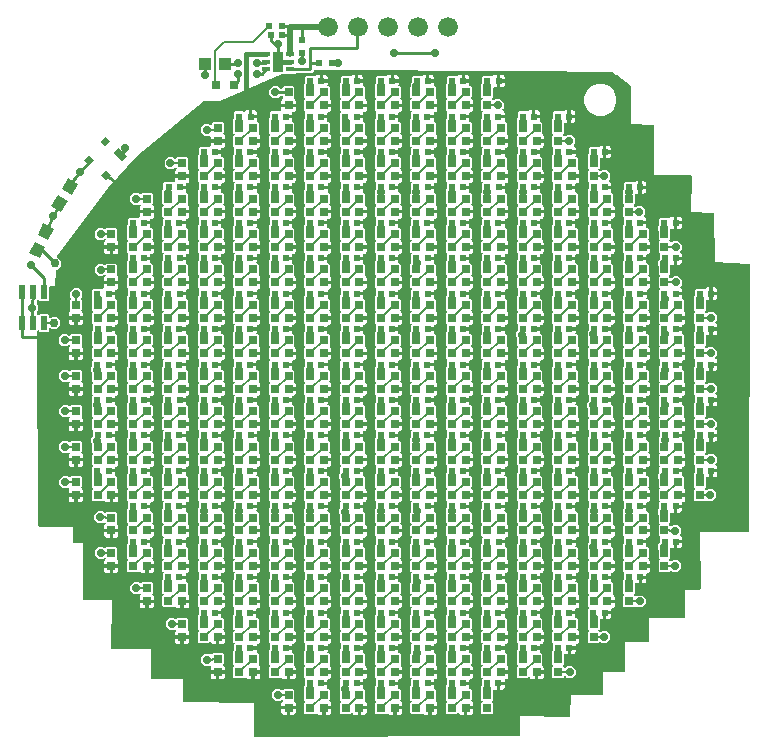
<source format=gbr>
G04 EAGLE Gerber RS-274X export*
G75*
%MOMM*%
%FSLAX34Y34*%
%LPD*%
%INTop Copper*%
%IPPOS*%
%AMOC8*
5,1,8,0,0,1.08239X$1,22.5*%
G01*
%ADD10R,0.550000X1.200000*%
%ADD11R,0.550000X0.550000*%
%ADD12C,1.676400*%
%ADD13R,1.000000X0.600000*%
%ADD14R,0.600000X0.600000*%
%ADD15R,1.100000X1.000000*%
%ADD16R,0.700000X0.700000*%
%ADD17R,0.670000X0.400000*%
%ADD18R,0.950000X1.700000*%
%ADD19R,0.600000X0.600000*%
%ADD20R,0.800000X0.800000*%
%ADD21C,0.706400*%
%ADD22C,0.152400*%
%ADD23C,0.254000*%
%ADD24C,0.406400*%
%ADD25C,0.508000*%
%ADD26C,0.756400*%
%ADD27C,0.203200*%

G36*
X451053Y55321D02*
X451053Y55321D01*
X451079Y55325D01*
X451106Y55323D01*
X451200Y55345D01*
X451295Y55361D01*
X451319Y55374D01*
X451345Y55380D01*
X451427Y55431D01*
X451512Y55477D01*
X451531Y55496D01*
X451554Y55511D01*
X451615Y55585D01*
X451681Y55656D01*
X451693Y55680D01*
X451710Y55701D01*
X451744Y55791D01*
X451784Y55879D01*
X451787Y55906D01*
X451797Y55931D01*
X451812Y56098D01*
X451469Y72094D01*
X493534Y71489D01*
X493542Y71490D01*
X493551Y71489D01*
X493664Y71509D01*
X493777Y71525D01*
X493785Y71529D01*
X493794Y71531D01*
X493894Y71585D01*
X493996Y71637D01*
X494002Y71644D01*
X494010Y71648D01*
X494088Y71732D01*
X494168Y71813D01*
X494172Y71821D01*
X494178Y71828D01*
X494225Y71932D01*
X494275Y72035D01*
X494276Y72044D01*
X494279Y72052D01*
X494305Y72218D01*
X495079Y90214D01*
X521182Y90274D01*
X521201Y90277D01*
X521219Y90275D01*
X521321Y90297D01*
X521424Y90314D01*
X521441Y90323D01*
X521460Y90327D01*
X521549Y90381D01*
X521642Y90430D01*
X521655Y90444D01*
X521671Y90453D01*
X521739Y90533D01*
X521810Y90608D01*
X521818Y90626D01*
X521831Y90640D01*
X521870Y90737D01*
X521914Y90832D01*
X521916Y90851D01*
X521923Y90868D01*
X521941Y91035D01*
X521941Y110069D01*
X540372Y110069D01*
X540399Y110073D01*
X540426Y110071D01*
X540520Y110093D01*
X540615Y110109D01*
X540639Y110121D01*
X540666Y110128D01*
X540747Y110179D01*
X540832Y110224D01*
X540851Y110243D01*
X540874Y110258D01*
X540935Y110332D01*
X541002Y110402D01*
X541013Y110427D01*
X541030Y110448D01*
X541065Y110538D01*
X541105Y110625D01*
X541108Y110652D01*
X541118Y110678D01*
X541133Y110845D01*
X540656Y135342D01*
X560063Y134902D01*
X560091Y134906D01*
X560119Y134903D01*
X560212Y134923D01*
X560306Y134936D01*
X560332Y134949D01*
X560360Y134955D01*
X560441Y135004D01*
X560526Y135046D01*
X560546Y135066D01*
X560571Y135081D01*
X560633Y135153D01*
X560700Y135221D01*
X560712Y135246D01*
X560731Y135268D01*
X560766Y135356D01*
X560808Y135441D01*
X560812Y135469D01*
X560823Y135496D01*
X560841Y135663D01*
X560841Y155099D01*
X590770Y155099D01*
X590790Y155102D01*
X590809Y155100D01*
X590911Y155122D01*
X591013Y155139D01*
X591030Y155148D01*
X591050Y155152D01*
X591139Y155205D01*
X591230Y155254D01*
X591244Y155268D01*
X591261Y155278D01*
X591328Y155357D01*
X591400Y155432D01*
X591408Y155450D01*
X591421Y155465D01*
X591460Y155561D01*
X591503Y155655D01*
X591505Y155675D01*
X591513Y155693D01*
X591531Y155860D01*
X591531Y179009D01*
X603922Y179009D01*
X603948Y179013D01*
X603973Y179010D01*
X604069Y179033D01*
X604165Y179049D01*
X604188Y179061D01*
X604213Y179066D01*
X604296Y179118D01*
X604383Y179164D01*
X604400Y179182D01*
X604422Y179196D01*
X604485Y179271D01*
X604552Y179342D01*
X604563Y179365D01*
X604579Y179385D01*
X604614Y179476D01*
X604656Y179565D01*
X604658Y179591D01*
X604668Y179615D01*
X604684Y179782D01*
X603948Y228309D01*
X645272Y228309D01*
X645291Y228312D01*
X645310Y228310D01*
X645412Y228332D01*
X645515Y228349D01*
X645531Y228357D01*
X645550Y228362D01*
X645640Y228415D01*
X645732Y228464D01*
X645745Y228477D01*
X645762Y228487D01*
X645830Y228566D01*
X645901Y228642D01*
X645909Y228659D01*
X645922Y228674D01*
X645961Y228770D01*
X646005Y228865D01*
X646007Y228884D01*
X646014Y228902D01*
X646033Y229069D01*
X646464Y454282D01*
X646464Y454283D01*
X646464Y454284D01*
X646444Y454405D01*
X646425Y454524D01*
X646424Y454525D01*
X646424Y454526D01*
X646367Y454634D01*
X646310Y454742D01*
X646309Y454743D01*
X646309Y454744D01*
X646223Y454825D01*
X646132Y454912D01*
X646131Y454912D01*
X646131Y454913D01*
X646016Y454966D01*
X645909Y455016D01*
X645908Y455016D01*
X645907Y455016D01*
X645742Y455043D01*
X616633Y456536D01*
X616364Y497700D01*
X616363Y497707D01*
X616364Y497715D01*
X616342Y497829D01*
X616323Y497943D01*
X616319Y497949D01*
X616318Y497957D01*
X616261Y498057D01*
X616206Y498159D01*
X616201Y498164D01*
X616197Y498171D01*
X616111Y498248D01*
X616027Y498327D01*
X616020Y498330D01*
X616014Y498336D01*
X615908Y498382D01*
X615803Y498430D01*
X615795Y498430D01*
X615789Y498433D01*
X615622Y498456D01*
X596986Y498937D01*
X597386Y529321D01*
X597384Y529337D01*
X597386Y529352D01*
X597366Y529458D01*
X597350Y529564D01*
X597343Y529578D01*
X597340Y529594D01*
X597287Y529687D01*
X597238Y529783D01*
X597226Y529794D01*
X597218Y529808D01*
X597138Y529880D01*
X597062Y529955D01*
X597047Y529961D01*
X597035Y529972D01*
X596937Y530015D01*
X596840Y530061D01*
X596824Y530063D01*
X596810Y530069D01*
X596643Y530092D01*
X565041Y530838D01*
X565041Y572233D01*
X565040Y572241D01*
X565041Y572248D01*
X565020Y572362D01*
X565002Y572476D01*
X564998Y572482D01*
X564996Y572490D01*
X564940Y572591D01*
X564886Y572693D01*
X564881Y572698D01*
X564877Y572705D01*
X564792Y572783D01*
X564708Y572862D01*
X564701Y572866D01*
X564695Y572871D01*
X564590Y572917D01*
X564485Y572966D01*
X564477Y572967D01*
X564470Y572970D01*
X564304Y572994D01*
X545749Y573575D01*
X545749Y605557D01*
X545747Y605571D01*
X545749Y605584D01*
X545727Y605692D01*
X545710Y605800D01*
X545703Y605812D01*
X545701Y605826D01*
X545646Y605921D01*
X545595Y606018D01*
X545585Y606027D01*
X545578Y606039D01*
X545458Y606156D01*
X533562Y615496D01*
X533537Y615510D01*
X533496Y615543D01*
X530630Y617336D01*
X530628Y617336D01*
X530627Y617338D01*
X530517Y617383D01*
X530403Y617431D01*
X530402Y617431D01*
X530400Y617431D01*
X530233Y617451D01*
X453567Y618121D01*
X453566Y618121D01*
X277882Y619473D01*
X277859Y619470D01*
X277837Y619472D01*
X277738Y619451D01*
X277639Y619435D01*
X277619Y619425D01*
X277596Y619420D01*
X277510Y619368D01*
X277421Y619322D01*
X277405Y619306D01*
X277385Y619294D01*
X277320Y619217D01*
X277250Y619145D01*
X277240Y619124D01*
X277225Y619107D01*
X277188Y619014D01*
X277144Y618923D01*
X277142Y618900D01*
X277133Y618879D01*
X277115Y618712D01*
X277115Y618706D01*
X275478Y617069D01*
X262446Y617069D01*
X262356Y617055D01*
X262265Y617047D01*
X262235Y617035D01*
X262203Y617030D01*
X262122Y616987D01*
X262039Y616951D01*
X262006Y616925D01*
X261986Y616914D01*
X261964Y616891D01*
X261908Y616846D01*
X261401Y616339D01*
X253378Y616339D01*
X253364Y616344D01*
X253347Y616355D01*
X253246Y616380D01*
X253148Y616410D01*
X253128Y616410D01*
X253108Y616415D01*
X253005Y616407D01*
X252902Y616404D01*
X252883Y616397D01*
X252863Y616396D01*
X252768Y616355D01*
X252725Y616339D01*
X250232Y616339D01*
X250156Y616327D01*
X250080Y616324D01*
X250019Y616305D01*
X249989Y616300D01*
X249966Y616287D01*
X249920Y616273D01*
X197705Y592876D01*
X185101Y592966D01*
X185046Y592957D01*
X184991Y592959D01*
X184926Y592938D01*
X184858Y592928D01*
X184809Y592902D01*
X184756Y592886D01*
X184667Y592828D01*
X184640Y592814D01*
X184631Y592805D01*
X184615Y592795D01*
X127671Y546419D01*
X127650Y546395D01*
X127595Y546348D01*
X102704Y519650D01*
X102688Y519627D01*
X102650Y519587D01*
X59878Y462302D01*
X59870Y462287D01*
X59858Y462274D01*
X59813Y462178D01*
X59806Y462164D01*
X59796Y462149D01*
X59795Y462142D01*
X59764Y462084D01*
X59762Y462067D01*
X59755Y462051D01*
X59743Y461946D01*
X59739Y461920D01*
X59736Y461911D01*
X59737Y461907D01*
X59726Y461841D01*
X59729Y461824D01*
X59727Y461807D01*
X59750Y461703D01*
X59755Y461675D01*
X59756Y461665D01*
X59757Y461662D01*
X59768Y461598D01*
X59776Y461583D01*
X59780Y461567D01*
X59834Y461475D01*
X59845Y461456D01*
X59852Y461439D01*
X59858Y461432D01*
X59885Y461382D01*
X59897Y461370D01*
X59906Y461355D01*
X59947Y461320D01*
X59957Y461308D01*
X63288Y457977D01*
X63288Y453580D01*
X60180Y450472D01*
X59579Y450472D01*
X59567Y450470D01*
X59554Y450471D01*
X59445Y450450D01*
X59337Y450432D01*
X59325Y450426D01*
X59312Y450423D01*
X59216Y450368D01*
X59119Y450317D01*
X59110Y450308D01*
X59099Y450301D01*
X59026Y450218D01*
X58950Y450138D01*
X58944Y450127D01*
X58936Y450117D01*
X58893Y450015D01*
X58846Y449915D01*
X58845Y449903D01*
X58840Y449891D01*
X58818Y449724D01*
X58570Y436095D01*
X53868Y436145D01*
X53844Y436142D01*
X53820Y436144D01*
X53723Y436123D01*
X53625Y436108D01*
X53603Y436097D01*
X53580Y436092D01*
X53494Y436041D01*
X53406Y435995D01*
X53389Y435978D01*
X53369Y435966D01*
X53304Y435890D01*
X53235Y435819D01*
X53225Y435797D01*
X53209Y435779D01*
X53172Y435686D01*
X53129Y435597D01*
X53126Y435573D01*
X53117Y435551D01*
X53098Y435384D01*
X53098Y424770D01*
X52205Y423877D01*
X45442Y423877D01*
X44612Y424707D01*
X44596Y424719D01*
X44584Y424735D01*
X44496Y424791D01*
X44412Y424851D01*
X44393Y424857D01*
X44377Y424868D01*
X44276Y424893D01*
X44177Y424923D01*
X44157Y424923D01*
X44138Y424928D01*
X44035Y424920D01*
X43931Y424917D01*
X43913Y424910D01*
X43893Y424909D01*
X43798Y424868D01*
X43700Y424832D01*
X43685Y424820D01*
X43667Y424812D01*
X43536Y424707D01*
X43425Y424597D01*
X43370Y424521D01*
X43310Y424450D01*
X43299Y424422D01*
X43281Y424397D01*
X43254Y424308D01*
X43220Y424222D01*
X43215Y424183D01*
X43209Y424162D01*
X43210Y424130D01*
X43202Y424055D01*
X43216Y421040D01*
X43231Y420952D01*
X43238Y420863D01*
X43251Y420831D01*
X43257Y420798D01*
X43299Y420719D01*
X43334Y420636D01*
X43361Y420602D01*
X43373Y420581D01*
X43396Y420559D01*
X43439Y420505D01*
X43727Y420218D01*
X43727Y416028D01*
X43466Y415767D01*
X43411Y415692D01*
X43351Y415621D01*
X43340Y415593D01*
X43322Y415568D01*
X43295Y415479D01*
X43260Y415392D01*
X43256Y415354D01*
X43250Y415333D01*
X43251Y415300D01*
X43243Y415226D01*
X43254Y412687D01*
X43269Y412599D01*
X43276Y412510D01*
X43290Y412478D01*
X43295Y412445D01*
X43337Y412366D01*
X43373Y412283D01*
X43400Y412250D01*
X43411Y412228D01*
X43434Y412206D01*
X43477Y412153D01*
X43536Y412094D01*
X43552Y412083D01*
X43564Y412067D01*
X43651Y412011D01*
X43735Y411951D01*
X43754Y411945D01*
X43771Y411934D01*
X43871Y411909D01*
X43971Y411879D01*
X43990Y411879D01*
X44010Y411874D01*
X44113Y411882D01*
X44216Y411885D01*
X44235Y411892D01*
X44255Y411893D01*
X44350Y411934D01*
X44447Y411970D01*
X44463Y411982D01*
X44481Y411990D01*
X44612Y412095D01*
X45442Y412925D01*
X52205Y412925D01*
X53098Y412032D01*
X53098Y410307D01*
X53110Y410236D01*
X53112Y410164D01*
X53130Y410115D01*
X53138Y410064D01*
X53172Y410001D01*
X53196Y409933D01*
X53229Y409893D01*
X53253Y409847D01*
X53305Y409797D01*
X53350Y409741D01*
X53394Y409713D01*
X53432Y409677D01*
X53497Y409647D01*
X53557Y409608D01*
X53608Y409596D01*
X53655Y409574D01*
X53726Y409566D01*
X53796Y409548D01*
X53847Y409552D01*
X53899Y409547D01*
X53969Y409562D01*
X54041Y409567D01*
X54089Y409588D01*
X54140Y409599D01*
X54201Y409636D01*
X54267Y409664D01*
X54323Y409709D01*
X54351Y409725D01*
X54366Y409743D01*
X54398Y409769D01*
X55239Y410610D01*
X59635Y410610D01*
X62744Y407501D01*
X62744Y403105D01*
X59635Y399996D01*
X55239Y399996D01*
X54398Y400837D01*
X54340Y400879D01*
X54288Y400928D01*
X54241Y400950D01*
X54198Y400981D01*
X54130Y401002D01*
X54065Y401032D01*
X54013Y401038D01*
X53963Y401053D01*
X53891Y401051D01*
X53820Y401059D01*
X53769Y401048D01*
X53717Y401047D01*
X53650Y401022D01*
X53580Y401007D01*
X53535Y400980D01*
X53486Y400962D01*
X53430Y400917D01*
X53369Y400881D01*
X53335Y400841D01*
X53294Y400809D01*
X53256Y400748D01*
X53209Y400694D01*
X53189Y400645D01*
X53161Y400602D01*
X53144Y400532D01*
X53117Y400466D01*
X53109Y400394D01*
X53101Y400363D01*
X53103Y400340D01*
X53098Y400299D01*
X53098Y398768D01*
X52205Y397875D01*
X45442Y397875D01*
X44621Y398697D01*
X44561Y398739D01*
X44508Y398790D01*
X44462Y398811D01*
X44421Y398840D01*
X44351Y398862D01*
X44284Y398892D01*
X44234Y398898D01*
X44186Y398912D01*
X44113Y398911D01*
X44040Y398918D01*
X43991Y398907D01*
X43940Y398906D01*
X43871Y398881D01*
X43800Y398865D01*
X43757Y398839D01*
X43709Y398822D01*
X43652Y398776D01*
X43589Y398738D01*
X43557Y398699D01*
X43517Y398668D01*
X43477Y398606D01*
X43430Y398550D01*
X43411Y398503D01*
X43384Y398461D01*
X43366Y398390D01*
X43339Y398322D01*
X43332Y398253D01*
X43324Y398222D01*
X43326Y398198D01*
X43321Y398155D01*
X44082Y233357D01*
X44085Y233339D01*
X44083Y233321D01*
X44105Y233218D01*
X44123Y233114D01*
X44131Y233098D01*
X44135Y233080D01*
X44189Y232990D01*
X44239Y232897D01*
X44252Y232885D01*
X44261Y232869D01*
X44341Y232801D01*
X44418Y232729D01*
X44435Y232721D01*
X44448Y232709D01*
X44546Y232670D01*
X44642Y232626D01*
X44660Y232624D01*
X44677Y232617D01*
X44843Y232599D01*
X73718Y232599D01*
X73619Y219356D01*
X73622Y219338D01*
X73619Y219319D01*
X73641Y219216D01*
X73657Y219113D01*
X73665Y219096D01*
X73669Y219078D01*
X73722Y218987D01*
X73770Y218894D01*
X73783Y218882D01*
X73793Y218866D01*
X73872Y218796D01*
X73947Y218724D01*
X73964Y218716D01*
X73978Y218704D01*
X74075Y218663D01*
X74170Y218618D01*
X74188Y218616D01*
X74205Y218609D01*
X74371Y218589D01*
X81739Y218505D01*
X81739Y171150D01*
X81742Y171130D01*
X81740Y171111D01*
X81762Y171009D01*
X81779Y170907D01*
X81788Y170890D01*
X81792Y170870D01*
X81845Y170781D01*
X81894Y170690D01*
X81908Y170676D01*
X81918Y170659D01*
X81997Y170592D01*
X82072Y170521D01*
X82090Y170512D01*
X82105Y170499D01*
X82201Y170460D01*
X82295Y170417D01*
X82315Y170415D01*
X82333Y170407D01*
X82500Y170389D01*
X106035Y170389D01*
X105840Y129834D01*
X105844Y129812D01*
X105841Y129791D01*
X105863Y129691D01*
X105879Y129591D01*
X105889Y129572D01*
X105894Y129550D01*
X105946Y129463D01*
X105993Y129373D01*
X106009Y129358D01*
X106020Y129339D01*
X106097Y129273D01*
X106171Y129203D01*
X106190Y129193D01*
X106207Y129179D01*
X106301Y129141D01*
X106393Y129098D01*
X106415Y129095D01*
X106435Y129087D01*
X106602Y129069D01*
X139434Y129069D01*
X139311Y104232D01*
X139315Y104209D01*
X139312Y104185D01*
X139334Y104088D01*
X139349Y103989D01*
X139360Y103968D01*
X139365Y103945D01*
X139417Y103860D01*
X139463Y103771D01*
X139480Y103755D01*
X139493Y103735D01*
X139569Y103670D01*
X139641Y103601D01*
X139662Y103591D01*
X139680Y103576D01*
X139773Y103539D01*
X139863Y103496D01*
X139887Y103494D01*
X139909Y103485D01*
X140076Y103467D01*
X166749Y103596D01*
X166749Y84672D01*
X166752Y84654D01*
X166750Y84635D01*
X166772Y84533D01*
X166789Y84429D01*
X166797Y84413D01*
X166801Y84395D01*
X166855Y84304D01*
X166904Y84212D01*
X166917Y84199D01*
X166927Y84183D01*
X167006Y84115D01*
X167082Y84043D01*
X167099Y84035D01*
X167113Y84023D01*
X167210Y83983D01*
X167305Y83939D01*
X167324Y83937D01*
X167341Y83930D01*
X167508Y83911D01*
X226602Y83717D01*
X226886Y55410D01*
X226889Y55393D01*
X226887Y55376D01*
X226910Y55272D01*
X226928Y55167D01*
X226937Y55152D01*
X226940Y55135D01*
X226995Y55045D01*
X227046Y54951D01*
X227058Y54939D01*
X227067Y54925D01*
X227148Y54856D01*
X227226Y54784D01*
X227241Y54777D01*
X227255Y54765D01*
X227353Y54726D01*
X227450Y54682D01*
X227467Y54681D01*
X227483Y54674D01*
X227650Y54656D01*
X451053Y55321D01*
G37*
%LPC*%
G36*
X282016Y73459D02*
X282016Y73459D01*
X281369Y73632D01*
X280790Y73967D01*
X280317Y74440D01*
X280055Y74894D01*
X279980Y74985D01*
X279905Y75078D01*
X279902Y75081D01*
X279899Y75084D01*
X279800Y75146D01*
X279699Y75211D01*
X279694Y75212D01*
X279691Y75215D01*
X279576Y75242D01*
X279460Y75271D01*
X279456Y75271D01*
X279452Y75272D01*
X279333Y75262D01*
X279215Y75252D01*
X279211Y75251D01*
X279207Y75250D01*
X279097Y75202D01*
X278988Y75156D01*
X278985Y75153D01*
X278982Y75152D01*
X278971Y75142D01*
X278858Y75051D01*
X278282Y74475D01*
X270018Y74475D01*
X269125Y75368D01*
X269125Y83632D01*
X269955Y84462D01*
X269967Y84478D01*
X269983Y84490D01*
X270039Y84578D01*
X270099Y84661D01*
X270105Y84680D01*
X270116Y84697D01*
X270141Y84798D01*
X270171Y84897D01*
X270171Y84916D01*
X270176Y84936D01*
X270168Y85039D01*
X270165Y85142D01*
X270158Y85161D01*
X270157Y85181D01*
X270116Y85276D01*
X270081Y85373D01*
X270068Y85389D01*
X270060Y85407D01*
X269955Y85538D01*
X269125Y86368D01*
X269125Y92994D01*
X269111Y93084D01*
X269103Y93175D01*
X269091Y93204D01*
X269086Y93236D01*
X269043Y93317D01*
X269007Y93401D01*
X268981Y93433D01*
X268970Y93454D01*
X268947Y93476D01*
X268902Y93532D01*
X268860Y93574D01*
X268860Y97763D01*
X269623Y98526D01*
X269676Y98600D01*
X269735Y98669D01*
X269747Y98699D01*
X269766Y98726D01*
X269793Y98812D01*
X269827Y98897D01*
X269832Y98938D01*
X269839Y98961D01*
X269838Y98993D01*
X269846Y99064D01*
X269846Y103382D01*
X269941Y103476D01*
X269952Y103493D01*
X269968Y103505D01*
X270024Y103592D01*
X270084Y103676D01*
X270090Y103695D01*
X270101Y103712D01*
X270126Y103812D01*
X270157Y103911D01*
X270156Y103931D01*
X270161Y103951D01*
X270153Y104054D01*
X270150Y104157D01*
X270143Y104176D01*
X270142Y104196D01*
X270101Y104291D01*
X270066Y104388D01*
X270053Y104404D01*
X270045Y104422D01*
X269941Y104553D01*
X269125Y105368D01*
X269125Y113632D01*
X269955Y114462D01*
X269967Y114478D01*
X269983Y114490D01*
X270039Y114578D01*
X270099Y114661D01*
X270105Y114680D01*
X270116Y114697D01*
X270141Y114798D01*
X270171Y114897D01*
X270171Y114916D01*
X270176Y114936D01*
X270168Y115039D01*
X270165Y115142D01*
X270158Y115161D01*
X270157Y115181D01*
X270116Y115276D01*
X270081Y115373D01*
X270068Y115389D01*
X270060Y115407D01*
X269955Y115538D01*
X269125Y116368D01*
X269125Y123066D01*
X269111Y123156D01*
X269103Y123247D01*
X269091Y123277D01*
X269089Y123286D01*
X269089Y127607D01*
X269692Y128210D01*
X269745Y128283D01*
X269805Y128353D01*
X269817Y128383D01*
X269836Y128409D01*
X269863Y128496D01*
X269897Y128581D01*
X269901Y128622D01*
X269908Y128644D01*
X269907Y128677D01*
X269915Y128748D01*
X269915Y133382D01*
X269975Y133442D01*
X269987Y133458D01*
X270003Y133470D01*
X270059Y133557D01*
X270119Y133641D01*
X270125Y133660D01*
X270136Y133677D01*
X270161Y133777D01*
X270191Y133876D01*
X270191Y133896D01*
X270196Y133916D01*
X270188Y134019D01*
X270185Y134122D01*
X270178Y134141D01*
X270177Y134161D01*
X270136Y134256D01*
X270101Y134353D01*
X270088Y134369D01*
X270080Y134387D01*
X269975Y134518D01*
X269125Y135368D01*
X269125Y143632D01*
X269955Y144462D01*
X269967Y144478D01*
X269983Y144490D01*
X270039Y144578D01*
X270099Y144661D01*
X270105Y144680D01*
X270116Y144697D01*
X270141Y144798D01*
X270171Y144897D01*
X270171Y144916D01*
X270176Y144936D01*
X270168Y145039D01*
X270165Y145142D01*
X270158Y145161D01*
X270157Y145181D01*
X270116Y145276D01*
X270081Y145373D01*
X270068Y145389D01*
X270060Y145407D01*
X269955Y145538D01*
X269125Y146368D01*
X269125Y153136D01*
X269111Y153226D01*
X269103Y153317D01*
X269091Y153346D01*
X269086Y153378D01*
X269046Y153453D01*
X269046Y157719D01*
X269573Y158247D01*
X269626Y158321D01*
X269686Y158390D01*
X269698Y158420D01*
X269717Y158446D01*
X269743Y158533D01*
X269778Y158618D01*
X269782Y158659D01*
X269789Y158681D01*
X269788Y158714D01*
X269796Y158785D01*
X269796Y163382D01*
X269916Y163501D01*
X269927Y163517D01*
X269943Y163530D01*
X269999Y163617D01*
X270059Y163701D01*
X270065Y163720D01*
X270076Y163737D01*
X270101Y163837D01*
X270132Y163936D01*
X270131Y163956D01*
X270136Y163975D01*
X270128Y164078D01*
X270125Y164182D01*
X270119Y164201D01*
X270117Y164221D01*
X270077Y164315D01*
X270041Y164413D01*
X270028Y164429D01*
X270021Y164447D01*
X269916Y164578D01*
X269125Y165368D01*
X269125Y173632D01*
X269955Y174462D01*
X269967Y174478D01*
X269983Y174490D01*
X270039Y174578D01*
X270099Y174661D01*
X270105Y174680D01*
X270116Y174697D01*
X270141Y174798D01*
X270171Y174897D01*
X270171Y174916D01*
X270176Y174936D01*
X270168Y175039D01*
X270165Y175142D01*
X270158Y175161D01*
X270157Y175181D01*
X270116Y175276D01*
X270081Y175373D01*
X270068Y175389D01*
X270060Y175407D01*
X269955Y175538D01*
X269125Y176368D01*
X269125Y184660D01*
X269137Y184674D01*
X269149Y184704D01*
X269168Y184730D01*
X269195Y184817D01*
X269229Y184902D01*
X269233Y184943D01*
X269240Y184966D01*
X269239Y184998D01*
X269247Y185069D01*
X269247Y187655D01*
X269591Y187998D01*
X269644Y188072D01*
X269704Y188142D01*
X269716Y188172D01*
X269735Y188198D01*
X269761Y188285D01*
X269796Y188370D01*
X269800Y188411D01*
X269807Y188433D01*
X269806Y188465D01*
X269814Y188537D01*
X269814Y193382D01*
X269925Y193492D01*
X269936Y193508D01*
X269952Y193521D01*
X270008Y193608D01*
X270068Y193692D01*
X270074Y193711D01*
X270085Y193728D01*
X270110Y193828D01*
X270141Y193927D01*
X270140Y193947D01*
X270145Y193966D01*
X270137Y194069D01*
X270134Y194173D01*
X270127Y194192D01*
X270126Y194212D01*
X270086Y194306D01*
X270050Y194404D01*
X270037Y194420D01*
X270030Y194438D01*
X269925Y194569D01*
X269125Y195368D01*
X269125Y203632D01*
X269955Y204462D01*
X269967Y204478D01*
X269983Y204490D01*
X270039Y204578D01*
X270099Y204661D01*
X270105Y204680D01*
X270116Y204697D01*
X270141Y204798D01*
X270171Y204897D01*
X270171Y204916D01*
X270176Y204936D01*
X270168Y205039D01*
X270165Y205142D01*
X270158Y205161D01*
X270157Y205181D01*
X270116Y205276D01*
X270081Y205373D01*
X270068Y205389D01*
X270060Y205407D01*
X269955Y205538D01*
X269125Y206368D01*
X269125Y214744D01*
X269127Y214750D01*
X269161Y214835D01*
X269166Y214875D01*
X269173Y214898D01*
X269172Y214930D01*
X269180Y215001D01*
X269180Y217601D01*
X269672Y218094D01*
X269726Y218168D01*
X269785Y218237D01*
X269797Y218267D01*
X269816Y218294D01*
X269843Y218381D01*
X269877Y218465D01*
X269881Y218506D01*
X269888Y218529D01*
X269887Y218561D01*
X269895Y218632D01*
X269895Y223382D01*
X269965Y223452D01*
X269977Y223468D01*
X269993Y223480D01*
X270049Y223567D01*
X270109Y223651D01*
X270115Y223670D01*
X270126Y223687D01*
X270151Y223787D01*
X270181Y223886D01*
X270181Y223906D01*
X270186Y223926D01*
X270178Y224029D01*
X270175Y224132D01*
X270168Y224151D01*
X270167Y224171D01*
X270126Y224266D01*
X270091Y224363D01*
X270078Y224379D01*
X270070Y224397D01*
X269965Y224528D01*
X269125Y225368D01*
X269125Y233632D01*
X269955Y234462D01*
X269967Y234478D01*
X269983Y234490D01*
X270039Y234578D01*
X270099Y234661D01*
X270105Y234680D01*
X270116Y234697D01*
X270141Y234798D01*
X270171Y234897D01*
X270171Y234916D01*
X270176Y234936D01*
X270168Y235039D01*
X270165Y235142D01*
X270158Y235161D01*
X270157Y235181D01*
X270116Y235276D01*
X270081Y235373D01*
X270068Y235389D01*
X270060Y235407D01*
X269955Y235538D01*
X269125Y236368D01*
X269125Y243255D01*
X269111Y243345D01*
X269103Y243435D01*
X269103Y247781D01*
X269758Y248435D01*
X269811Y248509D01*
X269870Y248579D01*
X269882Y248609D01*
X269901Y248635D01*
X269928Y248722D01*
X269962Y248807D01*
X269967Y248848D01*
X269974Y248870D01*
X269973Y248902D01*
X269981Y248973D01*
X269981Y253382D01*
X270008Y253409D01*
X270020Y253425D01*
X270035Y253438D01*
X270091Y253525D01*
X270152Y253609D01*
X270158Y253628D01*
X270168Y253645D01*
X270194Y253745D01*
X270224Y253844D01*
X270223Y253864D01*
X270228Y253883D01*
X270220Y253986D01*
X270218Y254090D01*
X270211Y254108D01*
X270209Y254128D01*
X270169Y254223D01*
X270133Y254321D01*
X270121Y254336D01*
X270113Y254355D01*
X270008Y254486D01*
X269125Y255368D01*
X269125Y263632D01*
X269955Y264462D01*
X269967Y264478D01*
X269983Y264490D01*
X270039Y264578D01*
X270099Y264661D01*
X270105Y264680D01*
X270116Y264697D01*
X270141Y264798D01*
X270171Y264897D01*
X270171Y264916D01*
X270176Y264936D01*
X270168Y265039D01*
X270165Y265142D01*
X270158Y265161D01*
X270157Y265181D01*
X270116Y265276D01*
X270081Y265373D01*
X270068Y265389D01*
X270060Y265407D01*
X269955Y265538D01*
X269125Y266368D01*
X269125Y274687D01*
X269128Y274690D01*
X269155Y274777D01*
X269189Y274862D01*
X269193Y274903D01*
X269200Y274925D01*
X269199Y274958D01*
X269207Y275029D01*
X269207Y277779D01*
X269594Y278166D01*
X269647Y278240D01*
X269707Y278310D01*
X269719Y278340D01*
X269738Y278366D01*
X269765Y278453D01*
X269799Y278538D01*
X269803Y278579D01*
X269810Y278601D01*
X269809Y278633D01*
X269817Y278705D01*
X269817Y283382D01*
X269926Y283491D01*
X269938Y283507D01*
X269954Y283519D01*
X270010Y283607D01*
X270070Y283690D01*
X270076Y283709D01*
X270087Y283726D01*
X270112Y283827D01*
X270142Y283926D01*
X270142Y283945D01*
X270147Y283965D01*
X270139Y284068D01*
X270136Y284171D01*
X270129Y284190D01*
X270128Y284210D01*
X270087Y284305D01*
X270051Y284402D01*
X270039Y284418D01*
X270031Y284436D01*
X269926Y284567D01*
X269125Y285368D01*
X269125Y293632D01*
X269955Y294462D01*
X269967Y294478D01*
X269983Y294490D01*
X270039Y294578D01*
X270099Y294661D01*
X270105Y294680D01*
X270116Y294697D01*
X270141Y294798D01*
X270171Y294897D01*
X270171Y294916D01*
X270176Y294936D01*
X270168Y295039D01*
X270165Y295142D01*
X270158Y295161D01*
X270157Y295181D01*
X270116Y295276D01*
X270081Y295373D01*
X270068Y295389D01*
X270060Y295407D01*
X269955Y295538D01*
X269125Y296368D01*
X269125Y304765D01*
X269148Y304821D01*
X269152Y304862D01*
X269159Y304884D01*
X269158Y304917D01*
X269166Y304988D01*
X269166Y307732D01*
X269776Y308342D01*
X269829Y308416D01*
X269889Y308486D01*
X269901Y308516D01*
X269920Y308542D01*
X269946Y308629D01*
X269981Y308714D01*
X269985Y308755D01*
X269992Y308777D01*
X269991Y308809D01*
X269999Y308880D01*
X269999Y313382D01*
X270017Y313400D01*
X270029Y313416D01*
X270045Y313428D01*
X270100Y313515D01*
X270161Y313600D01*
X270167Y313619D01*
X270178Y313635D01*
X270203Y313736D01*
X270233Y313835D01*
X270233Y313855D01*
X270238Y313874D01*
X270230Y313977D01*
X270227Y314080D01*
X270220Y314099D01*
X270218Y314119D01*
X270178Y314214D01*
X270142Y314312D01*
X270130Y314327D01*
X270122Y314345D01*
X270017Y314476D01*
X269125Y315368D01*
X269125Y323632D01*
X269955Y324462D01*
X269967Y324478D01*
X269983Y324490D01*
X270039Y324578D01*
X270099Y324661D01*
X270105Y324680D01*
X270116Y324697D01*
X270141Y324798D01*
X270171Y324897D01*
X270171Y324916D01*
X270176Y324936D01*
X270168Y325039D01*
X270165Y325142D01*
X270158Y325161D01*
X270157Y325181D01*
X270116Y325276D01*
X270081Y325373D01*
X270068Y325389D01*
X270060Y325407D01*
X269955Y325538D01*
X269125Y326368D01*
X269125Y334840D01*
X269130Y334855D01*
X269129Y334887D01*
X269137Y334959D01*
X269137Y337784D01*
X269708Y338355D01*
X269761Y338429D01*
X269821Y338499D01*
X269833Y338529D01*
X269852Y338555D01*
X269879Y338642D01*
X269913Y338727D01*
X269917Y338768D01*
X269924Y338790D01*
X269923Y338822D01*
X269931Y338894D01*
X269931Y343382D01*
X269983Y343434D01*
X269995Y343450D01*
X270011Y343462D01*
X270067Y343549D01*
X270127Y343633D01*
X270133Y343652D01*
X270144Y343669D01*
X270169Y343770D01*
X270199Y343869D01*
X270199Y343888D01*
X270204Y343908D01*
X270196Y344011D01*
X270193Y344114D01*
X270186Y344133D01*
X270185Y344153D01*
X270144Y344248D01*
X270108Y344345D01*
X270096Y344361D01*
X270088Y344379D01*
X269983Y344510D01*
X269125Y345368D01*
X269125Y353632D01*
X269955Y354462D01*
X269967Y354478D01*
X269983Y354490D01*
X270039Y354578D01*
X270099Y354661D01*
X270105Y354680D01*
X270116Y354697D01*
X270141Y354798D01*
X270171Y354897D01*
X270171Y354916D01*
X270176Y354936D01*
X270168Y355039D01*
X270165Y355142D01*
X270158Y355161D01*
X270157Y355181D01*
X270116Y355276D01*
X270081Y355373D01*
X270068Y355389D01*
X270060Y355407D01*
X269955Y355538D01*
X269125Y356368D01*
X269125Y363091D01*
X269111Y363181D01*
X269103Y363273D01*
X269102Y363276D01*
X269102Y367619D01*
X269735Y368252D01*
X269789Y368326D01*
X269848Y368396D01*
X269860Y368426D01*
X269879Y368452D01*
X269906Y368539D01*
X269940Y368624D01*
X269944Y368665D01*
X269951Y368687D01*
X269950Y368719D01*
X269958Y368791D01*
X269958Y373382D01*
X269997Y373420D01*
X270009Y373436D01*
X270024Y373449D01*
X270080Y373536D01*
X270140Y373620D01*
X270146Y373639D01*
X270157Y373656D01*
X270182Y373756D01*
X270213Y373855D01*
X270212Y373875D01*
X270217Y373894D01*
X270209Y373997D01*
X270206Y374101D01*
X270200Y374120D01*
X270198Y374139D01*
X270158Y374234D01*
X270122Y374332D01*
X270110Y374347D01*
X270102Y374366D01*
X269997Y374497D01*
X269125Y375368D01*
X269125Y383632D01*
X269955Y384462D01*
X269967Y384478D01*
X269983Y384490D01*
X270039Y384578D01*
X270099Y384661D01*
X270105Y384680D01*
X270116Y384697D01*
X270141Y384798D01*
X270171Y384897D01*
X270171Y384916D01*
X270176Y384936D01*
X270168Y385039D01*
X270165Y385142D01*
X270158Y385161D01*
X270157Y385181D01*
X270116Y385276D01*
X270081Y385373D01*
X270068Y385389D01*
X270060Y385407D01*
X269955Y385538D01*
X269125Y386368D01*
X269125Y393170D01*
X269111Y393260D01*
X269103Y393351D01*
X269095Y393372D01*
X269095Y397705D01*
X269594Y398205D01*
X269637Y398264D01*
X269683Y398313D01*
X269691Y398330D01*
X269707Y398349D01*
X269719Y398379D01*
X269738Y398405D01*
X269762Y398482D01*
X269787Y398536D01*
X269788Y398551D01*
X269799Y398577D01*
X269803Y398618D01*
X269810Y398640D01*
X269810Y398672D01*
X269817Y398744D01*
X269817Y403382D01*
X269926Y403491D01*
X269938Y403507D01*
X269954Y403519D01*
X270010Y403606D01*
X270070Y403690D01*
X270076Y403709D01*
X270087Y403726D01*
X270112Y403826D01*
X270142Y403925D01*
X270142Y403945D01*
X270147Y403965D01*
X270139Y404068D01*
X270136Y404171D01*
X270129Y404190D01*
X270128Y404210D01*
X270087Y404305D01*
X270052Y404402D01*
X270039Y404418D01*
X270031Y404436D01*
X269927Y404567D01*
X269125Y405368D01*
X269125Y413632D01*
X269955Y414462D01*
X269967Y414478D01*
X269983Y414490D01*
X270039Y414578D01*
X270099Y414661D01*
X270105Y414680D01*
X270116Y414697D01*
X270141Y414798D01*
X270171Y414897D01*
X270171Y414916D01*
X270176Y414936D01*
X270168Y415039D01*
X270165Y415142D01*
X270158Y415161D01*
X270157Y415181D01*
X270116Y415276D01*
X270081Y415373D01*
X270068Y415389D01*
X270060Y415407D01*
X269955Y415538D01*
X269125Y416368D01*
X269125Y424715D01*
X269140Y424763D01*
X269174Y424848D01*
X269179Y424889D01*
X269186Y424911D01*
X269185Y424943D01*
X269193Y425014D01*
X269193Y427699D01*
X269775Y428281D01*
X269828Y428355D01*
X269888Y428424D01*
X269900Y428455D01*
X269919Y428481D01*
X269946Y428568D01*
X269980Y428653D01*
X269984Y428694D01*
X269991Y428716D01*
X269990Y428748D01*
X269998Y428819D01*
X269998Y433382D01*
X270017Y433400D01*
X270028Y433416D01*
X270044Y433429D01*
X270100Y433516D01*
X270160Y433600D01*
X270166Y433619D01*
X270177Y433636D01*
X270202Y433736D01*
X270233Y433835D01*
X270232Y433855D01*
X270237Y433874D01*
X270229Y433977D01*
X270226Y434081D01*
X270220Y434100D01*
X270218Y434120D01*
X270178Y434215D01*
X270142Y434312D01*
X270130Y434328D01*
X270122Y434346D01*
X270017Y434477D01*
X269125Y435368D01*
X269125Y443632D01*
X269955Y444462D01*
X269967Y444478D01*
X269983Y444490D01*
X270039Y444578D01*
X270099Y444661D01*
X270105Y444680D01*
X270116Y444697D01*
X270141Y444798D01*
X270171Y444897D01*
X270171Y444916D01*
X270176Y444936D01*
X270168Y445039D01*
X270165Y445142D01*
X270158Y445161D01*
X270157Y445181D01*
X270116Y445276D01*
X270081Y445373D01*
X270068Y445389D01*
X270060Y445407D01*
X269955Y445538D01*
X269125Y446368D01*
X269125Y453095D01*
X269111Y453185D01*
X269103Y453276D01*
X269091Y453305D01*
X269086Y453337D01*
X269043Y453418D01*
X269007Y453502D01*
X269000Y453511D01*
X269000Y457724D01*
X269589Y458313D01*
X269642Y458387D01*
X269702Y458457D01*
X269714Y458487D01*
X269733Y458513D01*
X269759Y458600D01*
X269794Y458685D01*
X269798Y458726D01*
X269805Y458748D01*
X269804Y458780D01*
X269812Y458851D01*
X269812Y463382D01*
X269924Y463493D01*
X269935Y463509D01*
X269951Y463522D01*
X270007Y463609D01*
X270067Y463693D01*
X270073Y463712D01*
X270084Y463729D01*
X270109Y463829D01*
X270140Y463928D01*
X270139Y463948D01*
X270144Y463967D01*
X270136Y464070D01*
X270133Y464174D01*
X270126Y464193D01*
X270125Y464213D01*
X270085Y464307D01*
X270049Y464405D01*
X270036Y464421D01*
X270029Y464439D01*
X269924Y464570D01*
X269125Y465368D01*
X269125Y473632D01*
X269955Y474462D01*
X269967Y474478D01*
X269983Y474490D01*
X270039Y474578D01*
X270099Y474661D01*
X270105Y474680D01*
X270116Y474697D01*
X270141Y474798D01*
X270171Y474897D01*
X270171Y474916D01*
X270176Y474936D01*
X270168Y475039D01*
X270165Y475142D01*
X270158Y475161D01*
X270157Y475181D01*
X270116Y475276D01*
X270081Y475373D01*
X270068Y475389D01*
X270060Y475407D01*
X269955Y475538D01*
X269125Y476368D01*
X269125Y483181D01*
X269111Y483271D01*
X269103Y483362D01*
X269091Y483392D01*
X269086Y483424D01*
X269078Y483437D01*
X269078Y487732D01*
X269618Y488273D01*
X269672Y488347D01*
X269731Y488416D01*
X269743Y488446D01*
X269762Y488472D01*
X269789Y488559D01*
X269823Y488644D01*
X269827Y488685D01*
X269834Y488707D01*
X269834Y488740D01*
X269841Y488811D01*
X269841Y493382D01*
X269938Y493479D01*
X269950Y493495D01*
X269966Y493507D01*
X270022Y493594D01*
X270082Y493678D01*
X270088Y493697D01*
X270099Y493714D01*
X270124Y493814D01*
X270154Y493913D01*
X270154Y493933D01*
X270159Y493953D01*
X270151Y494056D01*
X270148Y494159D01*
X270141Y494178D01*
X270140Y494198D01*
X270099Y494293D01*
X270064Y494390D01*
X270051Y494406D01*
X270043Y494424D01*
X269939Y494555D01*
X269125Y495368D01*
X269125Y503632D01*
X269955Y504462D01*
X269967Y504478D01*
X269983Y504490D01*
X270039Y504578D01*
X270099Y504661D01*
X270105Y504680D01*
X270116Y504697D01*
X270141Y504798D01*
X270171Y504897D01*
X270171Y504916D01*
X270176Y504936D01*
X270168Y505039D01*
X270165Y505142D01*
X270158Y505161D01*
X270157Y505181D01*
X270116Y505276D01*
X270081Y505373D01*
X270068Y505389D01*
X270060Y505407D01*
X269955Y505538D01*
X269125Y506368D01*
X269125Y513192D01*
X269111Y513282D01*
X269103Y513373D01*
X269091Y513403D01*
X269086Y513435D01*
X269077Y513451D01*
X269077Y517745D01*
X269703Y518372D01*
X269756Y518446D01*
X269816Y518515D01*
X269828Y518545D01*
X269847Y518571D01*
X269874Y518658D01*
X269908Y518743D01*
X269912Y518784D01*
X269919Y518807D01*
X269918Y518839D01*
X269926Y518910D01*
X269926Y523382D01*
X269981Y523436D01*
X269993Y523452D01*
X270008Y523465D01*
X270064Y523552D01*
X270124Y523636D01*
X270130Y523655D01*
X270141Y523672D01*
X270166Y523772D01*
X270197Y523871D01*
X270196Y523891D01*
X270201Y523910D01*
X270193Y524013D01*
X270190Y524117D01*
X270184Y524136D01*
X270182Y524155D01*
X270142Y524251D01*
X270106Y524348D01*
X270094Y524364D01*
X270086Y524382D01*
X269981Y524513D01*
X269125Y525368D01*
X269125Y533632D01*
X269955Y534462D01*
X269967Y534478D01*
X269983Y534490D01*
X270031Y534565D01*
X270042Y534577D01*
X270048Y534591D01*
X270099Y534661D01*
X270105Y534680D01*
X270116Y534697D01*
X270137Y534782D01*
X270145Y534800D01*
X270147Y534819D01*
X270171Y534897D01*
X270171Y534916D01*
X270176Y534936D01*
X270169Y535017D01*
X270172Y535044D01*
X270167Y535070D01*
X270165Y535142D01*
X270158Y535161D01*
X270157Y535181D01*
X270128Y535247D01*
X270120Y535285D01*
X270102Y535316D01*
X270081Y535373D01*
X270068Y535389D01*
X270060Y535407D01*
X270008Y535473D01*
X269994Y535496D01*
X269979Y535508D01*
X269955Y535538D01*
X269125Y536368D01*
X269125Y543252D01*
X269111Y543342D01*
X269103Y543433D01*
X269094Y543455D01*
X269094Y547788D01*
X269603Y548296D01*
X269656Y548370D01*
X269716Y548440D01*
X269728Y548470D01*
X269747Y548496D01*
X269773Y548583D01*
X269808Y548668D01*
X269812Y548709D01*
X269819Y548731D01*
X269818Y548763D01*
X269826Y548835D01*
X269826Y553382D01*
X269931Y553486D01*
X269942Y553503D01*
X269958Y553515D01*
X270014Y553602D01*
X270074Y553686D01*
X270080Y553705D01*
X270091Y553722D01*
X270116Y553822D01*
X270147Y553921D01*
X270146Y553941D01*
X270151Y553960D01*
X270143Y554063D01*
X270140Y554167D01*
X270133Y554186D01*
X270132Y554206D01*
X270093Y554297D01*
X270089Y554316D01*
X270081Y554329D01*
X270056Y554398D01*
X270043Y554414D01*
X270036Y554432D01*
X269972Y554511D01*
X269963Y554527D01*
X269952Y554536D01*
X269931Y554563D01*
X269125Y555368D01*
X269125Y563632D01*
X269955Y564462D01*
X269967Y564478D01*
X269983Y564490D01*
X270039Y564578D01*
X270099Y564661D01*
X270105Y564680D01*
X270116Y564697D01*
X270141Y564798D01*
X270171Y564897D01*
X270171Y564916D01*
X270176Y564936D01*
X270168Y565039D01*
X270165Y565142D01*
X270158Y565161D01*
X270157Y565181D01*
X270116Y565276D01*
X270081Y565373D01*
X270068Y565389D01*
X270060Y565407D01*
X269955Y565538D01*
X269125Y566368D01*
X269125Y573096D01*
X269124Y573104D01*
X269124Y573107D01*
X269121Y573120D01*
X269111Y573186D01*
X269103Y573277D01*
X269091Y573307D01*
X269086Y573339D01*
X269068Y573372D01*
X269068Y577658D01*
X269632Y578222D01*
X269686Y578296D01*
X269745Y578366D01*
X269757Y578396D01*
X269776Y578422D01*
X269803Y578509D01*
X269837Y578594D01*
X269842Y578635D01*
X269848Y578657D01*
X269848Y578689D01*
X269855Y578761D01*
X269855Y583382D01*
X269946Y583472D01*
X269957Y583488D01*
X269973Y583500D01*
X270029Y583588D01*
X270089Y583671D01*
X270095Y583690D01*
X270106Y583707D01*
X270131Y583808D01*
X270161Y583906D01*
X270161Y583926D01*
X270166Y583946D01*
X270158Y584049D01*
X270155Y584152D01*
X270148Y584171D01*
X270147Y584191D01*
X270106Y584286D01*
X270071Y584383D01*
X270058Y584399D01*
X270050Y584417D01*
X269946Y584548D01*
X269125Y585368D01*
X269125Y593632D01*
X269955Y594462D01*
X269967Y594478D01*
X269983Y594490D01*
X270039Y594578D01*
X270099Y594661D01*
X270105Y594680D01*
X270116Y594697D01*
X270141Y594798D01*
X270171Y594897D01*
X270171Y594916D01*
X270176Y594936D01*
X270168Y595039D01*
X270165Y595142D01*
X270158Y595161D01*
X270157Y595181D01*
X270116Y595276D01*
X270081Y595373D01*
X270068Y595389D01*
X270060Y595407D01*
X269955Y595538D01*
X269125Y596368D01*
X269125Y603117D01*
X269111Y603207D01*
X269103Y603298D01*
X269091Y603328D01*
X269086Y603360D01*
X269052Y603423D01*
X269052Y607695D01*
X269802Y608445D01*
X269855Y608519D01*
X269915Y608588D01*
X269927Y608618D01*
X269946Y608644D01*
X269973Y608731D01*
X270007Y608816D01*
X270011Y608857D01*
X270018Y608879D01*
X270017Y608912D01*
X270025Y608983D01*
X270025Y613382D01*
X270918Y614275D01*
X277682Y614275D01*
X277750Y614206D01*
X277846Y614137D01*
X277943Y614066D01*
X277947Y614065D01*
X277950Y614062D01*
X278064Y614027D01*
X278178Y613991D01*
X278181Y613991D01*
X278185Y613990D01*
X278304Y613993D01*
X278424Y613995D01*
X278427Y613996D01*
X278431Y613996D01*
X278543Y614037D01*
X278655Y614077D01*
X278658Y614080D01*
X278662Y614081D01*
X278756Y614156D01*
X278849Y614229D01*
X278852Y614233D01*
X278854Y614235D01*
X278861Y614245D01*
X278885Y614278D01*
X279390Y614783D01*
X279969Y615118D01*
X280616Y615291D01*
X282326Y615291D01*
X282326Y610613D01*
X282329Y610594D01*
X282327Y610574D01*
X282349Y610472D01*
X282365Y610370D01*
X282375Y610353D01*
X282379Y610333D01*
X282432Y610244D01*
X282481Y610153D01*
X282495Y610139D01*
X282505Y610122D01*
X282584Y610055D01*
X282659Y609984D01*
X282677Y609975D01*
X282692Y609962D01*
X282788Y609924D01*
X282882Y609880D01*
X282902Y609878D01*
X282920Y609870D01*
X283087Y609852D01*
X283552Y609852D01*
X283552Y609387D01*
X283555Y609367D01*
X283553Y609347D01*
X283575Y609246D01*
X283592Y609144D01*
X283601Y609127D01*
X283605Y609107D01*
X283658Y609018D01*
X283707Y608927D01*
X283721Y608913D01*
X283731Y608896D01*
X283810Y608829D01*
X283885Y608757D01*
X283903Y608749D01*
X283918Y608736D01*
X284015Y608697D01*
X284108Y608654D01*
X284128Y608652D01*
X284146Y608644D01*
X284313Y608626D01*
X288991Y608626D01*
X288991Y606916D01*
X288875Y606483D01*
X288863Y606364D01*
X288850Y606247D01*
X288851Y606242D01*
X288850Y606238D01*
X288877Y606123D01*
X288902Y606006D01*
X288904Y606003D01*
X288905Y605999D01*
X288967Y605897D01*
X289028Y605795D01*
X289032Y605792D01*
X289034Y605789D01*
X289124Y605713D01*
X289215Y605635D01*
X289219Y605634D01*
X289222Y605631D01*
X289331Y605588D01*
X289443Y605543D01*
X289448Y605543D01*
X289451Y605541D01*
X289465Y605541D01*
X289610Y605525D01*
X289982Y605525D01*
X290875Y604632D01*
X290875Y596368D01*
X290743Y596236D01*
X290674Y596141D01*
X290603Y596044D01*
X290601Y596040D01*
X290599Y596037D01*
X290564Y595923D01*
X290528Y595809D01*
X290528Y595805D01*
X290527Y595801D01*
X290530Y595682D01*
X290532Y595563D01*
X290533Y595560D01*
X290533Y595556D01*
X290574Y595443D01*
X290614Y595332D01*
X290616Y595328D01*
X290617Y595325D01*
X290692Y595232D01*
X290765Y595138D01*
X290769Y595135D01*
X290771Y595133D01*
X290783Y595125D01*
X290900Y595039D01*
X290910Y595033D01*
X291383Y594560D01*
X291718Y593981D01*
X291891Y593334D01*
X291891Y591023D01*
X286612Y591023D01*
X286592Y591020D01*
X286573Y591022D01*
X286471Y591000D01*
X286369Y590983D01*
X286352Y590974D01*
X286332Y590970D01*
X286243Y590917D01*
X286152Y590868D01*
X286138Y590854D01*
X286121Y590844D01*
X286054Y590765D01*
X285983Y590690D01*
X285974Y590672D01*
X285961Y590657D01*
X285922Y590561D01*
X285879Y590467D01*
X285877Y590447D01*
X285869Y590429D01*
X285851Y590262D01*
X285851Y588738D01*
X285854Y588718D01*
X285852Y588699D01*
X285874Y588597D01*
X285891Y588495D01*
X285900Y588478D01*
X285904Y588458D01*
X285957Y588369D01*
X286006Y588278D01*
X286020Y588264D01*
X286030Y588247D01*
X286109Y588180D01*
X286184Y588109D01*
X286202Y588100D01*
X286217Y588087D01*
X286313Y588048D01*
X286407Y588005D01*
X286427Y588003D01*
X286445Y587995D01*
X286612Y587977D01*
X291891Y587977D01*
X291891Y585666D01*
X291718Y585019D01*
X291383Y584440D01*
X290910Y583967D01*
X290331Y583632D01*
X289684Y583459D01*
X289582Y583459D01*
X289562Y583456D01*
X289543Y583458D01*
X289441Y583436D01*
X289339Y583420D01*
X289322Y583410D01*
X289302Y583406D01*
X289213Y583353D01*
X289122Y583304D01*
X289108Y583290D01*
X289091Y583280D01*
X289024Y583201D01*
X288953Y583126D01*
X288944Y583108D01*
X288931Y583093D01*
X288893Y582997D01*
X288849Y582903D01*
X288847Y582883D01*
X288839Y582865D01*
X288821Y582698D01*
X288821Y581374D01*
X284143Y581374D01*
X284124Y581371D01*
X284104Y581373D01*
X284003Y581351D01*
X283901Y581335D01*
X283883Y581325D01*
X283864Y581321D01*
X283775Y581268D01*
X283683Y581219D01*
X283670Y581205D01*
X283652Y581195D01*
X283585Y581116D01*
X283514Y581041D01*
X283506Y581023D01*
X283493Y581008D01*
X283454Y580912D01*
X283410Y580818D01*
X283408Y580798D01*
X283401Y580780D01*
X283382Y580613D01*
X283382Y579387D01*
X283385Y579367D01*
X283383Y579347D01*
X283405Y579246D01*
X283422Y579144D01*
X283431Y579127D01*
X283435Y579107D01*
X283489Y579018D01*
X283537Y578927D01*
X283551Y578913D01*
X283562Y578896D01*
X283640Y578829D01*
X283715Y578757D01*
X283733Y578749D01*
X283749Y578736D01*
X283845Y578697D01*
X283938Y578654D01*
X283958Y578652D01*
X283977Y578644D01*
X284143Y578626D01*
X288821Y578626D01*
X288821Y576916D01*
X288705Y576483D01*
X288693Y576364D01*
X288680Y576247D01*
X288681Y576242D01*
X288681Y576238D01*
X288707Y576123D01*
X288732Y576006D01*
X288735Y576003D01*
X288735Y575999D01*
X288797Y575897D01*
X288859Y575795D01*
X288862Y575792D01*
X288864Y575789D01*
X288954Y575713D01*
X289045Y575635D01*
X289049Y575634D01*
X289053Y575631D01*
X289162Y575588D01*
X289274Y575543D01*
X289279Y575543D01*
X289282Y575541D01*
X289295Y575541D01*
X289440Y575525D01*
X289982Y575525D01*
X290875Y574632D01*
X290875Y566368D01*
X290743Y566236D01*
X290674Y566141D01*
X290603Y566044D01*
X290601Y566040D01*
X290599Y566037D01*
X290564Y565923D01*
X290528Y565810D01*
X290528Y565805D01*
X290527Y565802D01*
X290530Y565682D01*
X290532Y565564D01*
X290533Y565560D01*
X290533Y565556D01*
X290574Y565445D01*
X290613Y565332D01*
X290616Y565329D01*
X290617Y565325D01*
X290692Y565232D01*
X290765Y565138D01*
X290769Y565135D01*
X290771Y565133D01*
X290783Y565125D01*
X290900Y565039D01*
X290910Y565033D01*
X291383Y564560D01*
X291718Y563981D01*
X291891Y563334D01*
X291891Y561023D01*
X286612Y561023D01*
X286592Y561020D01*
X286573Y561022D01*
X286471Y561000D01*
X286369Y560983D01*
X286352Y560974D01*
X286332Y560970D01*
X286243Y560917D01*
X286152Y560868D01*
X286138Y560854D01*
X286121Y560844D01*
X286054Y560765D01*
X285983Y560690D01*
X285974Y560672D01*
X285961Y560657D01*
X285922Y560561D01*
X285879Y560467D01*
X285877Y560447D01*
X285869Y560429D01*
X285851Y560262D01*
X285851Y558738D01*
X285854Y558718D01*
X285852Y558699D01*
X285874Y558597D01*
X285891Y558495D01*
X285900Y558478D01*
X285904Y558458D01*
X285957Y558369D01*
X286006Y558278D01*
X286020Y558264D01*
X286030Y558247D01*
X286109Y558180D01*
X286184Y558109D01*
X286202Y558100D01*
X286217Y558087D01*
X286313Y558048D01*
X286407Y558005D01*
X286427Y558003D01*
X286445Y557995D01*
X286612Y557977D01*
X291891Y557977D01*
X291891Y555666D01*
X291718Y555019D01*
X291383Y554440D01*
X290910Y553967D01*
X290331Y553632D01*
X289684Y553459D01*
X289553Y553459D01*
X289533Y553456D01*
X289513Y553458D01*
X289412Y553436D01*
X289310Y553420D01*
X289292Y553410D01*
X289273Y553406D01*
X289184Y553353D01*
X289093Y553304D01*
X289079Y553290D01*
X289062Y553280D01*
X288994Y553201D01*
X288923Y553126D01*
X288915Y553108D01*
X288902Y553093D01*
X288863Y552997D01*
X288820Y552903D01*
X288817Y552883D01*
X288810Y552865D01*
X288791Y552698D01*
X288791Y551374D01*
X284114Y551374D01*
X284094Y551371D01*
X284074Y551373D01*
X283973Y551351D01*
X283871Y551335D01*
X283854Y551325D01*
X283834Y551321D01*
X283745Y551268D01*
X283654Y551219D01*
X283640Y551205D01*
X283623Y551195D01*
X283556Y551116D01*
X283484Y551041D01*
X283476Y551023D01*
X283463Y551008D01*
X283424Y550912D01*
X283381Y550818D01*
X283379Y550798D01*
X283371Y550780D01*
X283353Y550613D01*
X283353Y549387D01*
X283356Y549367D01*
X283354Y549347D01*
X283376Y549246D01*
X283392Y549144D01*
X283402Y549127D01*
X283406Y549107D01*
X283459Y549018D01*
X283507Y548927D01*
X283522Y548913D01*
X283532Y548896D01*
X283611Y548829D01*
X283686Y548757D01*
X283704Y548749D01*
X283719Y548736D01*
X283815Y548697D01*
X283909Y548654D01*
X283929Y548652D01*
X283947Y548644D01*
X284114Y548626D01*
X288791Y548626D01*
X288791Y546916D01*
X288676Y546483D01*
X288664Y546364D01*
X288651Y546247D01*
X288652Y546242D01*
X288651Y546238D01*
X288677Y546123D01*
X288703Y546006D01*
X288705Y546003D01*
X288706Y545999D01*
X288768Y545897D01*
X288829Y545795D01*
X288832Y545792D01*
X288834Y545789D01*
X288925Y545713D01*
X289016Y545635D01*
X289020Y545634D01*
X289023Y545631D01*
X289132Y545588D01*
X289244Y545543D01*
X289249Y545543D01*
X289252Y545541D01*
X289266Y545541D01*
X289411Y545525D01*
X289982Y545525D01*
X290875Y544632D01*
X290875Y536368D01*
X290743Y536236D01*
X290674Y536141D01*
X290603Y536044D01*
X290601Y536040D01*
X290599Y536037D01*
X290564Y535923D01*
X290528Y535810D01*
X290528Y535805D01*
X290527Y535802D01*
X290530Y535682D01*
X290532Y535564D01*
X290533Y535560D01*
X290533Y535556D01*
X290574Y535445D01*
X290613Y535332D01*
X290616Y535329D01*
X290617Y535325D01*
X290692Y535232D01*
X290765Y535138D01*
X290769Y535135D01*
X290771Y535133D01*
X290783Y535125D01*
X290900Y535039D01*
X290910Y535033D01*
X291383Y534560D01*
X291718Y533981D01*
X291891Y533334D01*
X291891Y531023D01*
X286612Y531023D01*
X286592Y531020D01*
X286573Y531022D01*
X286471Y531000D01*
X286369Y530983D01*
X286352Y530974D01*
X286332Y530970D01*
X286243Y530917D01*
X286152Y530868D01*
X286138Y530854D01*
X286121Y530844D01*
X286054Y530765D01*
X285983Y530690D01*
X285974Y530672D01*
X285961Y530657D01*
X285922Y530561D01*
X285879Y530467D01*
X285877Y530447D01*
X285869Y530429D01*
X285851Y530262D01*
X285851Y528738D01*
X285854Y528718D01*
X285852Y528699D01*
X285874Y528597D01*
X285891Y528495D01*
X285900Y528478D01*
X285904Y528458D01*
X285957Y528369D01*
X286006Y528278D01*
X286020Y528264D01*
X286030Y528247D01*
X286109Y528180D01*
X286184Y528109D01*
X286202Y528100D01*
X286217Y528087D01*
X286313Y528048D01*
X286407Y528005D01*
X286427Y528003D01*
X286445Y527995D01*
X286612Y527977D01*
X291891Y527977D01*
X291891Y525666D01*
X291718Y525019D01*
X291383Y524440D01*
X290910Y523967D01*
X290331Y523632D01*
X289684Y523459D01*
X289653Y523459D01*
X289633Y523456D01*
X289614Y523458D01*
X289512Y523436D01*
X289410Y523420D01*
X289393Y523410D01*
X289373Y523406D01*
X289284Y523353D01*
X289193Y523304D01*
X289179Y523290D01*
X289162Y523280D01*
X289095Y523201D01*
X289023Y523126D01*
X289015Y523108D01*
X289002Y523093D01*
X288963Y522997D01*
X288920Y522903D01*
X288918Y522883D01*
X288910Y522865D01*
X288892Y522698D01*
X288892Y521374D01*
X284214Y521374D01*
X284195Y521371D01*
X284175Y521373D01*
X284073Y521351D01*
X283971Y521335D01*
X283954Y521325D01*
X283934Y521321D01*
X283845Y521268D01*
X283754Y521219D01*
X283740Y521205D01*
X283723Y521195D01*
X283656Y521116D01*
X283585Y521041D01*
X283576Y521023D01*
X283563Y521008D01*
X283525Y520912D01*
X283481Y520818D01*
X283479Y520798D01*
X283471Y520780D01*
X283453Y520613D01*
X283453Y519387D01*
X283456Y519367D01*
X283454Y519347D01*
X283476Y519246D01*
X283493Y519144D01*
X283502Y519127D01*
X283506Y519107D01*
X283559Y519018D01*
X283608Y518927D01*
X283622Y518913D01*
X283632Y518896D01*
X283711Y518829D01*
X283786Y518757D01*
X283804Y518749D01*
X283819Y518736D01*
X283916Y518697D01*
X284009Y518654D01*
X284029Y518652D01*
X284047Y518644D01*
X284214Y518626D01*
X288892Y518626D01*
X288892Y516916D01*
X288776Y516483D01*
X288764Y516364D01*
X288751Y516247D01*
X288752Y516242D01*
X288751Y516238D01*
X288778Y516123D01*
X288803Y516006D01*
X288805Y516003D01*
X288806Y515999D01*
X288868Y515897D01*
X288929Y515795D01*
X288933Y515792D01*
X288935Y515789D01*
X289025Y515713D01*
X289116Y515635D01*
X289120Y515634D01*
X289123Y515631D01*
X289232Y515588D01*
X289344Y515543D01*
X289349Y515543D01*
X289352Y515541D01*
X289366Y515541D01*
X289511Y515525D01*
X289982Y515525D01*
X290875Y514632D01*
X290875Y506368D01*
X290743Y506236D01*
X290674Y506141D01*
X290603Y506044D01*
X290601Y506040D01*
X290599Y506037D01*
X290564Y505923D01*
X290528Y505810D01*
X290528Y505805D01*
X290527Y505802D01*
X290530Y505682D01*
X290532Y505564D01*
X290533Y505560D01*
X290533Y505556D01*
X290574Y505445D01*
X290613Y505332D01*
X290616Y505329D01*
X290617Y505325D01*
X290692Y505232D01*
X290765Y505138D01*
X290769Y505135D01*
X290771Y505133D01*
X290783Y505125D01*
X290900Y505039D01*
X290910Y505033D01*
X291383Y504560D01*
X291718Y503981D01*
X291891Y503334D01*
X291891Y501023D01*
X286612Y501023D01*
X286592Y501020D01*
X286573Y501022D01*
X286471Y501000D01*
X286369Y500983D01*
X286352Y500974D01*
X286332Y500970D01*
X286243Y500917D01*
X286152Y500868D01*
X286138Y500854D01*
X286121Y500844D01*
X286054Y500765D01*
X285983Y500690D01*
X285974Y500672D01*
X285961Y500657D01*
X285922Y500561D01*
X285879Y500467D01*
X285877Y500447D01*
X285869Y500429D01*
X285851Y500262D01*
X285851Y498738D01*
X285854Y498718D01*
X285852Y498699D01*
X285874Y498597D01*
X285891Y498495D01*
X285900Y498478D01*
X285904Y498458D01*
X285957Y498369D01*
X286006Y498278D01*
X286020Y498264D01*
X286030Y498247D01*
X286109Y498180D01*
X286184Y498109D01*
X286202Y498100D01*
X286217Y498087D01*
X286313Y498048D01*
X286407Y498005D01*
X286427Y498003D01*
X286445Y497995D01*
X286612Y497977D01*
X291891Y497977D01*
X291891Y495666D01*
X291718Y495019D01*
X291383Y494440D01*
X290910Y493967D01*
X290331Y493632D01*
X289684Y493459D01*
X289568Y493459D01*
X289548Y493456D01*
X289529Y493458D01*
X289427Y493436D01*
X289325Y493420D01*
X289308Y493410D01*
X289288Y493406D01*
X289199Y493353D01*
X289108Y493304D01*
X289094Y493290D01*
X289077Y493280D01*
X289010Y493201D01*
X288939Y493126D01*
X288930Y493108D01*
X288917Y493093D01*
X288879Y492997D01*
X288835Y492903D01*
X288833Y492883D01*
X288825Y492865D01*
X288807Y492698D01*
X288807Y491374D01*
X284129Y491374D01*
X284110Y491371D01*
X284090Y491373D01*
X283989Y491351D01*
X283887Y491335D01*
X283869Y491325D01*
X283850Y491321D01*
X283761Y491268D01*
X283669Y491219D01*
X283656Y491205D01*
X283638Y491195D01*
X283571Y491116D01*
X283500Y491041D01*
X283491Y491023D01*
X283479Y491008D01*
X283440Y490912D01*
X283396Y490818D01*
X283394Y490798D01*
X283387Y490780D01*
X283368Y490613D01*
X283368Y489387D01*
X283371Y489367D01*
X283369Y489347D01*
X283391Y489246D01*
X283408Y489144D01*
X283417Y489127D01*
X283421Y489107D01*
X283475Y489018D01*
X283523Y488927D01*
X283537Y488913D01*
X283548Y488896D01*
X283626Y488829D01*
X283701Y488757D01*
X283719Y488749D01*
X283734Y488736D01*
X283831Y488697D01*
X283924Y488654D01*
X283944Y488652D01*
X283963Y488644D01*
X284129Y488626D01*
X288807Y488626D01*
X288807Y486916D01*
X288691Y486483D01*
X288679Y486364D01*
X288666Y486247D01*
X288667Y486242D01*
X288667Y486238D01*
X288693Y486123D01*
X288718Y486006D01*
X288721Y486003D01*
X288721Y485999D01*
X288783Y485897D01*
X288845Y485795D01*
X288848Y485792D01*
X288850Y485789D01*
X288940Y485713D01*
X289031Y485635D01*
X289035Y485634D01*
X289039Y485631D01*
X289148Y485588D01*
X289260Y485543D01*
X289265Y485543D01*
X289268Y485541D01*
X289281Y485541D01*
X289426Y485525D01*
X289982Y485525D01*
X290875Y484632D01*
X290875Y476368D01*
X290743Y476236D01*
X290674Y476141D01*
X290603Y476044D01*
X290601Y476040D01*
X290599Y476037D01*
X290564Y475923D01*
X290528Y475810D01*
X290528Y475805D01*
X290527Y475802D01*
X290530Y475682D01*
X290532Y475564D01*
X290533Y475560D01*
X290533Y475556D01*
X290574Y475445D01*
X290613Y475332D01*
X290616Y475329D01*
X290617Y475325D01*
X290692Y475232D01*
X290765Y475138D01*
X290769Y475135D01*
X290771Y475133D01*
X290783Y475125D01*
X290900Y475039D01*
X290910Y475033D01*
X291383Y474560D01*
X291718Y473981D01*
X291891Y473334D01*
X291891Y471023D01*
X286612Y471023D01*
X286592Y471020D01*
X286573Y471022D01*
X286471Y471000D01*
X286369Y470983D01*
X286352Y470974D01*
X286332Y470970D01*
X286243Y470917D01*
X286152Y470868D01*
X286138Y470854D01*
X286121Y470844D01*
X286054Y470765D01*
X285983Y470690D01*
X285974Y470672D01*
X285961Y470657D01*
X285922Y470561D01*
X285879Y470467D01*
X285877Y470447D01*
X285869Y470429D01*
X285851Y470262D01*
X285851Y468738D01*
X285854Y468718D01*
X285852Y468699D01*
X285874Y468597D01*
X285891Y468495D01*
X285900Y468478D01*
X285904Y468458D01*
X285957Y468369D01*
X286006Y468278D01*
X286020Y468264D01*
X286030Y468247D01*
X286109Y468180D01*
X286184Y468109D01*
X286202Y468100D01*
X286217Y468087D01*
X286313Y468048D01*
X286407Y468005D01*
X286427Y468003D01*
X286445Y467995D01*
X286612Y467977D01*
X291891Y467977D01*
X291891Y465666D01*
X291718Y465019D01*
X291383Y464440D01*
X290910Y463967D01*
X290331Y463632D01*
X289684Y463459D01*
X289539Y463459D01*
X289519Y463456D01*
X289499Y463458D01*
X289398Y463436D01*
X289296Y463420D01*
X289278Y463410D01*
X289259Y463406D01*
X289170Y463353D01*
X289079Y463304D01*
X289065Y463290D01*
X289048Y463280D01*
X288981Y463201D01*
X288909Y463126D01*
X288901Y463108D01*
X288888Y463093D01*
X288849Y462997D01*
X288806Y462903D01*
X288803Y462883D01*
X288796Y462865D01*
X288778Y462698D01*
X288778Y461374D01*
X284100Y461374D01*
X284080Y461371D01*
X284061Y461373D01*
X283959Y461351D01*
X283857Y461335D01*
X283840Y461325D01*
X283820Y461321D01*
X283731Y461268D01*
X283640Y461219D01*
X283626Y461205D01*
X283609Y461195D01*
X283542Y461116D01*
X283471Y461041D01*
X283462Y461023D01*
X283449Y461008D01*
X283410Y460912D01*
X283367Y460818D01*
X283365Y460798D01*
X283357Y460780D01*
X283339Y460613D01*
X283339Y459387D01*
X283342Y459367D01*
X283340Y459347D01*
X283362Y459246D01*
X283379Y459144D01*
X283388Y459127D01*
X283392Y459107D01*
X283445Y459018D01*
X283494Y458927D01*
X283508Y458913D01*
X283518Y458896D01*
X283597Y458829D01*
X283672Y458757D01*
X283690Y458749D01*
X283705Y458736D01*
X283801Y458697D01*
X283895Y458654D01*
X283915Y458652D01*
X283933Y458644D01*
X284100Y458626D01*
X288778Y458626D01*
X288778Y456916D01*
X288662Y456483D01*
X288650Y456364D01*
X288637Y456247D01*
X288638Y456242D01*
X288637Y456238D01*
X288664Y456123D01*
X288689Y456006D01*
X288691Y456003D01*
X288692Y455999D01*
X288754Y455897D01*
X288815Y455795D01*
X288818Y455792D01*
X288821Y455789D01*
X288911Y455713D01*
X289002Y455635D01*
X289006Y455634D01*
X289009Y455631D01*
X289118Y455588D01*
X289230Y455543D01*
X289235Y455543D01*
X289238Y455541D01*
X289252Y455541D01*
X289397Y455525D01*
X289982Y455525D01*
X290875Y454632D01*
X290875Y446368D01*
X290743Y446236D01*
X290673Y446140D01*
X290603Y446044D01*
X290601Y446040D01*
X290599Y446037D01*
X290564Y445923D01*
X290528Y445810D01*
X290528Y445805D01*
X290527Y445802D01*
X290530Y445682D01*
X290532Y445564D01*
X290533Y445560D01*
X290533Y445556D01*
X290574Y445445D01*
X290613Y445332D01*
X290616Y445329D01*
X290617Y445325D01*
X290692Y445232D01*
X290765Y445138D01*
X290769Y445135D01*
X290771Y445133D01*
X290783Y445125D01*
X290900Y445039D01*
X290910Y445033D01*
X291383Y444560D01*
X291718Y443981D01*
X291891Y443334D01*
X291891Y441023D01*
X286612Y441023D01*
X286592Y441020D01*
X286573Y441022D01*
X286471Y441000D01*
X286369Y440983D01*
X286352Y440974D01*
X286332Y440970D01*
X286243Y440917D01*
X286152Y440868D01*
X286138Y440854D01*
X286121Y440844D01*
X286054Y440765D01*
X285983Y440690D01*
X285974Y440672D01*
X285961Y440657D01*
X285922Y440561D01*
X285879Y440467D01*
X285877Y440447D01*
X285869Y440429D01*
X285851Y440262D01*
X285851Y438738D01*
X285854Y438718D01*
X285852Y438699D01*
X285874Y438597D01*
X285891Y438495D01*
X285900Y438478D01*
X285904Y438458D01*
X285957Y438369D01*
X286006Y438278D01*
X286020Y438264D01*
X286030Y438247D01*
X286109Y438180D01*
X286184Y438109D01*
X286202Y438100D01*
X286217Y438087D01*
X286313Y438048D01*
X286407Y438005D01*
X286427Y438003D01*
X286445Y437995D01*
X286612Y437977D01*
X291891Y437977D01*
X291891Y435666D01*
X291718Y435019D01*
X291383Y434440D01*
X290910Y433967D01*
X290331Y433632D01*
X289660Y433453D01*
X289584Y433436D01*
X289482Y433420D01*
X289465Y433410D01*
X289445Y433406D01*
X289356Y433353D01*
X289265Y433304D01*
X289251Y433290D01*
X289234Y433280D01*
X289167Y433201D01*
X289095Y433126D01*
X289087Y433108D01*
X289074Y433093D01*
X289035Y432997D01*
X288992Y432903D01*
X288990Y432883D01*
X288982Y432865D01*
X288964Y432698D01*
X288964Y431374D01*
X284286Y431374D01*
X284266Y431371D01*
X284247Y431373D01*
X284145Y431351D01*
X284043Y431335D01*
X284026Y431325D01*
X284006Y431321D01*
X283917Y431268D01*
X283826Y431219D01*
X283812Y431205D01*
X283795Y431195D01*
X283728Y431116D01*
X283657Y431041D01*
X283648Y431023D01*
X283635Y431008D01*
X283596Y430912D01*
X283553Y430818D01*
X283551Y430798D01*
X283543Y430780D01*
X283525Y430613D01*
X283525Y429387D01*
X283528Y429367D01*
X283526Y429347D01*
X283548Y429246D01*
X283565Y429144D01*
X283574Y429127D01*
X283578Y429107D01*
X283631Y429018D01*
X283680Y428927D01*
X283694Y428913D01*
X283704Y428896D01*
X283783Y428829D01*
X283858Y428757D01*
X283876Y428749D01*
X283891Y428736D01*
X283987Y428697D01*
X284081Y428654D01*
X284101Y428652D01*
X284119Y428644D01*
X284286Y428626D01*
X288964Y428626D01*
X288964Y426916D01*
X288848Y426483D01*
X288836Y426364D01*
X288823Y426247D01*
X288824Y426242D01*
X288823Y426238D01*
X288850Y426123D01*
X288875Y426006D01*
X288877Y426003D01*
X288878Y425999D01*
X288940Y425897D01*
X289001Y425795D01*
X289004Y425792D01*
X289007Y425789D01*
X289097Y425713D01*
X289188Y425635D01*
X289192Y425634D01*
X289195Y425631D01*
X289304Y425588D01*
X289416Y425543D01*
X289421Y425543D01*
X289424Y425541D01*
X289438Y425541D01*
X289583Y425525D01*
X289982Y425525D01*
X290875Y424632D01*
X290875Y416368D01*
X290743Y416236D01*
X290674Y416141D01*
X290603Y416044D01*
X290601Y416040D01*
X290599Y416037D01*
X290564Y415923D01*
X290528Y415810D01*
X290528Y415805D01*
X290527Y415802D01*
X290530Y415682D01*
X290532Y415564D01*
X290533Y415560D01*
X290533Y415556D01*
X290574Y415445D01*
X290613Y415332D01*
X290616Y415329D01*
X290617Y415325D01*
X290692Y415232D01*
X290765Y415138D01*
X290769Y415135D01*
X290771Y415133D01*
X290783Y415125D01*
X290900Y415039D01*
X290910Y415033D01*
X291383Y414560D01*
X291718Y413981D01*
X291891Y413334D01*
X291891Y411023D01*
X286612Y411023D01*
X286592Y411020D01*
X286573Y411022D01*
X286471Y411000D01*
X286369Y410983D01*
X286352Y410974D01*
X286332Y410970D01*
X286243Y410917D01*
X286152Y410868D01*
X286138Y410854D01*
X286121Y410844D01*
X286054Y410765D01*
X285983Y410690D01*
X285974Y410672D01*
X285961Y410657D01*
X285922Y410561D01*
X285879Y410467D01*
X285877Y410447D01*
X285869Y410429D01*
X285851Y410262D01*
X285851Y408738D01*
X285854Y408718D01*
X285852Y408699D01*
X285874Y408597D01*
X285891Y408495D01*
X285900Y408478D01*
X285904Y408458D01*
X285957Y408369D01*
X286006Y408278D01*
X286020Y408264D01*
X286030Y408247D01*
X286109Y408180D01*
X286184Y408109D01*
X286202Y408100D01*
X286217Y408087D01*
X286313Y408048D01*
X286407Y408005D01*
X286427Y408003D01*
X286445Y407995D01*
X286612Y407977D01*
X291891Y407977D01*
X291891Y405666D01*
X291718Y405019D01*
X291383Y404440D01*
X290910Y403967D01*
X290331Y403632D01*
X289684Y403459D01*
X289544Y403459D01*
X289524Y403456D01*
X289505Y403458D01*
X289403Y403436D01*
X289301Y403420D01*
X289284Y403410D01*
X289264Y403406D01*
X289175Y403353D01*
X289084Y403304D01*
X289070Y403290D01*
X289053Y403280D01*
X288986Y403201D01*
X288915Y403126D01*
X288906Y403108D01*
X288893Y403093D01*
X288855Y402997D01*
X288811Y402903D01*
X288809Y402883D01*
X288801Y402865D01*
X288783Y402698D01*
X288783Y401374D01*
X284105Y401374D01*
X284086Y401371D01*
X284066Y401373D01*
X283965Y401351D01*
X283863Y401335D01*
X283845Y401325D01*
X283826Y401321D01*
X283737Y401268D01*
X283645Y401219D01*
X283632Y401205D01*
X283614Y401195D01*
X283547Y401116D01*
X283476Y401041D01*
X283467Y401023D01*
X283455Y401008D01*
X283416Y400912D01*
X283372Y400818D01*
X283370Y400798D01*
X283363Y400780D01*
X283344Y400613D01*
X283344Y399387D01*
X283347Y399367D01*
X283345Y399347D01*
X283367Y399246D01*
X283384Y399144D01*
X283393Y399127D01*
X283397Y399107D01*
X283451Y399018D01*
X283499Y398927D01*
X283513Y398913D01*
X283524Y398896D01*
X283602Y398829D01*
X283677Y398757D01*
X283695Y398749D01*
X283710Y398736D01*
X283807Y398697D01*
X283900Y398654D01*
X283920Y398652D01*
X283939Y398644D01*
X284105Y398626D01*
X288783Y398626D01*
X288783Y396916D01*
X288667Y396483D01*
X288655Y396364D01*
X288642Y396247D01*
X288643Y396242D01*
X288643Y396238D01*
X288669Y396123D01*
X288694Y396006D01*
X288697Y396003D01*
X288697Y395999D01*
X288759Y395897D01*
X288821Y395795D01*
X288824Y395792D01*
X288826Y395789D01*
X288916Y395713D01*
X289007Y395635D01*
X289011Y395634D01*
X289015Y395631D01*
X289124Y395588D01*
X289236Y395543D01*
X289241Y395543D01*
X289244Y395541D01*
X289257Y395541D01*
X289402Y395525D01*
X289982Y395525D01*
X290875Y394632D01*
X290875Y386368D01*
X290743Y386236D01*
X290674Y386141D01*
X290603Y386044D01*
X290601Y386040D01*
X290599Y386037D01*
X290564Y385923D01*
X290528Y385810D01*
X290528Y385805D01*
X290527Y385802D01*
X290530Y385682D01*
X290532Y385564D01*
X290533Y385560D01*
X290533Y385556D01*
X290574Y385445D01*
X290613Y385332D01*
X290616Y385329D01*
X290617Y385325D01*
X290692Y385232D01*
X290765Y385138D01*
X290769Y385135D01*
X290771Y385133D01*
X290783Y385125D01*
X290900Y385039D01*
X290910Y385033D01*
X291383Y384560D01*
X291718Y383981D01*
X291891Y383334D01*
X291891Y381023D01*
X286612Y381023D01*
X286592Y381020D01*
X286573Y381022D01*
X286471Y381000D01*
X286369Y380983D01*
X286352Y380974D01*
X286332Y380970D01*
X286243Y380917D01*
X286152Y380868D01*
X286138Y380854D01*
X286121Y380844D01*
X286054Y380765D01*
X285983Y380690D01*
X285974Y380672D01*
X285961Y380657D01*
X285922Y380561D01*
X285879Y380467D01*
X285877Y380447D01*
X285869Y380429D01*
X285851Y380262D01*
X285851Y378738D01*
X285854Y378718D01*
X285852Y378699D01*
X285874Y378597D01*
X285891Y378495D01*
X285900Y378478D01*
X285904Y378458D01*
X285957Y378369D01*
X286006Y378278D01*
X286020Y378264D01*
X286030Y378247D01*
X286109Y378180D01*
X286184Y378109D01*
X286202Y378100D01*
X286217Y378087D01*
X286313Y378048D01*
X286407Y378005D01*
X286427Y378003D01*
X286445Y377995D01*
X286612Y377977D01*
X291891Y377977D01*
X291891Y375666D01*
X291718Y375019D01*
X291383Y374440D01*
X290910Y373967D01*
X290331Y373632D01*
X289684Y373459D01*
X289665Y373456D01*
X289646Y373458D01*
X289544Y373436D01*
X289442Y373420D01*
X289425Y373410D01*
X289405Y373406D01*
X289316Y373353D01*
X289225Y373304D01*
X289211Y373290D01*
X289194Y373280D01*
X289127Y373201D01*
X289056Y373126D01*
X289047Y373108D01*
X289034Y373093D01*
X288995Y372997D01*
X288952Y372903D01*
X288950Y372883D01*
X288942Y372865D01*
X288924Y372698D01*
X288924Y371374D01*
X284246Y371374D01*
X284227Y371371D01*
X284207Y371373D01*
X284106Y371351D01*
X284004Y371335D01*
X283986Y371325D01*
X283966Y371321D01*
X283877Y371268D01*
X283786Y371219D01*
X283772Y371205D01*
X283755Y371195D01*
X283688Y371116D01*
X283617Y371041D01*
X283608Y371023D01*
X283595Y371008D01*
X283557Y370912D01*
X283513Y370818D01*
X283511Y370798D01*
X283503Y370780D01*
X283485Y370613D01*
X283485Y369387D01*
X283488Y369367D01*
X283486Y369347D01*
X283508Y369246D01*
X283525Y369144D01*
X283534Y369127D01*
X283538Y369107D01*
X283592Y369018D01*
X283640Y368927D01*
X283654Y368913D01*
X283664Y368896D01*
X283743Y368829D01*
X283818Y368757D01*
X283836Y368749D01*
X283851Y368736D01*
X283948Y368697D01*
X284041Y368654D01*
X284061Y368652D01*
X284080Y368644D01*
X284246Y368626D01*
X288924Y368626D01*
X288924Y366916D01*
X288808Y366483D01*
X288796Y366364D01*
X288783Y366247D01*
X288784Y366242D01*
X288783Y366238D01*
X288810Y366123D01*
X288835Y366006D01*
X288837Y366003D01*
X288838Y365999D01*
X288900Y365897D01*
X288961Y365795D01*
X288965Y365792D01*
X288967Y365789D01*
X289057Y365713D01*
X289148Y365635D01*
X289152Y365634D01*
X289155Y365631D01*
X289264Y365588D01*
X289376Y365543D01*
X289381Y365543D01*
X289385Y365541D01*
X289398Y365541D01*
X289543Y365525D01*
X289982Y365525D01*
X290875Y364632D01*
X290875Y356368D01*
X290743Y356236D01*
X290674Y356141D01*
X290603Y356044D01*
X290601Y356040D01*
X290599Y356037D01*
X290564Y355923D01*
X290528Y355810D01*
X290528Y355805D01*
X290527Y355802D01*
X290530Y355682D01*
X290532Y355564D01*
X290533Y355560D01*
X290533Y355556D01*
X290574Y355445D01*
X290613Y355332D01*
X290616Y355329D01*
X290617Y355325D01*
X290692Y355232D01*
X290765Y355138D01*
X290769Y355135D01*
X290771Y355133D01*
X290783Y355125D01*
X290900Y355039D01*
X290910Y355033D01*
X291383Y354560D01*
X291718Y353981D01*
X291891Y353334D01*
X291891Y351023D01*
X286612Y351023D01*
X286592Y351020D01*
X286573Y351022D01*
X286471Y351000D01*
X286369Y350983D01*
X286352Y350974D01*
X286332Y350970D01*
X286243Y350917D01*
X286152Y350868D01*
X286138Y350854D01*
X286121Y350844D01*
X286054Y350765D01*
X285983Y350690D01*
X285974Y350672D01*
X285961Y350657D01*
X285922Y350561D01*
X285879Y350467D01*
X285877Y350447D01*
X285869Y350429D01*
X285851Y350262D01*
X285851Y348738D01*
X285854Y348718D01*
X285852Y348699D01*
X285874Y348597D01*
X285891Y348495D01*
X285900Y348478D01*
X285904Y348458D01*
X285957Y348369D01*
X286006Y348278D01*
X286020Y348264D01*
X286030Y348247D01*
X286109Y348180D01*
X286184Y348109D01*
X286202Y348100D01*
X286217Y348087D01*
X286313Y348048D01*
X286407Y348005D01*
X286427Y348003D01*
X286445Y347995D01*
X286612Y347977D01*
X291891Y347977D01*
X291891Y345666D01*
X291718Y345019D01*
X291383Y344440D01*
X290910Y343967D01*
X290331Y343632D01*
X289684Y343459D01*
X289658Y343459D01*
X289638Y343456D01*
X289618Y343458D01*
X289517Y343436D01*
X289415Y343420D01*
X289398Y343410D01*
X289378Y343406D01*
X289289Y343353D01*
X289198Y343304D01*
X289184Y343290D01*
X289167Y343280D01*
X289100Y343201D01*
X289028Y343126D01*
X289020Y343108D01*
X289007Y343093D01*
X288968Y342997D01*
X288925Y342903D01*
X288923Y342883D01*
X288915Y342865D01*
X288897Y342698D01*
X288897Y341374D01*
X284219Y341374D01*
X284199Y341371D01*
X284180Y341373D01*
X284078Y341351D01*
X283976Y341335D01*
X283959Y341325D01*
X283939Y341321D01*
X283850Y341268D01*
X283759Y341219D01*
X283745Y341205D01*
X283728Y341195D01*
X283661Y341116D01*
X283590Y341041D01*
X283581Y341023D01*
X283568Y341008D01*
X283530Y340912D01*
X283486Y340818D01*
X283484Y340798D01*
X283476Y340780D01*
X283458Y340613D01*
X283458Y339387D01*
X283461Y339367D01*
X283459Y339347D01*
X283481Y339246D01*
X283498Y339144D01*
X283507Y339127D01*
X283511Y339107D01*
X283564Y339018D01*
X283613Y338927D01*
X283627Y338913D01*
X283637Y338896D01*
X283716Y338829D01*
X283791Y338757D01*
X283809Y338749D01*
X283824Y338736D01*
X283920Y338697D01*
X284014Y338654D01*
X284034Y338652D01*
X284052Y338644D01*
X284219Y338626D01*
X288897Y338626D01*
X288897Y336916D01*
X288781Y336483D01*
X288769Y336364D01*
X288756Y336247D01*
X288757Y336242D01*
X288756Y336238D01*
X288783Y336123D01*
X288808Y336006D01*
X288810Y336003D01*
X288811Y335999D01*
X288873Y335897D01*
X288934Y335795D01*
X288937Y335792D01*
X288940Y335789D01*
X289031Y335712D01*
X289121Y335635D01*
X289125Y335634D01*
X289128Y335631D01*
X289237Y335588D01*
X289349Y335543D01*
X289354Y335543D01*
X289357Y335541D01*
X289371Y335541D01*
X289516Y335525D01*
X289982Y335525D01*
X290875Y334632D01*
X290875Y326368D01*
X290743Y326236D01*
X290674Y326141D01*
X290603Y326044D01*
X290601Y326040D01*
X290599Y326037D01*
X290564Y325923D01*
X290528Y325810D01*
X290528Y325805D01*
X290527Y325802D01*
X290530Y325682D01*
X290532Y325564D01*
X290533Y325560D01*
X290533Y325556D01*
X290574Y325445D01*
X290613Y325332D01*
X290616Y325329D01*
X290617Y325325D01*
X290693Y325231D01*
X290765Y325138D01*
X290769Y325135D01*
X290771Y325133D01*
X290783Y325125D01*
X290900Y325039D01*
X290910Y325033D01*
X291383Y324560D01*
X291718Y323981D01*
X291891Y323334D01*
X291891Y321023D01*
X286612Y321023D01*
X286592Y321020D01*
X286573Y321022D01*
X286471Y321000D01*
X286369Y320983D01*
X286352Y320974D01*
X286332Y320970D01*
X286243Y320917D01*
X286152Y320868D01*
X286138Y320854D01*
X286121Y320844D01*
X286054Y320765D01*
X285983Y320690D01*
X285974Y320672D01*
X285961Y320657D01*
X285922Y320561D01*
X285879Y320467D01*
X285877Y320447D01*
X285869Y320429D01*
X285851Y320262D01*
X285851Y318738D01*
X285854Y318718D01*
X285852Y318699D01*
X285874Y318597D01*
X285891Y318495D01*
X285900Y318478D01*
X285904Y318458D01*
X285957Y318369D01*
X286006Y318278D01*
X286020Y318264D01*
X286030Y318247D01*
X286109Y318180D01*
X286184Y318109D01*
X286202Y318100D01*
X286217Y318087D01*
X286313Y318048D01*
X286407Y318005D01*
X286427Y318003D01*
X286445Y317995D01*
X286612Y317977D01*
X291891Y317977D01*
X291891Y315666D01*
X291718Y315019D01*
X291383Y314440D01*
X290910Y313967D01*
X290331Y313632D01*
X289656Y313452D01*
X289585Y313436D01*
X289483Y313420D01*
X289465Y313410D01*
X289446Y313406D01*
X289357Y313353D01*
X289266Y313304D01*
X289252Y313290D01*
X289235Y313280D01*
X289167Y313201D01*
X289096Y313126D01*
X289088Y313108D01*
X289075Y313093D01*
X289036Y312997D01*
X288993Y312903D01*
X288990Y312883D01*
X288983Y312865D01*
X288965Y312698D01*
X288965Y311374D01*
X284287Y311374D01*
X284267Y311371D01*
X284248Y311373D01*
X284146Y311351D01*
X284044Y311335D01*
X284027Y311325D01*
X284007Y311321D01*
X283918Y311268D01*
X283827Y311219D01*
X283813Y311205D01*
X283796Y311195D01*
X283729Y311116D01*
X283657Y311041D01*
X283649Y311023D01*
X283636Y311008D01*
X283597Y310912D01*
X283554Y310818D01*
X283552Y310798D01*
X283544Y310780D01*
X283526Y310613D01*
X283526Y309387D01*
X283529Y309367D01*
X283527Y309347D01*
X283549Y309246D01*
X283565Y309144D01*
X283575Y309127D01*
X283579Y309107D01*
X283632Y309018D01*
X283681Y308927D01*
X283695Y308913D01*
X283705Y308896D01*
X283784Y308829D01*
X283859Y308757D01*
X283877Y308749D01*
X283892Y308736D01*
X283988Y308697D01*
X284082Y308654D01*
X284102Y308652D01*
X284120Y308644D01*
X284287Y308626D01*
X288965Y308626D01*
X288965Y306916D01*
X288849Y306483D01*
X288837Y306364D01*
X288824Y306247D01*
X288825Y306242D01*
X288824Y306238D01*
X288850Y306123D01*
X288876Y306006D01*
X288878Y306003D01*
X288879Y305999D01*
X288941Y305897D01*
X289002Y305795D01*
X289005Y305792D01*
X289007Y305789D01*
X289098Y305713D01*
X289189Y305635D01*
X289193Y305634D01*
X289196Y305631D01*
X289305Y305588D01*
X289417Y305543D01*
X289422Y305543D01*
X289425Y305541D01*
X289439Y305541D01*
X289584Y305525D01*
X289982Y305525D01*
X290875Y304632D01*
X290875Y296368D01*
X290743Y296236D01*
X290674Y296141D01*
X290603Y296044D01*
X290601Y296040D01*
X290599Y296037D01*
X290564Y295923D01*
X290528Y295810D01*
X290528Y295805D01*
X290527Y295802D01*
X290530Y295682D01*
X290532Y295564D01*
X290533Y295560D01*
X290533Y295556D01*
X290574Y295445D01*
X290613Y295332D01*
X290616Y295329D01*
X290617Y295325D01*
X290692Y295232D01*
X290765Y295138D01*
X290769Y295135D01*
X290771Y295133D01*
X290783Y295125D01*
X290900Y295039D01*
X290910Y295033D01*
X291383Y294560D01*
X291718Y293981D01*
X291891Y293334D01*
X291891Y291023D01*
X286612Y291023D01*
X286592Y291020D01*
X286573Y291022D01*
X286471Y291000D01*
X286369Y290983D01*
X286352Y290974D01*
X286332Y290970D01*
X286243Y290917D01*
X286152Y290868D01*
X286138Y290854D01*
X286121Y290844D01*
X286054Y290765D01*
X285983Y290690D01*
X285974Y290672D01*
X285961Y290657D01*
X285922Y290561D01*
X285879Y290467D01*
X285877Y290447D01*
X285869Y290429D01*
X285851Y290262D01*
X285851Y288738D01*
X285854Y288718D01*
X285852Y288699D01*
X285874Y288597D01*
X285891Y288495D01*
X285900Y288478D01*
X285904Y288458D01*
X285957Y288369D01*
X286006Y288278D01*
X286020Y288264D01*
X286030Y288247D01*
X286109Y288180D01*
X286184Y288109D01*
X286202Y288100D01*
X286217Y288087D01*
X286313Y288048D01*
X286407Y288005D01*
X286427Y288003D01*
X286445Y287995D01*
X286612Y287977D01*
X291891Y287977D01*
X291891Y285666D01*
X291718Y285019D01*
X291383Y284440D01*
X290910Y283967D01*
X290331Y283632D01*
X289684Y283459D01*
X289544Y283459D01*
X289524Y283456D01*
X289504Y283458D01*
X289403Y283436D01*
X289301Y283420D01*
X289284Y283410D01*
X289264Y283406D01*
X289175Y283353D01*
X289084Y283304D01*
X289070Y283290D01*
X289053Y283280D01*
X288986Y283201D01*
X288914Y283126D01*
X288906Y283108D01*
X288893Y283093D01*
X288854Y282997D01*
X288811Y282903D01*
X288809Y282883D01*
X288801Y282865D01*
X288783Y282698D01*
X288783Y281374D01*
X284105Y281374D01*
X284085Y281371D01*
X284066Y281373D01*
X283964Y281351D01*
X283862Y281335D01*
X283845Y281325D01*
X283825Y281321D01*
X283736Y281268D01*
X283645Y281219D01*
X283631Y281205D01*
X283614Y281195D01*
X283547Y281116D01*
X283476Y281041D01*
X283467Y281023D01*
X283454Y281008D01*
X283416Y280912D01*
X283372Y280818D01*
X283370Y280798D01*
X283362Y280780D01*
X283344Y280613D01*
X283344Y279387D01*
X283347Y279367D01*
X283345Y279347D01*
X283367Y279246D01*
X283384Y279144D01*
X283393Y279127D01*
X283397Y279107D01*
X283450Y279018D01*
X283499Y278927D01*
X283513Y278913D01*
X283523Y278896D01*
X283602Y278829D01*
X283677Y278757D01*
X283695Y278749D01*
X283710Y278736D01*
X283806Y278697D01*
X283900Y278654D01*
X283920Y278652D01*
X283938Y278644D01*
X284105Y278626D01*
X288783Y278626D01*
X288783Y276916D01*
X288667Y276483D01*
X288655Y276364D01*
X288642Y276247D01*
X288643Y276242D01*
X288642Y276238D01*
X288669Y276123D01*
X288694Y276006D01*
X288696Y276003D01*
X288697Y275999D01*
X288759Y275897D01*
X288820Y275795D01*
X288823Y275792D01*
X288826Y275789D01*
X288916Y275713D01*
X289007Y275635D01*
X289011Y275634D01*
X289014Y275631D01*
X289123Y275588D01*
X289235Y275543D01*
X289240Y275543D01*
X289243Y275541D01*
X289257Y275541D01*
X289402Y275525D01*
X289982Y275525D01*
X290875Y274632D01*
X290875Y266368D01*
X290743Y266236D01*
X290674Y266141D01*
X290603Y266044D01*
X290601Y266040D01*
X290599Y266037D01*
X290564Y265923D01*
X290528Y265810D01*
X290528Y265805D01*
X290527Y265802D01*
X290530Y265682D01*
X290532Y265564D01*
X290533Y265560D01*
X290533Y265556D01*
X290574Y265445D01*
X290613Y265332D01*
X290616Y265329D01*
X290617Y265325D01*
X290692Y265232D01*
X290765Y265138D01*
X290769Y265135D01*
X290771Y265133D01*
X290783Y265125D01*
X290900Y265039D01*
X290910Y265033D01*
X291383Y264560D01*
X291718Y263981D01*
X291891Y263334D01*
X291891Y261023D01*
X286612Y261023D01*
X286592Y261020D01*
X286573Y261022D01*
X286471Y261000D01*
X286369Y260983D01*
X286352Y260974D01*
X286332Y260970D01*
X286243Y260917D01*
X286152Y260868D01*
X286138Y260854D01*
X286121Y260844D01*
X286054Y260765D01*
X285983Y260690D01*
X285974Y260672D01*
X285961Y260657D01*
X285922Y260561D01*
X285879Y260467D01*
X285877Y260447D01*
X285869Y260429D01*
X285851Y260262D01*
X285851Y258738D01*
X285854Y258718D01*
X285852Y258699D01*
X285874Y258597D01*
X285891Y258495D01*
X285900Y258478D01*
X285904Y258458D01*
X285957Y258369D01*
X286006Y258278D01*
X286020Y258264D01*
X286030Y258247D01*
X286109Y258180D01*
X286184Y258109D01*
X286202Y258100D01*
X286217Y258087D01*
X286313Y258048D01*
X286407Y258005D01*
X286427Y258003D01*
X286445Y257995D01*
X286612Y257977D01*
X291891Y257977D01*
X291891Y255666D01*
X291718Y255019D01*
X291383Y254440D01*
X290910Y253967D01*
X290331Y253632D01*
X289677Y253457D01*
X289668Y253458D01*
X289567Y253436D01*
X289465Y253420D01*
X289447Y253410D01*
X289428Y253406D01*
X289338Y253353D01*
X289247Y253304D01*
X289234Y253290D01*
X289216Y253280D01*
X289149Y253201D01*
X289078Y253126D01*
X289069Y253108D01*
X289056Y253093D01*
X289018Y252997D01*
X288974Y252903D01*
X288972Y252883D01*
X288965Y252865D01*
X288946Y252698D01*
X288946Y251374D01*
X284269Y251374D01*
X284249Y251371D01*
X284229Y251373D01*
X284128Y251351D01*
X284026Y251335D01*
X284008Y251325D01*
X283989Y251321D01*
X283900Y251268D01*
X283808Y251219D01*
X283795Y251205D01*
X283778Y251195D01*
X283710Y251116D01*
X283639Y251041D01*
X283631Y251023D01*
X283618Y251008D01*
X283579Y250912D01*
X283535Y250818D01*
X283533Y250798D01*
X283526Y250780D01*
X283507Y250613D01*
X283507Y249387D01*
X283511Y249367D01*
X283508Y249347D01*
X283530Y249246D01*
X283547Y249144D01*
X283556Y249127D01*
X283561Y249107D01*
X283614Y249018D01*
X283662Y248927D01*
X283677Y248913D01*
X283687Y248896D01*
X283765Y248829D01*
X283840Y248757D01*
X283859Y248749D01*
X283874Y248736D01*
X283970Y248697D01*
X284064Y248654D01*
X284083Y248652D01*
X284102Y248644D01*
X284269Y248626D01*
X288946Y248626D01*
X288946Y246916D01*
X288830Y246483D01*
X288818Y246364D01*
X288805Y246247D01*
X288806Y246242D01*
X288806Y246238D01*
X288832Y246123D01*
X288858Y246006D01*
X288860Y246003D01*
X288861Y245999D01*
X288923Y245897D01*
X288984Y245795D01*
X288987Y245792D01*
X288989Y245789D01*
X289080Y245713D01*
X289171Y245635D01*
X289175Y245634D01*
X289178Y245631D01*
X289287Y245588D01*
X289399Y245543D01*
X289404Y245543D01*
X289407Y245541D01*
X289420Y245541D01*
X289565Y245525D01*
X289982Y245525D01*
X290875Y244632D01*
X290875Y236368D01*
X290743Y236236D01*
X290674Y236141D01*
X290603Y236044D01*
X290601Y236040D01*
X290599Y236037D01*
X290564Y235922D01*
X290528Y235810D01*
X290528Y235805D01*
X290527Y235802D01*
X290530Y235682D01*
X290532Y235564D01*
X290533Y235560D01*
X290533Y235556D01*
X290574Y235445D01*
X290613Y235332D01*
X290616Y235329D01*
X290617Y235325D01*
X290692Y235232D01*
X290765Y235138D01*
X290769Y235135D01*
X290771Y235133D01*
X290783Y235125D01*
X290900Y235039D01*
X290910Y235033D01*
X291383Y234560D01*
X291718Y233981D01*
X291891Y233334D01*
X291891Y231023D01*
X286612Y231023D01*
X286592Y231020D01*
X286573Y231022D01*
X286471Y231000D01*
X286369Y230983D01*
X286352Y230974D01*
X286332Y230970D01*
X286243Y230917D01*
X286152Y230868D01*
X286138Y230854D01*
X286121Y230844D01*
X286054Y230765D01*
X285983Y230690D01*
X285974Y230672D01*
X285961Y230657D01*
X285922Y230561D01*
X285879Y230467D01*
X285877Y230447D01*
X285869Y230429D01*
X285851Y230262D01*
X285851Y228738D01*
X285854Y228718D01*
X285852Y228699D01*
X285874Y228597D01*
X285891Y228495D01*
X285900Y228478D01*
X285904Y228458D01*
X285957Y228369D01*
X286006Y228278D01*
X286020Y228264D01*
X286030Y228247D01*
X286109Y228180D01*
X286184Y228109D01*
X286202Y228100D01*
X286217Y228087D01*
X286313Y228048D01*
X286407Y228005D01*
X286427Y228003D01*
X286445Y227995D01*
X286612Y227977D01*
X291891Y227977D01*
X291891Y225666D01*
X291718Y225019D01*
X291383Y224440D01*
X290910Y223967D01*
X290331Y223632D01*
X289684Y223459D01*
X289622Y223459D01*
X289602Y223456D01*
X289583Y223458D01*
X289481Y223436D01*
X289379Y223420D01*
X289362Y223410D01*
X289342Y223406D01*
X289253Y223353D01*
X289162Y223304D01*
X289148Y223290D01*
X289131Y223280D01*
X289064Y223201D01*
X288993Y223126D01*
X288984Y223108D01*
X288971Y223093D01*
X288932Y222997D01*
X288889Y222903D01*
X288887Y222883D01*
X288879Y222865D01*
X288861Y222698D01*
X288861Y221374D01*
X284183Y221374D01*
X284164Y221371D01*
X284144Y221373D01*
X284043Y221351D01*
X283941Y221335D01*
X283923Y221325D01*
X283904Y221321D01*
X283814Y221268D01*
X283723Y221219D01*
X283710Y221205D01*
X283692Y221195D01*
X283625Y221116D01*
X283554Y221041D01*
X283545Y221023D01*
X283532Y221008D01*
X283494Y220912D01*
X283450Y220818D01*
X283448Y220798D01*
X283441Y220780D01*
X283422Y220613D01*
X283422Y219387D01*
X283425Y219367D01*
X283423Y219347D01*
X283445Y219246D01*
X283462Y219144D01*
X283471Y219127D01*
X283475Y219107D01*
X283529Y219018D01*
X283577Y218927D01*
X283591Y218913D01*
X283602Y218896D01*
X283680Y218829D01*
X283755Y218757D01*
X283773Y218749D01*
X283788Y218736D01*
X283885Y218697D01*
X283978Y218654D01*
X283998Y218652D01*
X284017Y218644D01*
X284183Y218626D01*
X288861Y218626D01*
X288861Y216916D01*
X288745Y216483D01*
X288733Y216364D01*
X288720Y216247D01*
X288721Y216242D01*
X288721Y216238D01*
X288747Y216123D01*
X288772Y216006D01*
X288774Y216003D01*
X288775Y215999D01*
X288837Y215897D01*
X288898Y215795D01*
X288902Y215792D01*
X288904Y215789D01*
X288994Y215713D01*
X289085Y215635D01*
X289089Y215634D01*
X289092Y215631D01*
X289201Y215588D01*
X289314Y215543D01*
X289319Y215543D01*
X289322Y215541D01*
X289335Y215541D01*
X289480Y215525D01*
X289982Y215525D01*
X290875Y214632D01*
X290875Y206368D01*
X290743Y206236D01*
X290674Y206141D01*
X290603Y206044D01*
X290601Y206040D01*
X290599Y206037D01*
X290564Y205923D01*
X290528Y205810D01*
X290528Y205805D01*
X290527Y205802D01*
X290530Y205682D01*
X290532Y205564D01*
X290533Y205560D01*
X290533Y205556D01*
X290574Y205445D01*
X290613Y205332D01*
X290616Y205329D01*
X290617Y205325D01*
X290692Y205232D01*
X290765Y205138D01*
X290769Y205135D01*
X290771Y205133D01*
X290783Y205125D01*
X290900Y205039D01*
X290910Y205033D01*
X291383Y204560D01*
X291718Y203981D01*
X291891Y203334D01*
X291891Y201023D01*
X286612Y201023D01*
X286592Y201020D01*
X286573Y201022D01*
X286471Y201000D01*
X286369Y200983D01*
X286352Y200974D01*
X286332Y200970D01*
X286243Y200917D01*
X286152Y200868D01*
X286138Y200854D01*
X286121Y200844D01*
X286054Y200765D01*
X285983Y200690D01*
X285974Y200672D01*
X285961Y200657D01*
X285922Y200561D01*
X285879Y200467D01*
X285877Y200447D01*
X285869Y200429D01*
X285851Y200262D01*
X285851Y198738D01*
X285854Y198718D01*
X285852Y198699D01*
X285874Y198597D01*
X285891Y198495D01*
X285900Y198478D01*
X285904Y198458D01*
X285957Y198369D01*
X286006Y198278D01*
X286020Y198264D01*
X286030Y198247D01*
X286109Y198180D01*
X286184Y198109D01*
X286202Y198100D01*
X286217Y198087D01*
X286313Y198048D01*
X286407Y198005D01*
X286427Y198003D01*
X286445Y197995D01*
X286612Y197977D01*
X291891Y197977D01*
X291891Y195666D01*
X291718Y195019D01*
X291383Y194440D01*
X290910Y193967D01*
X290331Y193632D01*
X289684Y193459D01*
X289541Y193459D01*
X289521Y193456D01*
X289501Y193458D01*
X289400Y193436D01*
X289298Y193420D01*
X289280Y193410D01*
X289261Y193406D01*
X289172Y193353D01*
X289081Y193304D01*
X289067Y193290D01*
X289050Y193280D01*
X288983Y193201D01*
X288911Y193126D01*
X288903Y193108D01*
X288890Y193093D01*
X288851Y192997D01*
X288808Y192903D01*
X288805Y192883D01*
X288798Y192865D01*
X288780Y192698D01*
X288780Y191374D01*
X284102Y191374D01*
X284082Y191371D01*
X284063Y191373D01*
X283961Y191351D01*
X283859Y191335D01*
X283842Y191325D01*
X283822Y191321D01*
X283733Y191268D01*
X283642Y191219D01*
X283628Y191205D01*
X283611Y191195D01*
X283544Y191116D01*
X283473Y191041D01*
X283464Y191023D01*
X283451Y191008D01*
X283412Y190912D01*
X283369Y190818D01*
X283367Y190798D01*
X283359Y190780D01*
X283341Y190613D01*
X283341Y189387D01*
X283343Y189371D01*
X283342Y189358D01*
X283343Y189354D01*
X283342Y189347D01*
X283364Y189246D01*
X283381Y189144D01*
X283390Y189127D01*
X283394Y189107D01*
X283447Y189018D01*
X283496Y188927D01*
X283510Y188913D01*
X283520Y188896D01*
X283599Y188829D01*
X283674Y188757D01*
X283692Y188749D01*
X283707Y188736D01*
X283803Y188697D01*
X283897Y188654D01*
X283917Y188652D01*
X283935Y188644D01*
X284102Y188626D01*
X288780Y188626D01*
X288780Y186916D01*
X288664Y186483D01*
X288652Y186364D01*
X288639Y186247D01*
X288640Y186242D01*
X288639Y186238D01*
X288666Y186123D01*
X288691Y186006D01*
X288693Y186003D01*
X288694Y185999D01*
X288756Y185897D01*
X288817Y185795D01*
X288820Y185792D01*
X288823Y185789D01*
X288913Y185713D01*
X289004Y185635D01*
X289008Y185634D01*
X289011Y185631D01*
X289120Y185588D01*
X289232Y185543D01*
X289237Y185543D01*
X289240Y185541D01*
X289254Y185541D01*
X289399Y185525D01*
X289982Y185525D01*
X290875Y184632D01*
X290875Y176368D01*
X290743Y176236D01*
X290675Y176142D01*
X290657Y176123D01*
X290650Y176108D01*
X290603Y176044D01*
X290601Y176040D01*
X290599Y176037D01*
X290564Y175924D01*
X290553Y175900D01*
X290551Y175883D01*
X290528Y175810D01*
X290528Y175805D01*
X290527Y175802D01*
X290530Y175687D01*
X290526Y175655D01*
X290530Y175635D01*
X290532Y175564D01*
X290533Y175560D01*
X290533Y175556D01*
X290569Y175456D01*
X290578Y175415D01*
X290592Y175392D01*
X290613Y175332D01*
X290616Y175329D01*
X290617Y175325D01*
X290676Y175251D01*
X290705Y175204D01*
X290732Y175181D01*
X290765Y175138D01*
X290769Y175135D01*
X290771Y175133D01*
X290783Y175125D01*
X290882Y175053D01*
X290891Y175044D01*
X290895Y175043D01*
X290900Y175039D01*
X290910Y175033D01*
X291383Y174560D01*
X291718Y173981D01*
X291891Y173334D01*
X291891Y171023D01*
X286612Y171023D01*
X286592Y171020D01*
X286573Y171022D01*
X286471Y171000D01*
X286369Y170983D01*
X286352Y170974D01*
X286332Y170970D01*
X286243Y170917D01*
X286152Y170868D01*
X286138Y170854D01*
X286121Y170844D01*
X286054Y170765D01*
X285983Y170690D01*
X285974Y170672D01*
X285961Y170657D01*
X285922Y170561D01*
X285879Y170467D01*
X285877Y170447D01*
X285869Y170429D01*
X285851Y170262D01*
X285851Y168738D01*
X285854Y168718D01*
X285852Y168699D01*
X285874Y168597D01*
X285891Y168495D01*
X285900Y168478D01*
X285904Y168458D01*
X285957Y168369D01*
X286006Y168278D01*
X286020Y168264D01*
X286030Y168247D01*
X286109Y168180D01*
X286184Y168109D01*
X286202Y168100D01*
X286217Y168087D01*
X286313Y168048D01*
X286407Y168005D01*
X286427Y168003D01*
X286445Y167995D01*
X286612Y167977D01*
X291891Y167977D01*
X291891Y165666D01*
X291718Y165019D01*
X291383Y164440D01*
X290910Y163967D01*
X290331Y163632D01*
X289684Y163459D01*
X289523Y163459D01*
X289503Y163456D01*
X289483Y163458D01*
X289382Y163436D01*
X289280Y163420D01*
X289263Y163410D01*
X289243Y163406D01*
X289154Y163353D01*
X289063Y163304D01*
X289049Y163290D01*
X289032Y163280D01*
X288965Y163201D01*
X288893Y163126D01*
X288885Y163108D01*
X288872Y163093D01*
X288833Y162997D01*
X288790Y162903D01*
X288788Y162883D01*
X288780Y162865D01*
X288762Y162698D01*
X288762Y161374D01*
X284084Y161374D01*
X284064Y161371D01*
X284045Y161373D01*
X283943Y161351D01*
X283841Y161335D01*
X283824Y161325D01*
X283804Y161321D01*
X283715Y161268D01*
X283624Y161219D01*
X283610Y161205D01*
X283593Y161195D01*
X283526Y161116D01*
X283455Y161041D01*
X283446Y161023D01*
X283433Y161008D01*
X283394Y160912D01*
X283351Y160818D01*
X283349Y160798D01*
X283341Y160780D01*
X283323Y160613D01*
X283323Y159387D01*
X283326Y159367D01*
X283324Y159347D01*
X283346Y159246D01*
X283363Y159144D01*
X283372Y159127D01*
X283376Y159107D01*
X283429Y159018D01*
X283478Y158927D01*
X283492Y158913D01*
X283502Y158896D01*
X283581Y158829D01*
X283656Y158757D01*
X283674Y158749D01*
X283689Y158736D01*
X283785Y158697D01*
X283879Y158654D01*
X283899Y158652D01*
X283917Y158644D01*
X284084Y158626D01*
X288762Y158626D01*
X288762Y156916D01*
X288646Y156483D01*
X288634Y156364D01*
X288621Y156247D01*
X288622Y156242D01*
X288621Y156238D01*
X288648Y156123D01*
X288673Y156006D01*
X288675Y156003D01*
X288676Y155999D01*
X288738Y155897D01*
X288799Y155795D01*
X288802Y155792D01*
X288805Y155789D01*
X288895Y155713D01*
X288986Y155635D01*
X288990Y155634D01*
X288993Y155631D01*
X289102Y155588D01*
X289214Y155543D01*
X289219Y155543D01*
X289222Y155541D01*
X289236Y155541D01*
X289381Y155525D01*
X289982Y155525D01*
X290875Y154632D01*
X290875Y146368D01*
X290743Y146236D01*
X290674Y146141D01*
X290603Y146044D01*
X290601Y146040D01*
X290599Y146037D01*
X290564Y145923D01*
X290528Y145810D01*
X290528Y145805D01*
X290527Y145802D01*
X290530Y145682D01*
X290532Y145564D01*
X290533Y145560D01*
X290533Y145556D01*
X290574Y145445D01*
X290613Y145332D01*
X290616Y145329D01*
X290617Y145325D01*
X290692Y145232D01*
X290765Y145138D01*
X290769Y145135D01*
X290771Y145133D01*
X290783Y145125D01*
X290900Y145039D01*
X290910Y145033D01*
X291383Y144560D01*
X291718Y143981D01*
X291891Y143334D01*
X291891Y141023D01*
X286612Y141023D01*
X286592Y141020D01*
X286573Y141022D01*
X286471Y141000D01*
X286369Y140983D01*
X286352Y140974D01*
X286332Y140970D01*
X286243Y140917D01*
X286152Y140868D01*
X286138Y140854D01*
X286121Y140844D01*
X286054Y140765D01*
X285983Y140690D01*
X285974Y140672D01*
X285961Y140657D01*
X285922Y140561D01*
X285879Y140467D01*
X285877Y140447D01*
X285869Y140429D01*
X285851Y140262D01*
X285851Y138738D01*
X285854Y138718D01*
X285852Y138699D01*
X285874Y138597D01*
X285891Y138495D01*
X285900Y138478D01*
X285904Y138458D01*
X285957Y138369D01*
X286006Y138278D01*
X286020Y138264D01*
X286030Y138247D01*
X286109Y138180D01*
X286184Y138109D01*
X286202Y138100D01*
X286217Y138087D01*
X286313Y138048D01*
X286407Y138005D01*
X286427Y138003D01*
X286445Y137995D01*
X286612Y137977D01*
X291891Y137977D01*
X291891Y135666D01*
X291718Y135019D01*
X291383Y134440D01*
X290910Y133967D01*
X290331Y133632D01*
X289684Y133459D01*
X289642Y133459D01*
X289622Y133456D01*
X289603Y133458D01*
X289501Y133436D01*
X289399Y133420D01*
X289382Y133410D01*
X289362Y133406D01*
X289273Y133353D01*
X289182Y133304D01*
X289168Y133290D01*
X289151Y133280D01*
X289084Y133201D01*
X289013Y133126D01*
X289004Y133108D01*
X288991Y133093D01*
X288952Y132997D01*
X288909Y132903D01*
X288907Y132883D01*
X288899Y132865D01*
X288881Y132698D01*
X288881Y131374D01*
X284203Y131374D01*
X284184Y131371D01*
X284164Y131373D01*
X284063Y131351D01*
X283961Y131335D01*
X283943Y131325D01*
X283923Y131321D01*
X283834Y131268D01*
X283743Y131219D01*
X283729Y131205D01*
X283712Y131195D01*
X283645Y131116D01*
X283574Y131041D01*
X283565Y131023D01*
X283552Y131008D01*
X283514Y130912D01*
X283470Y130818D01*
X283468Y130798D01*
X283460Y130780D01*
X283442Y130613D01*
X283442Y129387D01*
X283445Y129367D01*
X283443Y129347D01*
X283465Y129246D01*
X283482Y129144D01*
X283491Y129127D01*
X283495Y129107D01*
X283549Y129018D01*
X283597Y128927D01*
X283611Y128913D01*
X283621Y128896D01*
X283700Y128829D01*
X283775Y128757D01*
X283793Y128749D01*
X283808Y128736D01*
X283905Y128697D01*
X283998Y128654D01*
X284018Y128652D01*
X284037Y128644D01*
X284203Y128626D01*
X288881Y128626D01*
X288881Y126916D01*
X288765Y126483D01*
X288753Y126364D01*
X288740Y126247D01*
X288741Y126242D01*
X288740Y126238D01*
X288767Y126123D01*
X288792Y126006D01*
X288794Y126003D01*
X288795Y125999D01*
X288857Y125897D01*
X288918Y125795D01*
X288922Y125792D01*
X288924Y125789D01*
X289014Y125713D01*
X289105Y125635D01*
X289109Y125634D01*
X289112Y125631D01*
X289221Y125588D01*
X289333Y125543D01*
X289338Y125543D01*
X289342Y125541D01*
X289355Y125541D01*
X289500Y125525D01*
X289982Y125525D01*
X290875Y124632D01*
X290875Y116368D01*
X290743Y116236D01*
X290674Y116141D01*
X290603Y116044D01*
X290601Y116040D01*
X290599Y116037D01*
X290564Y115923D01*
X290528Y115810D01*
X290528Y115805D01*
X290527Y115802D01*
X290530Y115682D01*
X290532Y115564D01*
X290533Y115560D01*
X290533Y115556D01*
X290574Y115445D01*
X290613Y115332D01*
X290616Y115329D01*
X290617Y115325D01*
X290692Y115232D01*
X290765Y115138D01*
X290769Y115135D01*
X290771Y115133D01*
X290783Y115125D01*
X290900Y115039D01*
X290910Y115033D01*
X291383Y114560D01*
X291718Y113981D01*
X291891Y113334D01*
X291891Y111023D01*
X286612Y111023D01*
X286592Y111020D01*
X286573Y111022D01*
X286471Y111000D01*
X286369Y110983D01*
X286352Y110974D01*
X286332Y110970D01*
X286243Y110917D01*
X286152Y110868D01*
X286138Y110854D01*
X286121Y110844D01*
X286054Y110765D01*
X285983Y110690D01*
X285974Y110672D01*
X285961Y110657D01*
X285922Y110561D01*
X285879Y110467D01*
X285877Y110447D01*
X285869Y110429D01*
X285851Y110262D01*
X285851Y108738D01*
X285854Y108718D01*
X285852Y108699D01*
X285874Y108597D01*
X285891Y108495D01*
X285900Y108478D01*
X285904Y108458D01*
X285957Y108369D01*
X286006Y108278D01*
X286020Y108264D01*
X286030Y108247D01*
X286109Y108180D01*
X286184Y108109D01*
X286202Y108100D01*
X286217Y108087D01*
X286313Y108048D01*
X286407Y108005D01*
X286427Y108003D01*
X286445Y107995D01*
X286612Y107977D01*
X291891Y107977D01*
X291891Y105666D01*
X291718Y105019D01*
X291383Y104440D01*
X290910Y103967D01*
X290331Y103632D01*
X289684Y103459D01*
X289572Y103459D01*
X289553Y103456D01*
X289533Y103458D01*
X289432Y103436D01*
X289330Y103420D01*
X289312Y103410D01*
X289293Y103406D01*
X289204Y103353D01*
X289112Y103304D01*
X289099Y103290D01*
X289081Y103280D01*
X289014Y103201D01*
X288943Y103126D01*
X288935Y103108D01*
X288922Y103093D01*
X288883Y102997D01*
X288839Y102903D01*
X288837Y102883D01*
X288830Y102865D01*
X288811Y102698D01*
X288811Y101374D01*
X284134Y101374D01*
X284114Y101371D01*
X284094Y101373D01*
X283993Y101351D01*
X283891Y101335D01*
X283873Y101325D01*
X283854Y101321D01*
X283765Y101268D01*
X283673Y101219D01*
X283660Y101205D01*
X283643Y101195D01*
X283575Y101116D01*
X283504Y101041D01*
X283496Y101023D01*
X283483Y101008D01*
X283444Y100912D01*
X283400Y100818D01*
X283398Y100798D01*
X283391Y100780D01*
X283372Y100613D01*
X283372Y99387D01*
X283376Y99367D01*
X283373Y99347D01*
X283395Y99246D01*
X283412Y99144D01*
X283421Y99127D01*
X283426Y99107D01*
X283479Y99018D01*
X283527Y98927D01*
X283542Y98913D01*
X283552Y98896D01*
X283631Y98829D01*
X283706Y98757D01*
X283724Y98749D01*
X283739Y98736D01*
X283835Y98697D01*
X283929Y98654D01*
X283948Y98652D01*
X283967Y98644D01*
X284134Y98626D01*
X288811Y98626D01*
X288811Y96916D01*
X288695Y96483D01*
X288683Y96364D01*
X288670Y96247D01*
X288671Y96242D01*
X288671Y96238D01*
X288697Y96123D01*
X288723Y96006D01*
X288725Y96003D01*
X288726Y95999D01*
X288788Y95897D01*
X288849Y95795D01*
X288852Y95792D01*
X288854Y95789D01*
X288945Y95713D01*
X289036Y95635D01*
X289040Y95634D01*
X289043Y95631D01*
X289152Y95588D01*
X289264Y95543D01*
X289269Y95543D01*
X289272Y95541D01*
X289285Y95541D01*
X289431Y95525D01*
X289982Y95525D01*
X290875Y94632D01*
X290875Y86368D01*
X290743Y86236D01*
X290674Y86141D01*
X290603Y86044D01*
X290601Y86040D01*
X290599Y86037D01*
X290564Y85923D01*
X290528Y85810D01*
X290528Y85805D01*
X290527Y85802D01*
X290530Y85682D01*
X290532Y85564D01*
X290533Y85560D01*
X290533Y85556D01*
X290574Y85445D01*
X290613Y85332D01*
X290616Y85329D01*
X290617Y85325D01*
X290692Y85232D01*
X290765Y85138D01*
X290769Y85135D01*
X290771Y85133D01*
X290783Y85125D01*
X290900Y85039D01*
X290910Y85033D01*
X291383Y84560D01*
X291718Y83981D01*
X291891Y83334D01*
X291891Y81023D01*
X286612Y81023D01*
X286592Y81020D01*
X286573Y81022D01*
X286471Y81000D01*
X286369Y80983D01*
X286352Y80974D01*
X286332Y80970D01*
X286243Y80917D01*
X286152Y80868D01*
X286138Y80854D01*
X286121Y80844D01*
X286054Y80765D01*
X285983Y80690D01*
X285974Y80672D01*
X285961Y80657D01*
X285922Y80561D01*
X285879Y80467D01*
X285877Y80447D01*
X285869Y80429D01*
X285851Y80262D01*
X285851Y79499D01*
X285088Y79499D01*
X285068Y79496D01*
X285049Y79498D01*
X284947Y79476D01*
X284845Y79459D01*
X284828Y79450D01*
X284808Y79446D01*
X284719Y79393D01*
X284628Y79344D01*
X284614Y79330D01*
X284597Y79320D01*
X284530Y79241D01*
X284459Y79166D01*
X284450Y79148D01*
X284437Y79133D01*
X284398Y79037D01*
X284355Y78943D01*
X284353Y78923D01*
X284345Y78905D01*
X284327Y78738D01*
X284327Y73459D01*
X282016Y73459D01*
G37*
%LPD*%
%LPC*%
G36*
X312016Y73459D02*
X312016Y73459D01*
X311369Y73632D01*
X310790Y73967D01*
X310317Y74440D01*
X310055Y74894D01*
X309980Y74985D01*
X309905Y75078D01*
X309902Y75081D01*
X309899Y75084D01*
X309799Y75147D01*
X309698Y75211D01*
X309694Y75212D01*
X309691Y75215D01*
X309575Y75243D01*
X309460Y75271D01*
X309456Y75271D01*
X309452Y75272D01*
X309333Y75262D01*
X309215Y75252D01*
X309211Y75251D01*
X309207Y75250D01*
X309097Y75202D01*
X308988Y75156D01*
X308985Y75153D01*
X308981Y75152D01*
X308971Y75142D01*
X308857Y75051D01*
X308282Y74475D01*
X300018Y74475D01*
X299125Y75368D01*
X299125Y83632D01*
X299955Y84462D01*
X299967Y84478D01*
X299983Y84490D01*
X300039Y84578D01*
X300099Y84661D01*
X300105Y84680D01*
X300116Y84697D01*
X300141Y84798D01*
X300171Y84897D01*
X300171Y84916D01*
X300176Y84936D01*
X300168Y85039D01*
X300165Y85142D01*
X300158Y85161D01*
X300157Y85181D01*
X300116Y85276D01*
X300081Y85373D01*
X300068Y85389D01*
X300060Y85407D01*
X299955Y85538D01*
X299125Y86368D01*
X299125Y93098D01*
X299111Y93188D01*
X299103Y93279D01*
X299091Y93309D01*
X299086Y93341D01*
X299043Y93422D01*
X299033Y93445D01*
X299033Y97695D01*
X299626Y98289D01*
X299671Y98351D01*
X299699Y98381D01*
X299704Y98392D01*
X299739Y98432D01*
X299751Y98462D01*
X299770Y98488D01*
X299796Y98575D01*
X299831Y98660D01*
X299835Y98701D01*
X299842Y98723D01*
X299841Y98756D01*
X299849Y98827D01*
X299849Y103382D01*
X299942Y103475D01*
X299954Y103491D01*
X299970Y103503D01*
X300026Y103590D01*
X300086Y103674D01*
X300092Y103694D01*
X300103Y103710D01*
X300128Y103811D01*
X300158Y103910D01*
X300158Y103930D01*
X300163Y103949D01*
X300155Y104052D01*
X300152Y104155D01*
X300145Y104174D01*
X300143Y104194D01*
X300103Y104289D01*
X300067Y104386D01*
X300055Y104402D01*
X300047Y104420D01*
X299942Y104551D01*
X299125Y105368D01*
X299125Y113632D01*
X299955Y114462D01*
X299967Y114478D01*
X299983Y114490D01*
X300039Y114578D01*
X300099Y114661D01*
X300105Y114680D01*
X300116Y114697D01*
X300141Y114798D01*
X300171Y114897D01*
X300171Y114916D01*
X300176Y114936D01*
X300168Y115039D01*
X300165Y115142D01*
X300158Y115161D01*
X300157Y115181D01*
X300116Y115276D01*
X300081Y115373D01*
X300068Y115389D01*
X300060Y115407D01*
X299955Y115538D01*
X299125Y116368D01*
X299125Y123155D01*
X299111Y123245D01*
X299103Y123336D01*
X299091Y123365D01*
X299086Y123397D01*
X299065Y123437D01*
X299065Y127720D01*
X299654Y128309D01*
X299707Y128383D01*
X299767Y128452D01*
X299779Y128483D01*
X299798Y128509D01*
X299824Y128596D01*
X299858Y128681D01*
X299863Y128722D01*
X299870Y128744D01*
X299869Y128776D01*
X299877Y128847D01*
X299877Y133382D01*
X299956Y133461D01*
X299968Y133477D01*
X299983Y133490D01*
X300040Y133577D01*
X300100Y133661D01*
X300106Y133680D01*
X300116Y133696D01*
X300142Y133797D01*
X300172Y133896D01*
X300172Y133916D01*
X300177Y133935D01*
X300168Y134038D01*
X300166Y134142D01*
X300159Y134160D01*
X300157Y134180D01*
X300117Y134275D01*
X300081Y134373D01*
X300069Y134388D01*
X300061Y134407D01*
X299956Y134537D01*
X299125Y135368D01*
X299125Y143632D01*
X299955Y144462D01*
X299967Y144478D01*
X299983Y144490D01*
X300039Y144578D01*
X300099Y144661D01*
X300105Y144680D01*
X300116Y144697D01*
X300141Y144798D01*
X300171Y144897D01*
X300171Y144916D01*
X300176Y144936D01*
X300168Y145039D01*
X300165Y145142D01*
X300158Y145161D01*
X300157Y145181D01*
X300116Y145276D01*
X300081Y145373D01*
X300068Y145389D01*
X300060Y145407D01*
X299955Y145538D01*
X299125Y146368D01*
X299125Y154772D01*
X299143Y154817D01*
X299148Y154857D01*
X299155Y154880D01*
X299154Y154912D01*
X299162Y154983D01*
X299162Y157828D01*
X299760Y158426D01*
X299804Y158488D01*
X299834Y158519D01*
X299840Y158531D01*
X299872Y158569D01*
X299885Y158599D01*
X299903Y158626D01*
X299930Y158713D01*
X299964Y158797D01*
X299969Y158838D01*
X299976Y158861D01*
X299975Y158893D01*
X299983Y158964D01*
X299983Y163382D01*
X300009Y163408D01*
X300021Y163424D01*
X300036Y163437D01*
X300092Y163524D01*
X300153Y163608D01*
X300159Y163627D01*
X300169Y163643D01*
X300195Y163744D01*
X300225Y163843D01*
X300225Y163863D01*
X300229Y163882D01*
X300221Y163985D01*
X300219Y164089D01*
X300212Y164107D01*
X300210Y164127D01*
X300170Y164222D01*
X300134Y164320D01*
X300122Y164335D01*
X300114Y164354D01*
X300009Y164484D01*
X299125Y165368D01*
X299125Y173632D01*
X299955Y174462D01*
X299967Y174478D01*
X299983Y174490D01*
X300039Y174578D01*
X300099Y174661D01*
X300105Y174680D01*
X300116Y174697D01*
X300141Y174798D01*
X300171Y174897D01*
X300171Y174916D01*
X300176Y174936D01*
X300168Y175039D01*
X300165Y175142D01*
X300158Y175161D01*
X300157Y175181D01*
X300116Y175276D01*
X300081Y175373D01*
X300068Y175389D01*
X300060Y175407D01*
X299955Y175538D01*
X299125Y176368D01*
X299125Y183192D01*
X299122Y183211D01*
X299122Y187700D01*
X299672Y188249D01*
X299725Y188323D01*
X299784Y188393D01*
X299796Y188423D01*
X299815Y188449D01*
X299842Y188536D01*
X299876Y188621D01*
X299881Y188662D01*
X299887Y188684D01*
X299887Y188716D01*
X299895Y188787D01*
X299895Y193382D01*
X299965Y193452D01*
X299977Y193468D01*
X299992Y193481D01*
X300023Y193529D01*
X300031Y193537D01*
X300037Y193551D01*
X300048Y193568D01*
X300109Y193652D01*
X300114Y193671D01*
X300125Y193688D01*
X300150Y193788D01*
X300181Y193887D01*
X300180Y193907D01*
X300185Y193926D01*
X300177Y194029D01*
X300175Y194133D01*
X300168Y194151D01*
X300166Y194171D01*
X300126Y194266D01*
X300090Y194364D01*
X300078Y194379D01*
X300070Y194398D01*
X299965Y194529D01*
X299125Y195368D01*
X299125Y203632D01*
X299955Y204462D01*
X299967Y204478D01*
X299983Y204490D01*
X300039Y204578D01*
X300099Y204661D01*
X300105Y204680D01*
X300116Y204697D01*
X300141Y204798D01*
X300171Y204897D01*
X300171Y204916D01*
X300176Y204936D01*
X300168Y205039D01*
X300165Y205142D01*
X300158Y205161D01*
X300157Y205181D01*
X300116Y205276D01*
X300081Y205373D01*
X300068Y205389D01*
X300060Y205407D01*
X299955Y205538D01*
X299125Y206368D01*
X299125Y213315D01*
X299110Y213405D01*
X299104Y213481D01*
X299104Y217840D01*
X299704Y218439D01*
X299757Y218513D01*
X299816Y218583D01*
X299829Y218613D01*
X299847Y218639D01*
X299874Y218726D01*
X299908Y218811D01*
X299913Y218852D01*
X299920Y218874D01*
X299919Y218906D01*
X299927Y218977D01*
X299927Y223382D01*
X299981Y223436D01*
X299993Y223452D01*
X300008Y223465D01*
X300064Y223551D01*
X300125Y223636D01*
X300131Y223655D01*
X300141Y223671D01*
X300167Y223772D01*
X300197Y223871D01*
X300197Y223891D01*
X300201Y223910D01*
X300193Y224013D01*
X300191Y224117D01*
X300184Y224135D01*
X300182Y224155D01*
X300142Y224250D01*
X300106Y224348D01*
X300094Y224363D01*
X300086Y224382D01*
X299981Y224512D01*
X299125Y225368D01*
X299125Y233632D01*
X299955Y234462D01*
X299967Y234478D01*
X299983Y234490D01*
X300039Y234578D01*
X300099Y234661D01*
X300105Y234680D01*
X300116Y234697D01*
X300141Y234798D01*
X300171Y234897D01*
X300171Y234916D01*
X300176Y234936D01*
X300168Y235039D01*
X300165Y235142D01*
X300158Y235161D01*
X300157Y235181D01*
X300116Y235276D01*
X300081Y235373D01*
X300068Y235389D01*
X300060Y235407D01*
X299955Y235538D01*
X299125Y236368D01*
X299125Y243013D01*
X299111Y243103D01*
X299103Y243194D01*
X299091Y243223D01*
X299086Y243255D01*
X299043Y243336D01*
X299007Y243420D01*
X298982Y243451D01*
X298982Y247660D01*
X299624Y248302D01*
X299677Y248376D01*
X299737Y248445D01*
X299749Y248475D01*
X299768Y248501D01*
X299795Y248588D01*
X299829Y248673D01*
X299833Y248714D01*
X299840Y248737D01*
X299839Y248769D01*
X299847Y248840D01*
X299847Y253382D01*
X299941Y253476D01*
X299953Y253492D01*
X299969Y253504D01*
X300024Y253591D01*
X300085Y253675D01*
X300091Y253695D01*
X300102Y253711D01*
X300127Y253812D01*
X300157Y253911D01*
X300157Y253931D01*
X300162Y253950D01*
X300154Y254053D01*
X300151Y254156D01*
X300144Y254175D01*
X300143Y254195D01*
X300102Y254290D01*
X300066Y254387D01*
X300054Y254403D01*
X300046Y254421D01*
X299941Y254552D01*
X299125Y255368D01*
X299125Y263632D01*
X299955Y264462D01*
X299967Y264478D01*
X299983Y264490D01*
X300039Y264578D01*
X300099Y264661D01*
X300105Y264680D01*
X300116Y264697D01*
X300141Y264798D01*
X300171Y264897D01*
X300171Y264916D01*
X300176Y264936D01*
X300168Y265039D01*
X300165Y265142D01*
X300158Y265161D01*
X300157Y265181D01*
X300116Y265276D01*
X300081Y265373D01*
X300068Y265389D01*
X300060Y265407D01*
X299955Y265538D01*
X299125Y266368D01*
X299125Y273070D01*
X299111Y273160D01*
X299103Y273251D01*
X299091Y273281D01*
X299086Y273312D01*
X299043Y273393D01*
X299007Y273477D01*
X298981Y273509D01*
X298973Y273526D01*
X298973Y277727D01*
X299614Y278368D01*
X299667Y278442D01*
X299726Y278511D01*
X299738Y278541D01*
X299757Y278568D01*
X299784Y278655D01*
X299818Y278739D01*
X299823Y278780D01*
X299830Y278803D01*
X299829Y278835D01*
X299837Y278906D01*
X299837Y283382D01*
X299936Y283481D01*
X299948Y283497D01*
X299963Y283510D01*
X300019Y283597D01*
X300080Y283681D01*
X300086Y283700D01*
X300096Y283717D01*
X300122Y283817D01*
X300152Y283916D01*
X300152Y283936D01*
X300156Y283955D01*
X300148Y284058D01*
X300146Y284162D01*
X300139Y284180D01*
X300137Y284200D01*
X300097Y284295D01*
X300061Y284393D01*
X300049Y284408D01*
X300041Y284427D01*
X299936Y284558D01*
X299125Y285368D01*
X299125Y293632D01*
X299955Y294462D01*
X299967Y294478D01*
X299983Y294490D01*
X300039Y294578D01*
X300099Y294661D01*
X300105Y294680D01*
X300116Y294697D01*
X300141Y294798D01*
X300171Y294897D01*
X300171Y294916D01*
X300176Y294936D01*
X300168Y295039D01*
X300165Y295142D01*
X300158Y295161D01*
X300157Y295181D01*
X300116Y295276D01*
X300081Y295373D01*
X300068Y295389D01*
X300060Y295407D01*
X299955Y295538D01*
X299125Y296368D01*
X299125Y303187D01*
X299111Y303277D01*
X299103Y303368D01*
X299091Y303398D01*
X299086Y303430D01*
X299076Y303449D01*
X299076Y307741D01*
X299628Y308294D01*
X299682Y308368D01*
X299741Y308437D01*
X299753Y308468D01*
X299772Y308494D01*
X299799Y308581D01*
X299833Y308666D01*
X299837Y308706D01*
X299844Y308729D01*
X299843Y308761D01*
X299851Y308832D01*
X299851Y313382D01*
X299943Y313474D01*
X299955Y313490D01*
X299971Y313502D01*
X300027Y313589D01*
X300087Y313673D01*
X300093Y313692D01*
X300104Y313709D01*
X300129Y313809D01*
X300159Y313908D01*
X300159Y313928D01*
X300164Y313948D01*
X300156Y314051D01*
X300153Y314154D01*
X300146Y314173D01*
X300145Y314193D01*
X300104Y314288D01*
X300069Y314385D01*
X300056Y314401D01*
X300048Y314419D01*
X299943Y314550D01*
X299125Y315368D01*
X299125Y323632D01*
X299955Y324462D01*
X299967Y324478D01*
X299983Y324490D01*
X300039Y324578D01*
X300099Y324661D01*
X300105Y324680D01*
X300116Y324697D01*
X300141Y324798D01*
X300171Y324897D01*
X300171Y324916D01*
X300176Y324936D01*
X300168Y325039D01*
X300165Y325142D01*
X300158Y325161D01*
X300157Y325181D01*
X300116Y325276D01*
X300081Y325373D01*
X300068Y325389D01*
X300060Y325407D01*
X299955Y325538D01*
X299125Y326368D01*
X299125Y333239D01*
X299111Y333329D01*
X299103Y333420D01*
X299091Y333450D01*
X299086Y333482D01*
X299069Y333514D01*
X299069Y337800D01*
X299622Y338354D01*
X299675Y338428D01*
X299735Y338498D01*
X299747Y338528D01*
X299766Y338554D01*
X299792Y338641D01*
X299827Y338726D01*
X299831Y338767D01*
X299838Y338789D01*
X299837Y338821D01*
X299845Y338892D01*
X299845Y343382D01*
X299940Y343477D01*
X299952Y343493D01*
X299968Y343505D01*
X300024Y343592D01*
X300084Y343676D01*
X300090Y343696D01*
X300101Y343712D01*
X300126Y343813D01*
X300156Y343912D01*
X300156Y343932D01*
X300161Y343951D01*
X300153Y344054D01*
X300150Y344157D01*
X300143Y344176D01*
X300141Y344196D01*
X300101Y344291D01*
X300065Y344388D01*
X300053Y344404D01*
X300045Y344422D01*
X299940Y344553D01*
X299125Y345368D01*
X299125Y353632D01*
X299955Y354462D01*
X299967Y354478D01*
X299983Y354490D01*
X300039Y354578D01*
X300099Y354661D01*
X300105Y354680D01*
X300116Y354697D01*
X300141Y354798D01*
X300171Y354897D01*
X300171Y354916D01*
X300176Y354936D01*
X300168Y355039D01*
X300165Y355142D01*
X300158Y355161D01*
X300157Y355181D01*
X300116Y355276D01*
X300081Y355373D01*
X300068Y355389D01*
X300060Y355407D01*
X299955Y355538D01*
X299125Y356368D01*
X299125Y364736D01*
X299131Y364753D01*
X299165Y364838D01*
X299169Y364879D01*
X299176Y364901D01*
X299175Y364934D01*
X299183Y365005D01*
X299183Y367729D01*
X299614Y368160D01*
X299668Y368234D01*
X299727Y368304D01*
X299739Y368334D01*
X299758Y368360D01*
X299785Y368447D01*
X299819Y368532D01*
X299823Y368573D01*
X299830Y368595D01*
X299829Y368627D01*
X299837Y368698D01*
X299837Y373382D01*
X299936Y373481D01*
X299948Y373497D01*
X299964Y373509D01*
X300020Y373596D01*
X300080Y373680D01*
X300086Y373700D01*
X300097Y373716D01*
X300122Y373816D01*
X300152Y373915D01*
X300152Y373935D01*
X300157Y373955D01*
X300149Y374058D01*
X300146Y374161D01*
X300139Y374180D01*
X300138Y374200D01*
X300097Y374295D01*
X300062Y374392D01*
X300049Y374408D01*
X300041Y374426D01*
X299936Y374557D01*
X299125Y375368D01*
X299125Y383632D01*
X299955Y384462D01*
X299967Y384478D01*
X299983Y384490D01*
X300039Y384578D01*
X300099Y384661D01*
X300105Y384680D01*
X300116Y384697D01*
X300141Y384798D01*
X300171Y384897D01*
X300171Y384916D01*
X300176Y384936D01*
X300168Y385039D01*
X300165Y385142D01*
X300158Y385161D01*
X300157Y385181D01*
X300116Y385276D01*
X300081Y385373D01*
X300068Y385389D01*
X300060Y385407D01*
X299955Y385538D01*
X299125Y386368D01*
X299125Y394766D01*
X299147Y394820D01*
X299152Y394861D01*
X299159Y394884D01*
X299158Y394916D01*
X299166Y394987D01*
X299166Y397786D01*
X299651Y398271D01*
X299704Y398345D01*
X299763Y398415D01*
X299775Y398445D01*
X299794Y398471D01*
X299821Y398558D01*
X299855Y398643D01*
X299860Y398684D01*
X299867Y398706D01*
X299866Y398738D01*
X299874Y398810D01*
X299874Y403382D01*
X299955Y403462D01*
X299966Y403479D01*
X299982Y403491D01*
X300038Y403578D01*
X300098Y403662D01*
X300104Y403681D01*
X300115Y403698D01*
X300140Y403798D01*
X300171Y403897D01*
X300170Y403917D01*
X300175Y403937D01*
X300167Y404040D01*
X300164Y404143D01*
X300157Y404162D01*
X300156Y404182D01*
X300115Y404277D01*
X300080Y404374D01*
X300067Y404390D01*
X300059Y404408D01*
X299955Y404539D01*
X299125Y405368D01*
X299125Y413632D01*
X299955Y414462D01*
X299967Y414478D01*
X299983Y414490D01*
X300039Y414578D01*
X300099Y414661D01*
X300105Y414680D01*
X300116Y414697D01*
X300141Y414798D01*
X300171Y414897D01*
X300171Y414916D01*
X300176Y414936D01*
X300168Y415039D01*
X300165Y415142D01*
X300158Y415161D01*
X300157Y415181D01*
X300116Y415276D01*
X300081Y415373D01*
X300068Y415389D01*
X300060Y415407D01*
X299955Y415538D01*
X299125Y416368D01*
X299125Y423206D01*
X299111Y423297D01*
X299103Y423388D01*
X299092Y423415D01*
X299092Y427744D01*
X299660Y428313D01*
X299713Y428387D01*
X299773Y428456D01*
X299785Y428486D01*
X299804Y428513D01*
X299831Y428600D01*
X299865Y428685D01*
X299869Y428725D01*
X299876Y428748D01*
X299875Y428780D01*
X299883Y428851D01*
X299883Y433382D01*
X299959Y433458D01*
X299971Y433474D01*
X299987Y433486D01*
X300043Y433574D01*
X300103Y433658D01*
X300109Y433677D01*
X300120Y433693D01*
X300145Y433794D01*
X300175Y433893D01*
X300175Y433913D01*
X300180Y433932D01*
X300172Y434035D01*
X300169Y434138D01*
X300162Y434157D01*
X300161Y434177D01*
X300120Y434272D01*
X300084Y434369D01*
X300072Y434385D01*
X300064Y434403D01*
X299959Y434534D01*
X299125Y435368D01*
X299125Y443632D01*
X299955Y444462D01*
X299967Y444478D01*
X299983Y444490D01*
X300039Y444578D01*
X300099Y444661D01*
X300105Y444680D01*
X300116Y444697D01*
X300141Y444798D01*
X300171Y444897D01*
X300171Y444916D01*
X300176Y444936D01*
X300168Y445039D01*
X300165Y445142D01*
X300158Y445161D01*
X300157Y445181D01*
X300116Y445276D01*
X300081Y445373D01*
X300068Y445389D01*
X300060Y445407D01*
X299955Y445538D01*
X299125Y446368D01*
X299125Y454714D01*
X299140Y454763D01*
X299175Y454848D01*
X299179Y454889D01*
X299186Y454911D01*
X299185Y454943D01*
X299193Y455015D01*
X299193Y457833D01*
X299685Y458324D01*
X299738Y458398D01*
X299797Y458468D01*
X299810Y458498D01*
X299828Y458524D01*
X299855Y458611D01*
X299889Y458696D01*
X299894Y458737D01*
X299901Y458759D01*
X299900Y458791D01*
X299908Y458863D01*
X299908Y463382D01*
X299972Y463445D01*
X299983Y463462D01*
X299999Y463474D01*
X300055Y463561D01*
X300115Y463645D01*
X300121Y463664D01*
X300132Y463681D01*
X300157Y463781D01*
X300188Y463880D01*
X300187Y463900D01*
X300192Y463920D01*
X300184Y464022D01*
X300181Y464126D01*
X300174Y464145D01*
X300173Y464165D01*
X300132Y464260D01*
X300097Y464357D01*
X300084Y464373D01*
X300077Y464391D01*
X299972Y464522D01*
X299125Y465368D01*
X299125Y473632D01*
X299955Y474462D01*
X299967Y474478D01*
X299983Y474490D01*
X300039Y474578D01*
X300099Y474661D01*
X300105Y474680D01*
X300116Y474697D01*
X300141Y474798D01*
X300171Y474897D01*
X300171Y474916D01*
X300176Y474936D01*
X300168Y475039D01*
X300165Y475142D01*
X300158Y475161D01*
X300157Y475181D01*
X300116Y475276D01*
X300081Y475373D01*
X300068Y475389D01*
X300060Y475407D01*
X299955Y475538D01*
X299125Y476368D01*
X299125Y484890D01*
X299132Y484954D01*
X299132Y487676D01*
X299761Y488304D01*
X299814Y488378D01*
X299873Y488447D01*
X299885Y488477D01*
X299904Y488504D01*
X299931Y488591D01*
X299965Y488676D01*
X299970Y488716D01*
X299977Y488739D01*
X299976Y488771D01*
X299984Y488842D01*
X299984Y493382D01*
X300010Y493408D01*
X300021Y493424D01*
X300037Y493436D01*
X300093Y493523D01*
X300153Y493607D01*
X300159Y493626D01*
X300170Y493643D01*
X300195Y493743D01*
X300226Y493842D01*
X300225Y493862D01*
X300230Y493882D01*
X300222Y493985D01*
X300219Y494088D01*
X300212Y494107D01*
X300211Y494127D01*
X300170Y494222D01*
X300135Y494319D01*
X300122Y494335D01*
X300114Y494353D01*
X300010Y494484D01*
X299125Y495368D01*
X299125Y503632D01*
X299955Y504462D01*
X299967Y504478D01*
X299983Y504490D01*
X300039Y504578D01*
X300099Y504661D01*
X300105Y504680D01*
X300116Y504697D01*
X300141Y504798D01*
X300171Y504897D01*
X300171Y504916D01*
X300176Y504936D01*
X300168Y505039D01*
X300165Y505142D01*
X300158Y505161D01*
X300157Y505181D01*
X300116Y505276D01*
X300081Y505373D01*
X300068Y505389D01*
X300060Y505407D01*
X299955Y505538D01*
X299125Y506368D01*
X299125Y514786D01*
X299134Y514807D01*
X299138Y514848D01*
X299145Y514870D01*
X299144Y514903D01*
X299152Y514974D01*
X299152Y517758D01*
X299674Y518280D01*
X299728Y518354D01*
X299787Y518424D01*
X299799Y518454D01*
X299818Y518480D01*
X299845Y518567D01*
X299879Y518652D01*
X299883Y518693D01*
X299890Y518715D01*
X299890Y518747D01*
X299897Y518818D01*
X299897Y523382D01*
X299966Y523451D01*
X299978Y523467D01*
X299994Y523479D01*
X300050Y523566D01*
X300110Y523650D01*
X300116Y523669D01*
X300127Y523686D01*
X300152Y523786D01*
X300182Y523885D01*
X300182Y523905D01*
X300187Y523925D01*
X300179Y524028D01*
X300176Y524131D01*
X300169Y524150D01*
X300168Y524170D01*
X300127Y524265D01*
X300092Y524362D01*
X300079Y524378D01*
X300071Y524396D01*
X299967Y524527D01*
X299125Y525368D01*
X299125Y533632D01*
X299955Y534462D01*
X299967Y534478D01*
X299983Y534490D01*
X300031Y534565D01*
X300042Y534577D01*
X300048Y534591D01*
X300099Y534661D01*
X300105Y534680D01*
X300116Y534697D01*
X300137Y534782D01*
X300145Y534800D01*
X300147Y534819D01*
X300171Y534897D01*
X300171Y534916D01*
X300176Y534936D01*
X300169Y535017D01*
X300172Y535044D01*
X300167Y535070D01*
X300165Y535142D01*
X300158Y535161D01*
X300157Y535181D01*
X300128Y535247D01*
X300120Y535285D01*
X300102Y535316D01*
X300081Y535373D01*
X300068Y535389D01*
X300060Y535407D01*
X300008Y535473D01*
X299994Y535496D01*
X299979Y535508D01*
X299955Y535538D01*
X299125Y536368D01*
X299125Y544798D01*
X299126Y544799D01*
X299130Y544840D01*
X299137Y544862D01*
X299136Y544895D01*
X299144Y544966D01*
X299144Y547727D01*
X299673Y548256D01*
X299726Y548330D01*
X299786Y548400D01*
X299798Y548430D01*
X299817Y548456D01*
X299844Y548543D01*
X299878Y548628D01*
X299882Y548669D01*
X299889Y548691D01*
X299888Y548723D01*
X299896Y548795D01*
X299896Y553382D01*
X299966Y553451D01*
X299978Y553467D01*
X299993Y553480D01*
X300049Y553567D01*
X300109Y553651D01*
X300115Y553670D01*
X300126Y553687D01*
X300151Y553787D01*
X300182Y553886D01*
X300181Y553906D01*
X300186Y553925D01*
X300178Y554028D01*
X300175Y554132D01*
X300169Y554151D01*
X300167Y554171D01*
X300127Y554266D01*
X300091Y554363D01*
X300079Y554379D01*
X300071Y554397D01*
X299966Y554528D01*
X299125Y555368D01*
X299125Y563632D01*
X299955Y564462D01*
X299967Y564478D01*
X299983Y564490D01*
X300039Y564578D01*
X300099Y564661D01*
X300105Y564680D01*
X300116Y564697D01*
X300141Y564798D01*
X300171Y564897D01*
X300171Y564916D01*
X300176Y564936D01*
X300168Y565039D01*
X300165Y565142D01*
X300158Y565161D01*
X300157Y565181D01*
X300116Y565276D01*
X300081Y565373D01*
X300068Y565389D01*
X300060Y565407D01*
X299955Y565538D01*
X299125Y566368D01*
X299125Y574820D01*
X299127Y574837D01*
X299134Y574859D01*
X299133Y574891D01*
X299141Y574963D01*
X299141Y577674D01*
X299605Y578138D01*
X299658Y578212D01*
X299717Y578282D01*
X299730Y578312D01*
X299748Y578338D01*
X299775Y578425D01*
X299809Y578510D01*
X299814Y578551D01*
X299821Y578573D01*
X299820Y578605D01*
X299828Y578676D01*
X299828Y583382D01*
X299932Y583485D01*
X299943Y583502D01*
X299959Y583514D01*
X300015Y583601D01*
X300075Y583685D01*
X300081Y583704D01*
X300092Y583721D01*
X300117Y583821D01*
X300148Y583920D01*
X300147Y583940D01*
X300152Y583959D01*
X300144Y584062D01*
X300141Y584166D01*
X300134Y584185D01*
X300133Y584205D01*
X300092Y584300D01*
X300057Y584397D01*
X300044Y584413D01*
X300037Y584431D01*
X299932Y584562D01*
X299125Y585368D01*
X299125Y593632D01*
X299955Y594462D01*
X299967Y594478D01*
X299983Y594490D01*
X300039Y594578D01*
X300099Y594661D01*
X300105Y594680D01*
X300116Y594697D01*
X300141Y594798D01*
X300171Y594897D01*
X300171Y594916D01*
X300176Y594936D01*
X300168Y595039D01*
X300165Y595142D01*
X300158Y595161D01*
X300157Y595181D01*
X300116Y595276D01*
X300081Y595373D01*
X300068Y595389D01*
X300060Y595407D01*
X299955Y595538D01*
X299125Y596368D01*
X299125Y604718D01*
X299139Y604761D01*
X299173Y604846D01*
X299178Y604887D01*
X299184Y604910D01*
X299184Y604942D01*
X299191Y605013D01*
X299191Y607695D01*
X299802Y608305D01*
X299851Y608374D01*
X299894Y608418D01*
X299899Y608431D01*
X299915Y608449D01*
X299927Y608479D01*
X299946Y608505D01*
X299969Y608581D01*
X299997Y608641D01*
X299999Y608658D01*
X300007Y608677D01*
X300011Y608718D01*
X300018Y608740D01*
X300017Y608772D01*
X300025Y608844D01*
X300025Y613382D01*
X300918Y614275D01*
X307682Y614275D01*
X307750Y614206D01*
X307846Y614137D01*
X307943Y614066D01*
X307947Y614065D01*
X307950Y614062D01*
X308064Y614027D01*
X308178Y613991D01*
X308181Y613991D01*
X308185Y613990D01*
X308304Y613993D01*
X308424Y613995D01*
X308427Y613996D01*
X308431Y613996D01*
X308543Y614037D01*
X308655Y614077D01*
X308658Y614080D01*
X308662Y614081D01*
X308756Y614156D01*
X308849Y614229D01*
X308852Y614233D01*
X308854Y614235D01*
X308861Y614245D01*
X308885Y614278D01*
X309390Y614783D01*
X309969Y615118D01*
X310616Y615291D01*
X312326Y615291D01*
X312326Y610613D01*
X312329Y610594D01*
X312327Y610574D01*
X312349Y610472D01*
X312365Y610370D01*
X312375Y610353D01*
X312379Y610333D01*
X312432Y610244D01*
X312481Y610153D01*
X312495Y610139D01*
X312505Y610122D01*
X312584Y610055D01*
X312659Y609984D01*
X312677Y609975D01*
X312692Y609962D01*
X312788Y609924D01*
X312882Y609880D01*
X312902Y609878D01*
X312920Y609870D01*
X313087Y609852D01*
X313552Y609852D01*
X313552Y609387D01*
X313555Y609367D01*
X313553Y609347D01*
X313575Y609246D01*
X313592Y609144D01*
X313601Y609127D01*
X313605Y609107D01*
X313658Y609018D01*
X313707Y608927D01*
X313721Y608913D01*
X313731Y608896D01*
X313810Y608829D01*
X313885Y608757D01*
X313903Y608749D01*
X313918Y608736D01*
X314015Y608697D01*
X314108Y608654D01*
X314128Y608652D01*
X314146Y608644D01*
X314313Y608626D01*
X318991Y608626D01*
X318991Y606916D01*
X318875Y606483D01*
X318863Y606364D01*
X318850Y606247D01*
X318851Y606242D01*
X318850Y606238D01*
X318877Y606123D01*
X318902Y606006D01*
X318904Y606003D01*
X318905Y605999D01*
X318967Y605897D01*
X319028Y605795D01*
X319032Y605792D01*
X319034Y605789D01*
X319124Y605713D01*
X319215Y605635D01*
X319219Y605634D01*
X319222Y605631D01*
X319331Y605588D01*
X319443Y605543D01*
X319448Y605543D01*
X319451Y605541D01*
X319465Y605541D01*
X319610Y605525D01*
X319982Y605525D01*
X320875Y604632D01*
X320875Y596368D01*
X320743Y596236D01*
X320674Y596141D01*
X320603Y596044D01*
X320601Y596040D01*
X320599Y596037D01*
X320564Y595923D01*
X320528Y595810D01*
X320528Y595805D01*
X320527Y595802D01*
X320530Y595682D01*
X320532Y595564D01*
X320533Y595560D01*
X320533Y595556D01*
X320574Y595445D01*
X320613Y595332D01*
X320616Y595329D01*
X320617Y595325D01*
X320692Y595232D01*
X320765Y595138D01*
X320769Y595135D01*
X320771Y595133D01*
X320783Y595125D01*
X320900Y595039D01*
X320910Y595033D01*
X321383Y594560D01*
X321718Y593981D01*
X321891Y593334D01*
X321891Y591023D01*
X316612Y591023D01*
X316592Y591020D01*
X316573Y591022D01*
X316471Y591000D01*
X316369Y590983D01*
X316352Y590974D01*
X316332Y590970D01*
X316243Y590917D01*
X316152Y590868D01*
X316138Y590854D01*
X316121Y590844D01*
X316054Y590765D01*
X315983Y590690D01*
X315974Y590672D01*
X315961Y590657D01*
X315922Y590561D01*
X315879Y590467D01*
X315877Y590447D01*
X315869Y590429D01*
X315851Y590262D01*
X315851Y588738D01*
X315854Y588718D01*
X315852Y588699D01*
X315874Y588597D01*
X315891Y588495D01*
X315900Y588478D01*
X315904Y588458D01*
X315957Y588369D01*
X316006Y588278D01*
X316020Y588264D01*
X316030Y588247D01*
X316109Y588180D01*
X316184Y588109D01*
X316202Y588100D01*
X316217Y588087D01*
X316313Y588048D01*
X316407Y588005D01*
X316427Y588003D01*
X316445Y587995D01*
X316612Y587977D01*
X321891Y587977D01*
X321891Y585666D01*
X321718Y585019D01*
X321383Y584440D01*
X320910Y583967D01*
X320331Y583632D01*
X319684Y583459D01*
X319555Y583459D01*
X319535Y583456D01*
X319515Y583458D01*
X319414Y583436D01*
X319312Y583420D01*
X319294Y583410D01*
X319275Y583406D01*
X319186Y583353D01*
X319094Y583304D01*
X319081Y583290D01*
X319064Y583280D01*
X318996Y583201D01*
X318925Y583126D01*
X318917Y583108D01*
X318904Y583093D01*
X318865Y582997D01*
X318821Y582903D01*
X318819Y582883D01*
X318812Y582865D01*
X318793Y582698D01*
X318793Y581374D01*
X314116Y581374D01*
X314096Y581371D01*
X314076Y581373D01*
X313975Y581351D01*
X313873Y581335D01*
X313856Y581325D01*
X313836Y581321D01*
X313747Y581268D01*
X313656Y581219D01*
X313642Y581205D01*
X313625Y581195D01*
X313558Y581116D01*
X313486Y581041D01*
X313478Y581023D01*
X313465Y581008D01*
X313426Y580912D01*
X313383Y580818D01*
X313381Y580798D01*
X313373Y580780D01*
X313355Y580613D01*
X313355Y579387D01*
X313358Y579367D01*
X313356Y579347D01*
X313378Y579246D01*
X313394Y579144D01*
X313404Y579127D01*
X313408Y579107D01*
X313461Y579018D01*
X313509Y578927D01*
X313524Y578913D01*
X313534Y578896D01*
X313613Y578829D01*
X313688Y578757D01*
X313706Y578749D01*
X313721Y578736D01*
X313817Y578697D01*
X313911Y578654D01*
X313931Y578652D01*
X313949Y578644D01*
X314116Y578626D01*
X318793Y578626D01*
X318793Y576916D01*
X318677Y576483D01*
X318666Y576364D01*
X318653Y576247D01*
X318653Y576242D01*
X318653Y576238D01*
X318679Y576123D01*
X318705Y576006D01*
X318707Y576003D01*
X318708Y575999D01*
X318770Y575897D01*
X318831Y575795D01*
X318834Y575792D01*
X318836Y575789D01*
X318927Y575713D01*
X319018Y575635D01*
X319022Y575634D01*
X319025Y575631D01*
X319134Y575588D01*
X319246Y575543D01*
X319251Y575543D01*
X319254Y575541D01*
X319268Y575541D01*
X319413Y575525D01*
X319982Y575525D01*
X320875Y574632D01*
X320875Y566368D01*
X320743Y566236D01*
X320674Y566141D01*
X320603Y566044D01*
X320601Y566040D01*
X320599Y566037D01*
X320565Y565925D01*
X320528Y565809D01*
X320528Y565805D01*
X320527Y565801D01*
X320530Y565682D01*
X320532Y565563D01*
X320533Y565560D01*
X320533Y565556D01*
X320574Y565443D01*
X320614Y565332D01*
X320616Y565328D01*
X320617Y565325D01*
X320692Y565232D01*
X320765Y565138D01*
X320769Y565135D01*
X320771Y565133D01*
X320783Y565125D01*
X320900Y565039D01*
X320910Y565033D01*
X321383Y564560D01*
X321718Y563981D01*
X321891Y563334D01*
X321891Y561023D01*
X316612Y561023D01*
X316592Y561020D01*
X316573Y561022D01*
X316471Y561000D01*
X316369Y560983D01*
X316352Y560974D01*
X316332Y560970D01*
X316243Y560917D01*
X316152Y560868D01*
X316138Y560854D01*
X316121Y560844D01*
X316054Y560765D01*
X315983Y560690D01*
X315974Y560672D01*
X315961Y560657D01*
X315922Y560561D01*
X315879Y560467D01*
X315877Y560447D01*
X315869Y560429D01*
X315851Y560262D01*
X315851Y558738D01*
X315854Y558718D01*
X315852Y558699D01*
X315874Y558597D01*
X315891Y558495D01*
X315900Y558478D01*
X315904Y558458D01*
X315957Y558369D01*
X316006Y558278D01*
X316020Y558264D01*
X316030Y558247D01*
X316109Y558180D01*
X316184Y558109D01*
X316202Y558100D01*
X316217Y558087D01*
X316313Y558048D01*
X316407Y558005D01*
X316427Y558003D01*
X316445Y557995D01*
X316612Y557977D01*
X321891Y557977D01*
X321891Y555666D01*
X321718Y555019D01*
X321383Y554440D01*
X320910Y553967D01*
X320331Y553632D01*
X319684Y553459D01*
X319623Y553459D01*
X319603Y553456D01*
X319583Y553458D01*
X319482Y553436D01*
X319380Y553420D01*
X319363Y553410D01*
X319343Y553406D01*
X319254Y553353D01*
X319163Y553304D01*
X319149Y553290D01*
X319132Y553280D01*
X319065Y553201D01*
X318993Y553126D01*
X318985Y553108D01*
X318972Y553093D01*
X318933Y552997D01*
X318890Y552903D01*
X318888Y552883D01*
X318880Y552865D01*
X318862Y552698D01*
X318862Y551374D01*
X314184Y551374D01*
X314164Y551371D01*
X314145Y551373D01*
X314043Y551351D01*
X313941Y551335D01*
X313924Y551325D01*
X313904Y551321D01*
X313815Y551268D01*
X313724Y551219D01*
X313710Y551205D01*
X313693Y551195D01*
X313626Y551116D01*
X313555Y551041D01*
X313546Y551023D01*
X313533Y551008D01*
X313495Y550912D01*
X313451Y550818D01*
X313449Y550798D01*
X313441Y550780D01*
X313423Y550613D01*
X313423Y549387D01*
X313426Y549367D01*
X313424Y549347D01*
X313446Y549246D01*
X313463Y549144D01*
X313472Y549127D01*
X313476Y549107D01*
X313529Y549018D01*
X313578Y548927D01*
X313592Y548913D01*
X313602Y548896D01*
X313681Y548829D01*
X313756Y548757D01*
X313774Y548749D01*
X313789Y548736D01*
X313886Y548697D01*
X313979Y548654D01*
X313999Y548652D01*
X314017Y548644D01*
X314184Y548626D01*
X318862Y548626D01*
X318862Y546916D01*
X318746Y546483D01*
X318734Y546364D01*
X318721Y546247D01*
X318722Y546242D01*
X318721Y546238D01*
X318748Y546123D01*
X318773Y546006D01*
X318775Y546003D01*
X318776Y545999D01*
X318838Y545897D01*
X318899Y545795D01*
X318902Y545792D01*
X318905Y545789D01*
X318995Y545713D01*
X319086Y545635D01*
X319090Y545634D01*
X319093Y545631D01*
X319202Y545588D01*
X319314Y545543D01*
X319319Y545543D01*
X319322Y545541D01*
X319336Y545541D01*
X319481Y545525D01*
X319982Y545525D01*
X320875Y544632D01*
X320875Y536368D01*
X320743Y536236D01*
X320674Y536141D01*
X320603Y536044D01*
X320601Y536040D01*
X320599Y536037D01*
X320564Y535923D01*
X320528Y535810D01*
X320528Y535805D01*
X320527Y535802D01*
X320530Y535682D01*
X320532Y535564D01*
X320533Y535560D01*
X320533Y535556D01*
X320574Y535445D01*
X320613Y535332D01*
X320616Y535329D01*
X320617Y535325D01*
X320692Y535232D01*
X320765Y535138D01*
X320769Y535135D01*
X320771Y535133D01*
X320783Y535125D01*
X320900Y535039D01*
X320910Y535033D01*
X321383Y534560D01*
X321718Y533981D01*
X321891Y533334D01*
X321891Y531023D01*
X316612Y531023D01*
X316592Y531020D01*
X316573Y531022D01*
X316471Y531000D01*
X316369Y530983D01*
X316352Y530974D01*
X316332Y530970D01*
X316243Y530917D01*
X316152Y530868D01*
X316138Y530854D01*
X316121Y530844D01*
X316054Y530765D01*
X315983Y530690D01*
X315974Y530672D01*
X315961Y530657D01*
X315922Y530561D01*
X315879Y530467D01*
X315877Y530447D01*
X315869Y530429D01*
X315851Y530262D01*
X315851Y528738D01*
X315854Y528718D01*
X315852Y528699D01*
X315874Y528597D01*
X315891Y528495D01*
X315900Y528478D01*
X315904Y528458D01*
X315957Y528369D01*
X316006Y528278D01*
X316020Y528264D01*
X316030Y528247D01*
X316109Y528180D01*
X316184Y528109D01*
X316202Y528100D01*
X316217Y528087D01*
X316313Y528048D01*
X316407Y528005D01*
X316427Y528003D01*
X316445Y527995D01*
X316612Y527977D01*
X321891Y527977D01*
X321891Y525666D01*
X321718Y525019D01*
X321383Y524440D01*
X320910Y523967D01*
X320331Y523632D01*
X319684Y523459D01*
X319624Y523459D01*
X319604Y523456D01*
X319585Y523458D01*
X319483Y523436D01*
X319381Y523420D01*
X319364Y523410D01*
X319344Y523406D01*
X319255Y523353D01*
X319164Y523304D01*
X319150Y523290D01*
X319133Y523280D01*
X319066Y523201D01*
X318995Y523126D01*
X318986Y523108D01*
X318973Y523093D01*
X318935Y522997D01*
X318891Y522903D01*
X318889Y522883D01*
X318881Y522865D01*
X318863Y522698D01*
X318863Y521374D01*
X314185Y521374D01*
X314166Y521371D01*
X314146Y521373D01*
X314045Y521351D01*
X313943Y521335D01*
X313925Y521325D01*
X313906Y521321D01*
X313817Y521268D01*
X313725Y521219D01*
X313712Y521205D01*
X313694Y521195D01*
X313627Y521116D01*
X313556Y521041D01*
X313547Y521023D01*
X313535Y521008D01*
X313496Y520912D01*
X313452Y520818D01*
X313450Y520798D01*
X313443Y520780D01*
X313424Y520613D01*
X313424Y519387D01*
X313427Y519367D01*
X313425Y519347D01*
X313447Y519246D01*
X313464Y519144D01*
X313473Y519127D01*
X313477Y519107D01*
X313531Y519018D01*
X313579Y518927D01*
X313593Y518913D01*
X313604Y518896D01*
X313682Y518829D01*
X313757Y518757D01*
X313775Y518749D01*
X313790Y518736D01*
X313887Y518697D01*
X313980Y518654D01*
X314000Y518652D01*
X314019Y518644D01*
X314185Y518626D01*
X318863Y518626D01*
X318863Y516916D01*
X318747Y516483D01*
X318735Y516364D01*
X318722Y516247D01*
X318723Y516242D01*
X318723Y516238D01*
X318749Y516123D01*
X318774Y516006D01*
X318777Y516003D01*
X318777Y515999D01*
X318839Y515897D01*
X318901Y515795D01*
X318904Y515792D01*
X318906Y515789D01*
X318996Y515713D01*
X319087Y515635D01*
X319091Y515634D01*
X319095Y515631D01*
X319204Y515588D01*
X319316Y515543D01*
X319321Y515543D01*
X319324Y515541D01*
X319337Y515541D01*
X319482Y515525D01*
X319982Y515525D01*
X320875Y514632D01*
X320875Y506368D01*
X320743Y506236D01*
X320674Y506141D01*
X320603Y506044D01*
X320601Y506040D01*
X320599Y506037D01*
X320564Y505923D01*
X320528Y505809D01*
X320528Y505805D01*
X320527Y505801D01*
X320530Y505682D01*
X320532Y505563D01*
X320533Y505560D01*
X320533Y505556D01*
X320574Y505443D01*
X320614Y505332D01*
X320616Y505328D01*
X320617Y505325D01*
X320692Y505232D01*
X320765Y505138D01*
X320769Y505135D01*
X320771Y505133D01*
X320783Y505125D01*
X320900Y505039D01*
X320910Y505033D01*
X321383Y504560D01*
X321718Y503981D01*
X321891Y503334D01*
X321891Y501023D01*
X316612Y501023D01*
X316592Y501020D01*
X316573Y501022D01*
X316471Y501000D01*
X316369Y500983D01*
X316352Y500974D01*
X316332Y500970D01*
X316243Y500917D01*
X316152Y500868D01*
X316138Y500854D01*
X316121Y500844D01*
X316054Y500765D01*
X315983Y500690D01*
X315974Y500672D01*
X315961Y500657D01*
X315922Y500561D01*
X315879Y500467D01*
X315877Y500447D01*
X315869Y500429D01*
X315851Y500262D01*
X315851Y498738D01*
X315854Y498718D01*
X315852Y498699D01*
X315874Y498597D01*
X315891Y498495D01*
X315900Y498478D01*
X315904Y498458D01*
X315957Y498369D01*
X316006Y498278D01*
X316020Y498264D01*
X316030Y498247D01*
X316109Y498180D01*
X316184Y498109D01*
X316202Y498100D01*
X316217Y498087D01*
X316313Y498048D01*
X316407Y498005D01*
X316427Y498003D01*
X316445Y497995D01*
X316612Y497977D01*
X321891Y497977D01*
X321891Y495666D01*
X321718Y495019D01*
X321383Y494440D01*
X320910Y493967D01*
X320331Y493632D01*
X319678Y493457D01*
X319671Y493458D01*
X319570Y493436D01*
X319468Y493420D01*
X319450Y493410D01*
X319431Y493406D01*
X319341Y493353D01*
X319250Y493304D01*
X319237Y493290D01*
X319219Y493280D01*
X319152Y493201D01*
X319081Y493126D01*
X319072Y493108D01*
X319059Y493093D01*
X319021Y492997D01*
X318977Y492903D01*
X318975Y492883D01*
X318968Y492865D01*
X318949Y492698D01*
X318949Y491374D01*
X314272Y491374D01*
X314252Y491371D01*
X314232Y491373D01*
X314131Y491351D01*
X314029Y491335D01*
X314011Y491325D01*
X313992Y491321D01*
X313903Y491268D01*
X313811Y491219D01*
X313798Y491205D01*
X313781Y491195D01*
X313713Y491116D01*
X313642Y491041D01*
X313634Y491023D01*
X313621Y491008D01*
X313582Y490912D01*
X313538Y490818D01*
X313536Y490798D01*
X313529Y490780D01*
X313510Y490613D01*
X313510Y489387D01*
X313514Y489367D01*
X313511Y489347D01*
X313533Y489246D01*
X313550Y489144D01*
X313559Y489127D01*
X313564Y489107D01*
X313617Y489018D01*
X313665Y488927D01*
X313680Y488913D01*
X313690Y488896D01*
X313769Y488829D01*
X313843Y488757D01*
X313862Y488749D01*
X313877Y488736D01*
X313973Y488697D01*
X314067Y488654D01*
X314086Y488652D01*
X314105Y488644D01*
X314272Y488626D01*
X318949Y488626D01*
X318949Y486916D01*
X318833Y486483D01*
X318821Y486364D01*
X318808Y486247D01*
X318809Y486242D01*
X318809Y486238D01*
X318835Y486123D01*
X318861Y486006D01*
X318863Y486003D01*
X318864Y485999D01*
X318926Y485897D01*
X318987Y485795D01*
X318990Y485792D01*
X318992Y485789D01*
X319083Y485713D01*
X319174Y485635D01*
X319178Y485634D01*
X319181Y485631D01*
X319290Y485588D01*
X319402Y485543D01*
X319407Y485543D01*
X319410Y485541D01*
X319423Y485541D01*
X319568Y485525D01*
X319982Y485525D01*
X320875Y484632D01*
X320875Y476368D01*
X320743Y476236D01*
X320674Y476141D01*
X320603Y476044D01*
X320601Y476040D01*
X320599Y476037D01*
X320564Y475923D01*
X320528Y475810D01*
X320528Y475805D01*
X320527Y475802D01*
X320530Y475682D01*
X320532Y475564D01*
X320533Y475560D01*
X320533Y475556D01*
X320574Y475445D01*
X320613Y475332D01*
X320616Y475329D01*
X320617Y475325D01*
X320692Y475232D01*
X320765Y475138D01*
X320769Y475135D01*
X320771Y475133D01*
X320783Y475125D01*
X320900Y475039D01*
X320910Y475033D01*
X321383Y474560D01*
X321718Y473981D01*
X321891Y473334D01*
X321891Y471023D01*
X316612Y471023D01*
X316592Y471020D01*
X316573Y471022D01*
X316471Y471000D01*
X316369Y470983D01*
X316352Y470974D01*
X316332Y470970D01*
X316243Y470917D01*
X316152Y470868D01*
X316138Y470854D01*
X316121Y470844D01*
X316054Y470765D01*
X315983Y470690D01*
X315974Y470672D01*
X315961Y470657D01*
X315922Y470561D01*
X315879Y470467D01*
X315877Y470447D01*
X315869Y470429D01*
X315851Y470262D01*
X315851Y468738D01*
X315854Y468718D01*
X315852Y468699D01*
X315874Y468597D01*
X315891Y468495D01*
X315900Y468478D01*
X315904Y468458D01*
X315957Y468369D01*
X316006Y468278D01*
X316020Y468264D01*
X316030Y468247D01*
X316109Y468180D01*
X316184Y468109D01*
X316202Y468100D01*
X316217Y468087D01*
X316313Y468048D01*
X316407Y468005D01*
X316427Y468003D01*
X316445Y467995D01*
X316612Y467977D01*
X321891Y467977D01*
X321891Y465666D01*
X321718Y465019D01*
X321383Y464440D01*
X320910Y463967D01*
X320331Y463632D01*
X319684Y463459D01*
X319635Y463459D01*
X319615Y463456D01*
X319595Y463458D01*
X319494Y463436D01*
X319392Y463420D01*
X319374Y463410D01*
X319355Y463406D01*
X319266Y463353D01*
X319174Y463304D01*
X319161Y463290D01*
X319144Y463280D01*
X319076Y463201D01*
X319005Y463126D01*
X318997Y463108D01*
X318984Y463093D01*
X318945Y462997D01*
X318901Y462903D01*
X318899Y462883D01*
X318892Y462865D01*
X318873Y462698D01*
X318873Y461374D01*
X314196Y461374D01*
X314176Y461371D01*
X314156Y461373D01*
X314055Y461351D01*
X313953Y461335D01*
X313935Y461325D01*
X313916Y461321D01*
X313827Y461268D01*
X313736Y461219D01*
X313722Y461205D01*
X313705Y461195D01*
X313637Y461116D01*
X313566Y461041D01*
X313558Y461023D01*
X313545Y461008D01*
X313506Y460912D01*
X313463Y460818D01*
X313460Y460798D01*
X313453Y460780D01*
X313435Y460613D01*
X313435Y459387D01*
X313438Y459367D01*
X313436Y459347D01*
X313458Y459246D01*
X313474Y459144D01*
X313484Y459127D01*
X313488Y459107D01*
X313541Y459018D01*
X313589Y458927D01*
X313604Y458913D01*
X313614Y458896D01*
X313693Y458829D01*
X313768Y458757D01*
X313786Y458749D01*
X313801Y458736D01*
X313897Y458697D01*
X313991Y458654D01*
X314011Y458652D01*
X314029Y458644D01*
X314196Y458626D01*
X318873Y458626D01*
X318873Y456916D01*
X318757Y456483D01*
X318745Y456364D01*
X318732Y456247D01*
X318733Y456242D01*
X318733Y456238D01*
X318759Y456123D01*
X318785Y456006D01*
X318787Y456003D01*
X318788Y455999D01*
X318850Y455897D01*
X318911Y455795D01*
X318914Y455792D01*
X318916Y455789D01*
X319007Y455713D01*
X319098Y455635D01*
X319102Y455634D01*
X319105Y455631D01*
X319214Y455588D01*
X319326Y455543D01*
X319331Y455543D01*
X319334Y455541D01*
X319348Y455541D01*
X319493Y455525D01*
X319982Y455525D01*
X320875Y454632D01*
X320875Y446368D01*
X320743Y446236D01*
X320673Y446140D01*
X320603Y446044D01*
X320601Y446040D01*
X320599Y446037D01*
X320564Y445923D01*
X320528Y445810D01*
X320528Y445805D01*
X320527Y445802D01*
X320530Y445682D01*
X320532Y445564D01*
X320533Y445560D01*
X320533Y445556D01*
X320574Y445445D01*
X320613Y445332D01*
X320616Y445329D01*
X320617Y445325D01*
X320692Y445232D01*
X320765Y445138D01*
X320769Y445135D01*
X320771Y445133D01*
X320783Y445125D01*
X320900Y445039D01*
X320910Y445033D01*
X321383Y444560D01*
X321718Y443981D01*
X321891Y443334D01*
X321891Y441023D01*
X316612Y441023D01*
X316592Y441020D01*
X316573Y441022D01*
X316471Y441000D01*
X316369Y440983D01*
X316352Y440974D01*
X316332Y440970D01*
X316243Y440917D01*
X316152Y440868D01*
X316138Y440854D01*
X316121Y440844D01*
X316054Y440765D01*
X315983Y440690D01*
X315974Y440672D01*
X315961Y440657D01*
X315922Y440561D01*
X315879Y440467D01*
X315877Y440447D01*
X315869Y440429D01*
X315851Y440262D01*
X315851Y438738D01*
X315854Y438718D01*
X315852Y438699D01*
X315874Y438597D01*
X315891Y438495D01*
X315900Y438478D01*
X315904Y438458D01*
X315957Y438369D01*
X316006Y438278D01*
X316020Y438264D01*
X316030Y438247D01*
X316109Y438180D01*
X316184Y438109D01*
X316202Y438100D01*
X316217Y438087D01*
X316313Y438048D01*
X316407Y438005D01*
X316427Y438003D01*
X316445Y437995D01*
X316612Y437977D01*
X321891Y437977D01*
X321891Y435666D01*
X321718Y435019D01*
X321383Y434440D01*
X320910Y433967D01*
X320331Y433632D01*
X319684Y433459D01*
X319610Y433459D01*
X319590Y433456D01*
X319570Y433458D01*
X319469Y433436D01*
X319367Y433420D01*
X319350Y433410D01*
X319330Y433406D01*
X319241Y433353D01*
X319150Y433304D01*
X319136Y433290D01*
X319119Y433280D01*
X319052Y433201D01*
X318980Y433126D01*
X318972Y433108D01*
X318959Y433093D01*
X318920Y432997D01*
X318877Y432903D01*
X318875Y432883D01*
X318867Y432865D01*
X318849Y432698D01*
X318849Y431374D01*
X314171Y431374D01*
X314151Y431371D01*
X314132Y431373D01*
X314030Y431351D01*
X313928Y431335D01*
X313911Y431325D01*
X313891Y431321D01*
X313802Y431268D01*
X313711Y431219D01*
X313697Y431205D01*
X313680Y431195D01*
X313613Y431116D01*
X313542Y431041D01*
X313533Y431023D01*
X313520Y431008D01*
X313482Y430912D01*
X313438Y430818D01*
X313436Y430798D01*
X313428Y430780D01*
X313410Y430613D01*
X313410Y429387D01*
X313413Y429367D01*
X313411Y429347D01*
X313433Y429246D01*
X313450Y429144D01*
X313459Y429127D01*
X313463Y429107D01*
X313516Y429018D01*
X313565Y428927D01*
X313579Y428913D01*
X313589Y428896D01*
X313668Y428829D01*
X313743Y428757D01*
X313761Y428749D01*
X313776Y428736D01*
X313872Y428697D01*
X313966Y428654D01*
X313986Y428652D01*
X314004Y428644D01*
X314171Y428626D01*
X318849Y428626D01*
X318849Y426916D01*
X318733Y426483D01*
X318721Y426364D01*
X318708Y426247D01*
X318709Y426242D01*
X318708Y426238D01*
X318735Y426123D01*
X318760Y426006D01*
X318762Y426003D01*
X318763Y425999D01*
X318825Y425897D01*
X318886Y425795D01*
X318889Y425792D01*
X318892Y425789D01*
X318982Y425713D01*
X319073Y425635D01*
X319077Y425634D01*
X319080Y425631D01*
X319189Y425588D01*
X319301Y425543D01*
X319306Y425543D01*
X319309Y425541D01*
X319323Y425541D01*
X319468Y425525D01*
X319982Y425525D01*
X320875Y424632D01*
X320875Y416368D01*
X320743Y416236D01*
X320674Y416141D01*
X320603Y416044D01*
X320601Y416040D01*
X320599Y416037D01*
X320564Y415923D01*
X320528Y415810D01*
X320528Y415805D01*
X320527Y415802D01*
X320530Y415682D01*
X320532Y415564D01*
X320533Y415560D01*
X320533Y415556D01*
X320574Y415445D01*
X320613Y415332D01*
X320616Y415329D01*
X320617Y415325D01*
X320692Y415232D01*
X320765Y415138D01*
X320769Y415135D01*
X320771Y415133D01*
X320783Y415125D01*
X320900Y415039D01*
X320910Y415033D01*
X321383Y414560D01*
X321718Y413981D01*
X321891Y413334D01*
X321891Y411023D01*
X316612Y411023D01*
X316592Y411020D01*
X316573Y411022D01*
X316471Y411000D01*
X316369Y410983D01*
X316352Y410974D01*
X316332Y410970D01*
X316243Y410917D01*
X316152Y410868D01*
X316138Y410854D01*
X316121Y410844D01*
X316054Y410765D01*
X315983Y410690D01*
X315974Y410672D01*
X315961Y410657D01*
X315922Y410561D01*
X315879Y410467D01*
X315877Y410447D01*
X315869Y410429D01*
X315851Y410262D01*
X315851Y408738D01*
X315854Y408718D01*
X315852Y408699D01*
X315874Y408597D01*
X315891Y408495D01*
X315900Y408478D01*
X315904Y408458D01*
X315957Y408369D01*
X316006Y408278D01*
X316020Y408264D01*
X316030Y408247D01*
X316109Y408180D01*
X316184Y408109D01*
X316202Y408100D01*
X316217Y408087D01*
X316313Y408048D01*
X316407Y408005D01*
X316427Y408003D01*
X316445Y407995D01*
X316612Y407977D01*
X321891Y407977D01*
X321891Y405666D01*
X321718Y405019D01*
X321383Y404440D01*
X320910Y403967D01*
X320331Y403632D01*
X319684Y403459D01*
X319600Y403459D01*
X319581Y403456D01*
X319561Y403458D01*
X319460Y403436D01*
X319358Y403420D01*
X319340Y403410D01*
X319321Y403406D01*
X319232Y403353D01*
X319140Y403304D01*
X319127Y403290D01*
X319109Y403280D01*
X319042Y403201D01*
X318971Y403126D01*
X318963Y403108D01*
X318950Y403093D01*
X318911Y402997D01*
X318867Y402903D01*
X318865Y402883D01*
X318858Y402865D01*
X318839Y402698D01*
X318839Y401374D01*
X314162Y401374D01*
X314142Y401371D01*
X314122Y401373D01*
X314021Y401351D01*
X313919Y401335D01*
X313901Y401325D01*
X313882Y401321D01*
X313793Y401268D01*
X313702Y401219D01*
X313688Y401205D01*
X313671Y401195D01*
X313603Y401116D01*
X313532Y401041D01*
X313524Y401023D01*
X313511Y401008D01*
X313472Y400912D01*
X313429Y400818D01*
X313426Y400798D01*
X313419Y400780D01*
X313400Y400613D01*
X313400Y399387D01*
X313404Y399367D01*
X313401Y399347D01*
X313423Y399246D01*
X313440Y399144D01*
X313449Y399127D01*
X313454Y399107D01*
X313507Y399018D01*
X313555Y398927D01*
X313570Y398913D01*
X313580Y398896D01*
X313659Y398829D01*
X313734Y398757D01*
X313752Y398749D01*
X313767Y398736D01*
X313863Y398697D01*
X313957Y398654D01*
X313976Y398652D01*
X313995Y398644D01*
X314162Y398626D01*
X318839Y398626D01*
X318839Y396916D01*
X318723Y396483D01*
X318711Y396364D01*
X318698Y396247D01*
X318699Y396242D01*
X318699Y396238D01*
X318725Y396123D01*
X318751Y396006D01*
X318753Y396003D01*
X318754Y395999D01*
X318816Y395897D01*
X318877Y395795D01*
X318880Y395792D01*
X318882Y395789D01*
X318973Y395713D01*
X319064Y395635D01*
X319068Y395634D01*
X319071Y395631D01*
X319180Y395588D01*
X319292Y395543D01*
X319297Y395543D01*
X319300Y395541D01*
X319314Y395541D01*
X319459Y395525D01*
X319982Y395525D01*
X320875Y394632D01*
X320875Y386368D01*
X320743Y386236D01*
X320674Y386141D01*
X320603Y386044D01*
X320601Y386040D01*
X320599Y386037D01*
X320564Y385923D01*
X320528Y385810D01*
X320528Y385805D01*
X320527Y385802D01*
X320530Y385682D01*
X320532Y385564D01*
X320533Y385560D01*
X320533Y385556D01*
X320574Y385445D01*
X320613Y385332D01*
X320616Y385329D01*
X320617Y385325D01*
X320692Y385232D01*
X320765Y385138D01*
X320769Y385135D01*
X320771Y385133D01*
X320783Y385125D01*
X320900Y385039D01*
X320910Y385033D01*
X321383Y384560D01*
X321718Y383981D01*
X321891Y383334D01*
X321891Y381023D01*
X316612Y381023D01*
X316592Y381020D01*
X316573Y381022D01*
X316471Y381000D01*
X316369Y380983D01*
X316352Y380974D01*
X316332Y380970D01*
X316243Y380917D01*
X316152Y380868D01*
X316138Y380854D01*
X316121Y380844D01*
X316054Y380765D01*
X315983Y380690D01*
X315974Y380672D01*
X315961Y380657D01*
X315922Y380561D01*
X315879Y380467D01*
X315877Y380447D01*
X315869Y380429D01*
X315851Y380262D01*
X315851Y378738D01*
X315854Y378718D01*
X315852Y378699D01*
X315874Y378597D01*
X315891Y378495D01*
X315900Y378478D01*
X315904Y378458D01*
X315957Y378369D01*
X316006Y378278D01*
X316020Y378264D01*
X316030Y378247D01*
X316109Y378180D01*
X316184Y378109D01*
X316202Y378100D01*
X316217Y378087D01*
X316313Y378048D01*
X316407Y378005D01*
X316427Y378003D01*
X316445Y377995D01*
X316612Y377977D01*
X321891Y377977D01*
X321891Y375666D01*
X321718Y375019D01*
X321383Y374440D01*
X320910Y373967D01*
X320331Y373632D01*
X319684Y373459D01*
X319564Y373459D01*
X319544Y373456D01*
X319525Y373458D01*
X319423Y373436D01*
X319321Y373420D01*
X319304Y373410D01*
X319284Y373406D01*
X319195Y373353D01*
X319104Y373304D01*
X319090Y373290D01*
X319073Y373280D01*
X319006Y373201D01*
X318935Y373126D01*
X318926Y373108D01*
X318913Y373093D01*
X318874Y372997D01*
X318831Y372903D01*
X318829Y372883D01*
X318821Y372865D01*
X318803Y372698D01*
X318803Y371374D01*
X314125Y371374D01*
X314106Y371371D01*
X314086Y371373D01*
X313985Y371351D01*
X313882Y371335D01*
X313865Y371325D01*
X313845Y371321D01*
X313756Y371268D01*
X313665Y371219D01*
X313651Y371205D01*
X313634Y371195D01*
X313567Y371116D01*
X313496Y371041D01*
X313487Y371023D01*
X313474Y371008D01*
X313436Y370912D01*
X313392Y370818D01*
X313390Y370798D01*
X313382Y370780D01*
X313364Y370613D01*
X313364Y369387D01*
X313367Y369367D01*
X313365Y369347D01*
X313387Y369246D01*
X313404Y369144D01*
X313413Y369127D01*
X313417Y369107D01*
X313470Y369018D01*
X313519Y368927D01*
X313533Y368913D01*
X313543Y368896D01*
X313622Y368829D01*
X313697Y368757D01*
X313715Y368749D01*
X313730Y368736D01*
X313827Y368697D01*
X313920Y368654D01*
X313940Y368652D01*
X313959Y368644D01*
X314125Y368626D01*
X318803Y368626D01*
X318803Y366916D01*
X318687Y366483D01*
X318675Y366364D01*
X318662Y366247D01*
X318663Y366242D01*
X318662Y366238D01*
X318689Y366123D01*
X318714Y366006D01*
X318716Y366003D01*
X318717Y365999D01*
X318779Y365897D01*
X318840Y365795D01*
X318844Y365792D01*
X318846Y365789D01*
X318936Y365713D01*
X319027Y365635D01*
X319031Y365634D01*
X319034Y365631D01*
X319143Y365588D01*
X319255Y365543D01*
X319260Y365543D01*
X319264Y365541D01*
X319277Y365541D01*
X319422Y365525D01*
X319982Y365525D01*
X320875Y364632D01*
X320875Y356368D01*
X320743Y356236D01*
X320674Y356141D01*
X320603Y356044D01*
X320601Y356040D01*
X320599Y356037D01*
X320564Y355923D01*
X320528Y355810D01*
X320528Y355805D01*
X320527Y355802D01*
X320530Y355682D01*
X320532Y355564D01*
X320533Y355560D01*
X320533Y355556D01*
X320574Y355445D01*
X320613Y355332D01*
X320616Y355329D01*
X320617Y355325D01*
X320692Y355232D01*
X320765Y355138D01*
X320769Y355135D01*
X320771Y355133D01*
X320783Y355125D01*
X320900Y355039D01*
X320910Y355033D01*
X321383Y354560D01*
X321718Y353981D01*
X321891Y353334D01*
X321891Y351023D01*
X316612Y351023D01*
X316592Y351020D01*
X316573Y351022D01*
X316471Y351000D01*
X316369Y350983D01*
X316352Y350974D01*
X316332Y350970D01*
X316243Y350917D01*
X316152Y350868D01*
X316138Y350854D01*
X316121Y350844D01*
X316054Y350765D01*
X315983Y350690D01*
X315974Y350672D01*
X315961Y350657D01*
X315922Y350561D01*
X315879Y350467D01*
X315877Y350447D01*
X315869Y350429D01*
X315851Y350262D01*
X315851Y348738D01*
X315854Y348718D01*
X315852Y348699D01*
X315874Y348597D01*
X315891Y348495D01*
X315900Y348478D01*
X315904Y348458D01*
X315957Y348369D01*
X316006Y348278D01*
X316020Y348264D01*
X316030Y348247D01*
X316109Y348180D01*
X316184Y348109D01*
X316202Y348100D01*
X316217Y348087D01*
X316313Y348048D01*
X316407Y348005D01*
X316427Y348003D01*
X316445Y347995D01*
X316612Y347977D01*
X321891Y347977D01*
X321891Y345666D01*
X321718Y345019D01*
X321383Y344440D01*
X320910Y343967D01*
X320331Y343632D01*
X319684Y343459D01*
X319572Y343459D01*
X319552Y343456D01*
X319532Y343458D01*
X319431Y343436D01*
X319329Y343420D01*
X319312Y343410D01*
X319292Y343406D01*
X319203Y343353D01*
X319112Y343304D01*
X319098Y343290D01*
X319081Y343280D01*
X319014Y343201D01*
X318942Y343126D01*
X318934Y343108D01*
X318921Y343093D01*
X318882Y342997D01*
X318839Y342903D01*
X318837Y342883D01*
X318829Y342865D01*
X318811Y342698D01*
X318811Y341374D01*
X314133Y341374D01*
X314113Y341371D01*
X314094Y341373D01*
X313992Y341351D01*
X313890Y341335D01*
X313873Y341325D01*
X313853Y341321D01*
X313764Y341268D01*
X313673Y341219D01*
X313659Y341205D01*
X313642Y341195D01*
X313575Y341116D01*
X313504Y341041D01*
X313495Y341023D01*
X313482Y341008D01*
X313443Y340912D01*
X313400Y340818D01*
X313398Y340798D01*
X313390Y340780D01*
X313372Y340613D01*
X313372Y339387D01*
X313375Y339367D01*
X313373Y339347D01*
X313395Y339246D01*
X313412Y339144D01*
X313421Y339127D01*
X313425Y339107D01*
X313478Y339018D01*
X313527Y338927D01*
X313541Y338913D01*
X313551Y338896D01*
X313630Y338829D01*
X313705Y338757D01*
X313723Y338749D01*
X313738Y338736D01*
X313834Y338697D01*
X313928Y338654D01*
X313948Y338652D01*
X313966Y338644D01*
X314133Y338626D01*
X318811Y338626D01*
X318811Y336916D01*
X318695Y336483D01*
X318683Y336364D01*
X318670Y336247D01*
X318671Y336242D01*
X318670Y336238D01*
X318697Y336123D01*
X318722Y336006D01*
X318724Y336003D01*
X318725Y335999D01*
X318787Y335897D01*
X318848Y335795D01*
X318851Y335792D01*
X318854Y335789D01*
X318945Y335712D01*
X319035Y335635D01*
X319039Y335634D01*
X319042Y335631D01*
X319151Y335588D01*
X319263Y335543D01*
X319268Y335543D01*
X319271Y335541D01*
X319285Y335541D01*
X319430Y335525D01*
X319982Y335525D01*
X320875Y334632D01*
X320875Y326368D01*
X320743Y326236D01*
X320674Y326141D01*
X320603Y326044D01*
X320601Y326040D01*
X320599Y326037D01*
X320564Y325923D01*
X320528Y325810D01*
X320528Y325805D01*
X320527Y325802D01*
X320530Y325682D01*
X320532Y325564D01*
X320533Y325560D01*
X320533Y325556D01*
X320574Y325445D01*
X320613Y325332D01*
X320616Y325329D01*
X320617Y325325D01*
X320693Y325231D01*
X320765Y325138D01*
X320769Y325135D01*
X320771Y325133D01*
X320783Y325125D01*
X320900Y325039D01*
X320910Y325033D01*
X321383Y324560D01*
X321718Y323981D01*
X321891Y323334D01*
X321891Y321023D01*
X316612Y321023D01*
X316592Y321020D01*
X316573Y321022D01*
X316471Y321000D01*
X316369Y320983D01*
X316352Y320974D01*
X316332Y320970D01*
X316243Y320917D01*
X316152Y320868D01*
X316138Y320854D01*
X316121Y320844D01*
X316054Y320765D01*
X315983Y320690D01*
X315974Y320672D01*
X315961Y320657D01*
X315922Y320561D01*
X315879Y320467D01*
X315877Y320447D01*
X315869Y320429D01*
X315851Y320262D01*
X315851Y318738D01*
X315854Y318718D01*
X315852Y318699D01*
X315874Y318597D01*
X315891Y318495D01*
X315900Y318478D01*
X315904Y318458D01*
X315957Y318369D01*
X316006Y318278D01*
X316020Y318264D01*
X316030Y318247D01*
X316109Y318180D01*
X316184Y318109D01*
X316202Y318100D01*
X316217Y318087D01*
X316313Y318048D01*
X316407Y318005D01*
X316427Y318003D01*
X316445Y317995D01*
X316612Y317977D01*
X321891Y317977D01*
X321891Y315666D01*
X321718Y315019D01*
X321383Y314440D01*
X320910Y313967D01*
X320331Y313632D01*
X319684Y313459D01*
X319578Y313459D01*
X319558Y313456D01*
X319539Y313458D01*
X319437Y313436D01*
X319335Y313420D01*
X319318Y313410D01*
X319298Y313406D01*
X319209Y313353D01*
X319118Y313304D01*
X319104Y313290D01*
X319087Y313280D01*
X319020Y313201D01*
X318949Y313126D01*
X318940Y313108D01*
X318927Y313093D01*
X318888Y312997D01*
X318845Y312903D01*
X318843Y312883D01*
X318835Y312865D01*
X318817Y312698D01*
X318817Y311374D01*
X314139Y311374D01*
X314120Y311371D01*
X314100Y311373D01*
X313999Y311351D01*
X313897Y311335D01*
X313879Y311325D01*
X313859Y311321D01*
X313770Y311268D01*
X313679Y311219D01*
X313665Y311205D01*
X313648Y311195D01*
X313581Y311116D01*
X313510Y311041D01*
X313501Y311023D01*
X313488Y311008D01*
X313450Y310912D01*
X313406Y310818D01*
X313404Y310798D01*
X313397Y310780D01*
X313378Y310613D01*
X313378Y309387D01*
X313381Y309367D01*
X313379Y309347D01*
X313401Y309246D01*
X313418Y309144D01*
X313427Y309127D01*
X313431Y309107D01*
X313485Y309018D01*
X313533Y308927D01*
X313547Y308913D01*
X313558Y308896D01*
X313636Y308829D01*
X313711Y308757D01*
X313729Y308749D01*
X313744Y308736D01*
X313841Y308697D01*
X313934Y308654D01*
X313954Y308652D01*
X313973Y308644D01*
X314139Y308626D01*
X318817Y308626D01*
X318817Y306916D01*
X318701Y306483D01*
X318689Y306364D01*
X318676Y306247D01*
X318677Y306242D01*
X318676Y306238D01*
X318703Y306123D01*
X318728Y306006D01*
X318730Y306003D01*
X318731Y305999D01*
X318793Y305897D01*
X318854Y305795D01*
X318858Y305792D01*
X318860Y305789D01*
X318950Y305713D01*
X319041Y305635D01*
X319045Y305634D01*
X319048Y305631D01*
X319157Y305588D01*
X319270Y305543D01*
X319275Y305543D01*
X319278Y305541D01*
X319291Y305541D01*
X319436Y305525D01*
X319982Y305525D01*
X320875Y304632D01*
X320875Y296368D01*
X320743Y296236D01*
X320674Y296141D01*
X320603Y296044D01*
X320601Y296040D01*
X320599Y296037D01*
X320564Y295923D01*
X320528Y295810D01*
X320528Y295805D01*
X320527Y295802D01*
X320530Y295682D01*
X320532Y295564D01*
X320533Y295560D01*
X320533Y295556D01*
X320574Y295445D01*
X320613Y295332D01*
X320616Y295329D01*
X320617Y295325D01*
X320692Y295232D01*
X320765Y295138D01*
X320769Y295135D01*
X320771Y295133D01*
X320783Y295125D01*
X320900Y295039D01*
X320910Y295033D01*
X321383Y294560D01*
X321718Y293981D01*
X321891Y293334D01*
X321891Y291023D01*
X316612Y291023D01*
X316592Y291020D01*
X316573Y291022D01*
X316471Y291000D01*
X316369Y290983D01*
X316352Y290974D01*
X316332Y290970D01*
X316243Y290917D01*
X316152Y290868D01*
X316138Y290854D01*
X316121Y290844D01*
X316054Y290765D01*
X315983Y290690D01*
X315974Y290672D01*
X315961Y290657D01*
X315922Y290561D01*
X315879Y290467D01*
X315877Y290447D01*
X315869Y290429D01*
X315851Y290262D01*
X315851Y288738D01*
X315854Y288718D01*
X315852Y288699D01*
X315874Y288597D01*
X315891Y288495D01*
X315900Y288478D01*
X315904Y288458D01*
X315957Y288369D01*
X316006Y288278D01*
X316020Y288264D01*
X316030Y288247D01*
X316109Y288180D01*
X316184Y288109D01*
X316202Y288100D01*
X316217Y288087D01*
X316313Y288048D01*
X316407Y288005D01*
X316427Y288003D01*
X316445Y287995D01*
X316612Y287977D01*
X321891Y287977D01*
X321891Y285666D01*
X321718Y285019D01*
X321383Y284440D01*
X320910Y283967D01*
X320331Y283632D01*
X319684Y283459D01*
X319563Y283459D01*
X319544Y283456D01*
X319524Y283458D01*
X319423Y283436D01*
X319321Y283420D01*
X319303Y283410D01*
X319284Y283406D01*
X319195Y283353D01*
X319103Y283304D01*
X319090Y283290D01*
X319073Y283280D01*
X319005Y283201D01*
X318934Y283126D01*
X318926Y283108D01*
X318913Y283093D01*
X318874Y282997D01*
X318830Y282903D01*
X318828Y282883D01*
X318821Y282865D01*
X318802Y282698D01*
X318802Y281374D01*
X314125Y281374D01*
X314105Y281371D01*
X314085Y281373D01*
X313984Y281351D01*
X313882Y281335D01*
X313864Y281325D01*
X313845Y281321D01*
X313756Y281268D01*
X313665Y281219D01*
X313651Y281205D01*
X313634Y281195D01*
X313566Y281116D01*
X313495Y281041D01*
X313487Y281023D01*
X313474Y281008D01*
X313435Y280912D01*
X313392Y280818D01*
X313389Y280798D01*
X313382Y280780D01*
X313363Y280613D01*
X313363Y279387D01*
X313367Y279367D01*
X313364Y279347D01*
X313386Y279246D01*
X313403Y279144D01*
X313412Y279127D01*
X313417Y279107D01*
X313470Y279018D01*
X313518Y278927D01*
X313533Y278913D01*
X313543Y278896D01*
X313622Y278829D01*
X313697Y278757D01*
X313715Y278749D01*
X313730Y278736D01*
X313826Y278697D01*
X313920Y278654D01*
X313939Y278652D01*
X313958Y278644D01*
X314125Y278626D01*
X318802Y278626D01*
X318802Y276916D01*
X318686Y276483D01*
X318674Y276364D01*
X318661Y276247D01*
X318662Y276242D01*
X318662Y276238D01*
X318688Y276123D01*
X318714Y276006D01*
X318716Y276003D01*
X318717Y275999D01*
X318779Y275897D01*
X318840Y275795D01*
X318843Y275792D01*
X318845Y275789D01*
X318936Y275713D01*
X319027Y275635D01*
X319031Y275634D01*
X319034Y275631D01*
X319143Y275588D01*
X319255Y275543D01*
X319260Y275543D01*
X319263Y275541D01*
X319277Y275541D01*
X319422Y275525D01*
X319982Y275525D01*
X320875Y274632D01*
X320875Y266368D01*
X320743Y266236D01*
X320674Y266141D01*
X320603Y266044D01*
X320601Y266040D01*
X320599Y266037D01*
X320564Y265923D01*
X320528Y265810D01*
X320528Y265805D01*
X320527Y265802D01*
X320530Y265682D01*
X320532Y265564D01*
X320533Y265560D01*
X320533Y265556D01*
X320574Y265445D01*
X320613Y265332D01*
X320616Y265329D01*
X320617Y265325D01*
X320692Y265232D01*
X320765Y265138D01*
X320769Y265135D01*
X320771Y265133D01*
X320783Y265125D01*
X320900Y265039D01*
X320910Y265033D01*
X321383Y264560D01*
X321718Y263981D01*
X321891Y263334D01*
X321891Y261023D01*
X316612Y261023D01*
X316592Y261020D01*
X316573Y261022D01*
X316471Y261000D01*
X316369Y260983D01*
X316352Y260974D01*
X316332Y260970D01*
X316243Y260917D01*
X316152Y260868D01*
X316138Y260854D01*
X316121Y260844D01*
X316054Y260765D01*
X315983Y260690D01*
X315974Y260672D01*
X315961Y260657D01*
X315922Y260561D01*
X315879Y260467D01*
X315877Y260447D01*
X315869Y260429D01*
X315851Y260262D01*
X315851Y258738D01*
X315854Y258718D01*
X315852Y258699D01*
X315874Y258597D01*
X315891Y258495D01*
X315900Y258478D01*
X315904Y258458D01*
X315957Y258369D01*
X316006Y258278D01*
X316020Y258264D01*
X316030Y258247D01*
X316109Y258180D01*
X316184Y258109D01*
X316202Y258100D01*
X316217Y258087D01*
X316313Y258048D01*
X316407Y258005D01*
X316427Y258003D01*
X316445Y257995D01*
X316612Y257977D01*
X321891Y257977D01*
X321891Y255666D01*
X321718Y255019D01*
X321383Y254440D01*
X320910Y253967D01*
X320331Y253632D01*
X319684Y253459D01*
X319574Y253459D01*
X319554Y253456D01*
X319534Y253458D01*
X319433Y253436D01*
X319331Y253420D01*
X319314Y253410D01*
X319294Y253406D01*
X319205Y253353D01*
X319114Y253304D01*
X319100Y253290D01*
X319083Y253280D01*
X319016Y253201D01*
X318944Y253126D01*
X318936Y253108D01*
X318923Y253093D01*
X318884Y252997D01*
X318841Y252903D01*
X318839Y252883D01*
X318831Y252865D01*
X318813Y252698D01*
X318813Y251374D01*
X314135Y251374D01*
X314115Y251371D01*
X314096Y251373D01*
X313994Y251351D01*
X313892Y251335D01*
X313875Y251325D01*
X313855Y251321D01*
X313766Y251268D01*
X313675Y251219D01*
X313661Y251205D01*
X313644Y251195D01*
X313577Y251116D01*
X313506Y251041D01*
X313497Y251023D01*
X313484Y251008D01*
X313445Y250912D01*
X313402Y250818D01*
X313400Y250798D01*
X313392Y250780D01*
X313374Y250613D01*
X313374Y249387D01*
X313377Y249367D01*
X313375Y249347D01*
X313397Y249246D01*
X313414Y249144D01*
X313423Y249127D01*
X313427Y249107D01*
X313480Y249018D01*
X313529Y248927D01*
X313543Y248913D01*
X313553Y248896D01*
X313632Y248829D01*
X313707Y248757D01*
X313725Y248749D01*
X313740Y248736D01*
X313836Y248697D01*
X313930Y248654D01*
X313950Y248652D01*
X313968Y248644D01*
X314135Y248626D01*
X318813Y248626D01*
X318813Y246916D01*
X318697Y246483D01*
X318685Y246364D01*
X318672Y246247D01*
X318673Y246242D01*
X318672Y246238D01*
X318699Y246123D01*
X318724Y246006D01*
X318726Y246003D01*
X318727Y245999D01*
X318789Y245897D01*
X318850Y245795D01*
X318853Y245792D01*
X318856Y245789D01*
X318946Y245713D01*
X319037Y245635D01*
X319041Y245634D01*
X319044Y245631D01*
X319153Y245588D01*
X319265Y245543D01*
X319270Y245543D01*
X319273Y245541D01*
X319287Y245541D01*
X319432Y245525D01*
X319982Y245525D01*
X320875Y244632D01*
X320875Y236368D01*
X320743Y236236D01*
X320674Y236141D01*
X320603Y236044D01*
X320601Y236040D01*
X320599Y236037D01*
X320564Y235922D01*
X320528Y235810D01*
X320528Y235805D01*
X320527Y235802D01*
X320530Y235682D01*
X320532Y235564D01*
X320533Y235560D01*
X320533Y235556D01*
X320574Y235445D01*
X320613Y235332D01*
X320616Y235329D01*
X320617Y235325D01*
X320692Y235232D01*
X320765Y235138D01*
X320769Y235135D01*
X320771Y235133D01*
X320783Y235125D01*
X320900Y235039D01*
X320910Y235033D01*
X321383Y234560D01*
X321718Y233981D01*
X321891Y233334D01*
X321891Y231023D01*
X316612Y231023D01*
X316592Y231020D01*
X316573Y231022D01*
X316471Y231000D01*
X316369Y230983D01*
X316352Y230974D01*
X316332Y230970D01*
X316243Y230917D01*
X316152Y230868D01*
X316138Y230854D01*
X316121Y230844D01*
X316054Y230765D01*
X315983Y230690D01*
X315974Y230672D01*
X315961Y230657D01*
X315922Y230561D01*
X315879Y230467D01*
X315877Y230447D01*
X315869Y230429D01*
X315851Y230262D01*
X315851Y228738D01*
X315854Y228718D01*
X315852Y228699D01*
X315874Y228597D01*
X315891Y228495D01*
X315900Y228478D01*
X315904Y228458D01*
X315957Y228369D01*
X316006Y228278D01*
X316020Y228264D01*
X316030Y228247D01*
X316109Y228180D01*
X316184Y228109D01*
X316202Y228100D01*
X316217Y228087D01*
X316313Y228048D01*
X316407Y228005D01*
X316427Y228003D01*
X316445Y227995D01*
X316612Y227977D01*
X321891Y227977D01*
X321891Y225666D01*
X321718Y225019D01*
X321383Y224440D01*
X320910Y223967D01*
X320331Y223632D01*
X319684Y223459D01*
X319654Y223459D01*
X319634Y223456D01*
X319614Y223458D01*
X319513Y223436D01*
X319411Y223420D01*
X319393Y223410D01*
X319374Y223406D01*
X319285Y223353D01*
X319193Y223304D01*
X319180Y223290D01*
X319163Y223280D01*
X319095Y223201D01*
X319024Y223126D01*
X319016Y223108D01*
X319003Y223093D01*
X318964Y222997D01*
X318920Y222903D01*
X318918Y222883D01*
X318911Y222865D01*
X318892Y222698D01*
X318892Y221374D01*
X314215Y221374D01*
X314195Y221371D01*
X314175Y221373D01*
X314074Y221351D01*
X313972Y221335D01*
X313954Y221325D01*
X313935Y221321D01*
X313846Y221268D01*
X313755Y221219D01*
X313741Y221205D01*
X313724Y221195D01*
X313656Y221116D01*
X313585Y221041D01*
X313577Y221023D01*
X313564Y221008D01*
X313525Y220912D01*
X313482Y220818D01*
X313479Y220798D01*
X313472Y220780D01*
X313454Y220613D01*
X313454Y219387D01*
X313457Y219367D01*
X313455Y219347D01*
X313477Y219246D01*
X313493Y219144D01*
X313503Y219127D01*
X313507Y219107D01*
X313560Y219018D01*
X313608Y218927D01*
X313623Y218913D01*
X313633Y218896D01*
X313712Y218829D01*
X313787Y218757D01*
X313805Y218749D01*
X313820Y218736D01*
X313916Y218697D01*
X314010Y218654D01*
X314030Y218652D01*
X314048Y218644D01*
X314215Y218626D01*
X318892Y218626D01*
X318892Y216916D01*
X318776Y216483D01*
X318764Y216364D01*
X318751Y216247D01*
X318752Y216242D01*
X318752Y216238D01*
X318778Y216123D01*
X318804Y216006D01*
X318806Y216003D01*
X318807Y215999D01*
X318869Y215897D01*
X318930Y215795D01*
X318933Y215792D01*
X318935Y215789D01*
X319026Y215713D01*
X319117Y215635D01*
X319121Y215634D01*
X319124Y215631D01*
X319233Y215588D01*
X319345Y215543D01*
X319350Y215543D01*
X319353Y215541D01*
X319367Y215541D01*
X319512Y215525D01*
X319982Y215525D01*
X320875Y214632D01*
X320875Y206368D01*
X320743Y206236D01*
X320674Y206141D01*
X320603Y206044D01*
X320601Y206040D01*
X320599Y206037D01*
X320564Y205923D01*
X320528Y205810D01*
X320528Y205805D01*
X320527Y205802D01*
X320530Y205682D01*
X320532Y205564D01*
X320533Y205560D01*
X320533Y205556D01*
X320574Y205445D01*
X320613Y205332D01*
X320616Y205329D01*
X320617Y205325D01*
X320692Y205232D01*
X320765Y205138D01*
X320769Y205135D01*
X320771Y205133D01*
X320783Y205125D01*
X320900Y205039D01*
X320910Y205033D01*
X321383Y204560D01*
X321718Y203981D01*
X321891Y203334D01*
X321891Y201023D01*
X316612Y201023D01*
X316592Y201020D01*
X316573Y201022D01*
X316471Y201000D01*
X316369Y200983D01*
X316352Y200974D01*
X316332Y200970D01*
X316243Y200917D01*
X316152Y200868D01*
X316138Y200854D01*
X316121Y200844D01*
X316054Y200765D01*
X315983Y200690D01*
X315974Y200672D01*
X315961Y200657D01*
X315922Y200561D01*
X315879Y200467D01*
X315877Y200447D01*
X315869Y200429D01*
X315851Y200262D01*
X315851Y198738D01*
X315854Y198718D01*
X315852Y198699D01*
X315874Y198597D01*
X315891Y198495D01*
X315900Y198478D01*
X315904Y198458D01*
X315957Y198369D01*
X316006Y198278D01*
X316020Y198264D01*
X316030Y198247D01*
X316109Y198180D01*
X316184Y198109D01*
X316202Y198100D01*
X316217Y198087D01*
X316313Y198048D01*
X316407Y198005D01*
X316427Y198003D01*
X316445Y197995D01*
X316612Y197977D01*
X321891Y197977D01*
X321891Y195666D01*
X321718Y195019D01*
X321383Y194440D01*
X320910Y193967D01*
X320331Y193632D01*
X319684Y193459D01*
X319621Y193459D01*
X319602Y193456D01*
X319582Y193458D01*
X319481Y193436D01*
X319378Y193420D01*
X319361Y193410D01*
X319341Y193406D01*
X319252Y193353D01*
X319161Y193304D01*
X319147Y193290D01*
X319130Y193280D01*
X319063Y193201D01*
X318992Y193126D01*
X318983Y193108D01*
X318970Y193093D01*
X318932Y192997D01*
X318888Y192903D01*
X318886Y192883D01*
X318878Y192865D01*
X318860Y192698D01*
X318860Y191374D01*
X314182Y191374D01*
X314163Y191371D01*
X314143Y191373D01*
X314042Y191351D01*
X313940Y191335D01*
X313922Y191325D01*
X313903Y191321D01*
X313814Y191268D01*
X313722Y191219D01*
X313709Y191205D01*
X313692Y191195D01*
X313624Y191116D01*
X313553Y191041D01*
X313545Y191023D01*
X313532Y191008D01*
X313493Y190912D01*
X313449Y190818D01*
X313447Y190798D01*
X313440Y190780D01*
X313421Y190613D01*
X313421Y189387D01*
X313424Y189371D01*
X313422Y189358D01*
X313423Y189354D01*
X313422Y189347D01*
X313444Y189246D01*
X313461Y189144D01*
X313470Y189127D01*
X313474Y189107D01*
X313528Y189018D01*
X313576Y188927D01*
X313590Y188913D01*
X313601Y188896D01*
X313679Y188829D01*
X313754Y188757D01*
X313772Y188749D01*
X313788Y188736D01*
X313884Y188697D01*
X313977Y188654D01*
X313997Y188652D01*
X314016Y188644D01*
X314182Y188626D01*
X318860Y188626D01*
X318860Y186916D01*
X318744Y186483D01*
X318732Y186364D01*
X318719Y186247D01*
X318720Y186242D01*
X318720Y186238D01*
X318746Y186123D01*
X318771Y186006D01*
X318774Y186003D01*
X318775Y185999D01*
X318836Y185897D01*
X318898Y185795D01*
X318901Y185792D01*
X318903Y185789D01*
X318994Y185713D01*
X319085Y185635D01*
X319088Y185634D01*
X319092Y185631D01*
X319201Y185588D01*
X319313Y185543D01*
X319318Y185543D01*
X319321Y185541D01*
X319334Y185541D01*
X319479Y185525D01*
X319982Y185525D01*
X320875Y184632D01*
X320875Y176368D01*
X320743Y176236D01*
X320675Y176142D01*
X320657Y176123D01*
X320650Y176108D01*
X320603Y176044D01*
X320601Y176040D01*
X320599Y176037D01*
X320564Y175924D01*
X320553Y175900D01*
X320551Y175883D01*
X320528Y175810D01*
X320528Y175805D01*
X320527Y175802D01*
X320530Y175687D01*
X320526Y175655D01*
X320530Y175635D01*
X320532Y175564D01*
X320533Y175560D01*
X320533Y175556D01*
X320569Y175456D01*
X320578Y175415D01*
X320592Y175392D01*
X320613Y175332D01*
X320616Y175329D01*
X320617Y175325D01*
X320676Y175251D01*
X320705Y175204D01*
X320732Y175181D01*
X320765Y175138D01*
X320769Y175135D01*
X320771Y175133D01*
X320783Y175125D01*
X320882Y175053D01*
X320891Y175044D01*
X320895Y175043D01*
X320900Y175039D01*
X320910Y175033D01*
X321383Y174560D01*
X321718Y173981D01*
X321891Y173334D01*
X321891Y171023D01*
X316612Y171023D01*
X316592Y171020D01*
X316573Y171022D01*
X316471Y171000D01*
X316369Y170983D01*
X316352Y170974D01*
X316332Y170970D01*
X316243Y170917D01*
X316152Y170868D01*
X316138Y170854D01*
X316121Y170844D01*
X316054Y170765D01*
X315983Y170690D01*
X315974Y170672D01*
X315961Y170657D01*
X315922Y170561D01*
X315879Y170467D01*
X315877Y170447D01*
X315869Y170429D01*
X315851Y170262D01*
X315851Y168738D01*
X315854Y168718D01*
X315852Y168699D01*
X315874Y168597D01*
X315891Y168495D01*
X315900Y168478D01*
X315904Y168458D01*
X315957Y168369D01*
X316006Y168278D01*
X316020Y168264D01*
X316030Y168247D01*
X316109Y168180D01*
X316184Y168109D01*
X316202Y168100D01*
X316217Y168087D01*
X316313Y168048D01*
X316407Y168005D01*
X316427Y168003D01*
X316445Y167995D01*
X316612Y167977D01*
X321891Y167977D01*
X321891Y165666D01*
X321718Y165019D01*
X321383Y164440D01*
X320910Y163967D01*
X320331Y163632D01*
X319678Y163457D01*
X319670Y163458D01*
X319569Y163436D01*
X319467Y163420D01*
X319449Y163410D01*
X319430Y163406D01*
X319341Y163353D01*
X319249Y163304D01*
X319236Y163290D01*
X319219Y163280D01*
X319151Y163201D01*
X319080Y163126D01*
X319072Y163108D01*
X319059Y163093D01*
X319020Y162997D01*
X318976Y162903D01*
X318974Y162883D01*
X318967Y162865D01*
X318948Y162698D01*
X318948Y161374D01*
X314271Y161374D01*
X314251Y161371D01*
X314231Y161373D01*
X314130Y161351D01*
X314028Y161335D01*
X314010Y161325D01*
X313991Y161321D01*
X313902Y161268D01*
X313811Y161219D01*
X313797Y161205D01*
X313780Y161195D01*
X313713Y161116D01*
X313641Y161041D01*
X313633Y161023D01*
X313620Y161008D01*
X313581Y160912D01*
X313538Y160818D01*
X313535Y160798D01*
X313528Y160780D01*
X313510Y160613D01*
X313510Y159387D01*
X313513Y159367D01*
X313511Y159347D01*
X313533Y159246D01*
X313549Y159144D01*
X313559Y159127D01*
X313563Y159107D01*
X313616Y159018D01*
X313664Y158927D01*
X313679Y158913D01*
X313689Y158896D01*
X313768Y158829D01*
X313843Y158757D01*
X313861Y158749D01*
X313876Y158736D01*
X313972Y158697D01*
X314066Y158654D01*
X314086Y158652D01*
X314104Y158644D01*
X314271Y158626D01*
X318948Y158626D01*
X318948Y156916D01*
X318832Y156483D01*
X318821Y156364D01*
X318808Y156247D01*
X318808Y156242D01*
X318808Y156238D01*
X318834Y156123D01*
X318860Y156006D01*
X318862Y156003D01*
X318863Y155999D01*
X318925Y155897D01*
X318986Y155795D01*
X318989Y155792D01*
X318991Y155789D01*
X319082Y155713D01*
X319173Y155635D01*
X319177Y155634D01*
X319180Y155631D01*
X319289Y155588D01*
X319401Y155543D01*
X319406Y155543D01*
X319409Y155541D01*
X319423Y155541D01*
X319568Y155525D01*
X319982Y155525D01*
X320875Y154632D01*
X320875Y146368D01*
X320743Y146236D01*
X320674Y146141D01*
X320603Y146044D01*
X320601Y146040D01*
X320599Y146037D01*
X320564Y145923D01*
X320528Y145810D01*
X320528Y145805D01*
X320527Y145802D01*
X320530Y145682D01*
X320532Y145564D01*
X320533Y145560D01*
X320533Y145556D01*
X320574Y145445D01*
X320613Y145332D01*
X320616Y145329D01*
X320617Y145325D01*
X320692Y145232D01*
X320765Y145138D01*
X320769Y145135D01*
X320771Y145133D01*
X320783Y145125D01*
X320900Y145039D01*
X320910Y145033D01*
X321383Y144560D01*
X321718Y143981D01*
X321891Y143334D01*
X321891Y141023D01*
X316612Y141023D01*
X316592Y141020D01*
X316573Y141022D01*
X316471Y141000D01*
X316369Y140983D01*
X316352Y140974D01*
X316332Y140970D01*
X316243Y140917D01*
X316152Y140868D01*
X316138Y140854D01*
X316121Y140844D01*
X316054Y140765D01*
X315983Y140690D01*
X315974Y140672D01*
X315961Y140657D01*
X315922Y140561D01*
X315879Y140467D01*
X315877Y140447D01*
X315869Y140429D01*
X315851Y140262D01*
X315851Y138738D01*
X315854Y138718D01*
X315852Y138699D01*
X315874Y138597D01*
X315891Y138495D01*
X315900Y138478D01*
X315904Y138458D01*
X315957Y138369D01*
X316006Y138278D01*
X316020Y138264D01*
X316030Y138247D01*
X316109Y138180D01*
X316184Y138109D01*
X316202Y138100D01*
X316217Y138087D01*
X316313Y138048D01*
X316407Y138005D01*
X316427Y138003D01*
X316445Y137995D01*
X316612Y137977D01*
X321891Y137977D01*
X321891Y135666D01*
X321718Y135019D01*
X321383Y134440D01*
X320910Y133967D01*
X320331Y133632D01*
X319684Y133459D01*
X319604Y133459D01*
X319584Y133456D01*
X319564Y133458D01*
X319463Y133436D01*
X319361Y133420D01*
X319343Y133410D01*
X319324Y133406D01*
X319235Y133353D01*
X319144Y133304D01*
X319130Y133290D01*
X319113Y133280D01*
X319045Y133201D01*
X318974Y133126D01*
X318966Y133108D01*
X318953Y133093D01*
X318914Y132997D01*
X318871Y132903D01*
X318868Y132883D01*
X318861Y132865D01*
X318842Y132698D01*
X318842Y131374D01*
X314165Y131374D01*
X314145Y131371D01*
X314125Y131373D01*
X314024Y131351D01*
X313922Y131335D01*
X313905Y131325D01*
X313885Y131321D01*
X313796Y131268D01*
X313705Y131219D01*
X313691Y131205D01*
X313674Y131195D01*
X313607Y131116D01*
X313535Y131041D01*
X313527Y131023D01*
X313514Y131008D01*
X313475Y130912D01*
X313432Y130818D01*
X313430Y130798D01*
X313422Y130780D01*
X313404Y130613D01*
X313404Y129387D01*
X313407Y129367D01*
X313405Y129347D01*
X313427Y129246D01*
X313443Y129144D01*
X313453Y129127D01*
X313457Y129107D01*
X313510Y129018D01*
X313558Y128927D01*
X313573Y128913D01*
X313583Y128896D01*
X313662Y128829D01*
X313737Y128757D01*
X313755Y128749D01*
X313770Y128736D01*
X313866Y128697D01*
X313960Y128654D01*
X313980Y128652D01*
X313998Y128644D01*
X314165Y128626D01*
X318842Y128626D01*
X318842Y126916D01*
X318727Y126483D01*
X318715Y126364D01*
X318702Y126247D01*
X318702Y126242D01*
X318702Y126238D01*
X318728Y126123D01*
X318754Y126006D01*
X318756Y126003D01*
X318757Y125999D01*
X318819Y125897D01*
X318880Y125795D01*
X318883Y125792D01*
X318885Y125789D01*
X318976Y125713D01*
X319067Y125635D01*
X319071Y125634D01*
X319074Y125631D01*
X319183Y125588D01*
X319295Y125543D01*
X319300Y125543D01*
X319303Y125541D01*
X319317Y125541D01*
X319462Y125525D01*
X319982Y125525D01*
X320875Y124632D01*
X320875Y116368D01*
X320743Y116236D01*
X320674Y116141D01*
X320603Y116044D01*
X320601Y116040D01*
X320599Y116037D01*
X320565Y115925D01*
X320528Y115809D01*
X320528Y115805D01*
X320527Y115801D01*
X320530Y115682D01*
X320532Y115563D01*
X320533Y115560D01*
X320533Y115556D01*
X320574Y115443D01*
X320614Y115332D01*
X320616Y115328D01*
X320617Y115325D01*
X320692Y115232D01*
X320765Y115138D01*
X320769Y115135D01*
X320771Y115133D01*
X320783Y115125D01*
X320900Y115039D01*
X320910Y115033D01*
X321383Y114560D01*
X321718Y113981D01*
X321891Y113334D01*
X321891Y111023D01*
X316612Y111023D01*
X316592Y111020D01*
X316573Y111022D01*
X316471Y111000D01*
X316369Y110983D01*
X316352Y110974D01*
X316332Y110970D01*
X316243Y110917D01*
X316152Y110868D01*
X316138Y110854D01*
X316121Y110844D01*
X316054Y110765D01*
X315983Y110690D01*
X315974Y110672D01*
X315961Y110657D01*
X315922Y110561D01*
X315879Y110467D01*
X315877Y110447D01*
X315869Y110429D01*
X315851Y110262D01*
X315851Y108738D01*
X315854Y108718D01*
X315852Y108699D01*
X315874Y108597D01*
X315891Y108495D01*
X315900Y108478D01*
X315904Y108458D01*
X315957Y108369D01*
X316006Y108278D01*
X316020Y108264D01*
X316030Y108247D01*
X316109Y108180D01*
X316184Y108109D01*
X316202Y108100D01*
X316217Y108087D01*
X316313Y108048D01*
X316407Y108005D01*
X316427Y108003D01*
X316445Y107995D01*
X316612Y107977D01*
X321891Y107977D01*
X321891Y105666D01*
X321718Y105019D01*
X321383Y104440D01*
X320910Y103967D01*
X320331Y103632D01*
X319684Y103459D01*
X319576Y103459D01*
X319556Y103456D01*
X319536Y103458D01*
X319435Y103436D01*
X319333Y103420D01*
X319316Y103410D01*
X319296Y103406D01*
X319207Y103353D01*
X319116Y103304D01*
X319102Y103290D01*
X319085Y103280D01*
X319018Y103201D01*
X318946Y103126D01*
X318938Y103108D01*
X318925Y103093D01*
X318886Y102997D01*
X318843Y102903D01*
X318841Y102883D01*
X318833Y102865D01*
X318815Y102698D01*
X318815Y101374D01*
X314137Y101374D01*
X314117Y101371D01*
X314098Y101373D01*
X313996Y101351D01*
X313894Y101335D01*
X313877Y101325D01*
X313857Y101321D01*
X313768Y101268D01*
X313677Y101219D01*
X313663Y101205D01*
X313646Y101195D01*
X313579Y101116D01*
X313508Y101041D01*
X313499Y101023D01*
X313486Y101008D01*
X313447Y100912D01*
X313404Y100818D01*
X313402Y100798D01*
X313394Y100780D01*
X313376Y100613D01*
X313376Y99387D01*
X313379Y99367D01*
X313377Y99347D01*
X313399Y99246D01*
X313416Y99144D01*
X313425Y99127D01*
X313429Y99107D01*
X313482Y99018D01*
X313531Y98927D01*
X313545Y98913D01*
X313555Y98896D01*
X313634Y98829D01*
X313709Y98757D01*
X313727Y98749D01*
X313742Y98736D01*
X313838Y98697D01*
X313932Y98654D01*
X313952Y98652D01*
X313970Y98644D01*
X314137Y98626D01*
X318815Y98626D01*
X318815Y96916D01*
X318699Y96483D01*
X318687Y96364D01*
X318674Y96247D01*
X318675Y96242D01*
X318674Y96238D01*
X318701Y96123D01*
X318726Y96006D01*
X318728Y96003D01*
X318729Y95999D01*
X318791Y95897D01*
X318852Y95795D01*
X318855Y95792D01*
X318858Y95789D01*
X318948Y95713D01*
X319039Y95635D01*
X319043Y95634D01*
X319046Y95631D01*
X319155Y95588D01*
X319267Y95543D01*
X319272Y95543D01*
X319275Y95541D01*
X319289Y95541D01*
X319434Y95525D01*
X319982Y95525D01*
X320875Y94632D01*
X320875Y86368D01*
X320743Y86236D01*
X320674Y86141D01*
X320603Y86044D01*
X320601Y86040D01*
X320599Y86037D01*
X320564Y85923D01*
X320528Y85810D01*
X320528Y85805D01*
X320527Y85802D01*
X320530Y85682D01*
X320532Y85564D01*
X320533Y85560D01*
X320533Y85556D01*
X320574Y85445D01*
X320613Y85332D01*
X320616Y85329D01*
X320617Y85325D01*
X320692Y85232D01*
X320765Y85138D01*
X320769Y85135D01*
X320771Y85133D01*
X320783Y85125D01*
X320900Y85039D01*
X320910Y85033D01*
X321383Y84560D01*
X321718Y83981D01*
X321891Y83334D01*
X321891Y81023D01*
X316612Y81023D01*
X316592Y81020D01*
X316573Y81022D01*
X316471Y81000D01*
X316369Y80983D01*
X316352Y80974D01*
X316332Y80970D01*
X316243Y80917D01*
X316152Y80868D01*
X316138Y80854D01*
X316121Y80844D01*
X316054Y80765D01*
X315983Y80690D01*
X315974Y80672D01*
X315961Y80657D01*
X315922Y80561D01*
X315879Y80467D01*
X315877Y80447D01*
X315869Y80429D01*
X315851Y80262D01*
X315851Y79499D01*
X315088Y79499D01*
X315068Y79496D01*
X315049Y79498D01*
X314947Y79476D01*
X314845Y79459D01*
X314828Y79450D01*
X314808Y79446D01*
X314719Y79393D01*
X314628Y79344D01*
X314614Y79330D01*
X314597Y79320D01*
X314530Y79241D01*
X314459Y79166D01*
X314450Y79148D01*
X314437Y79133D01*
X314398Y79037D01*
X314355Y78943D01*
X314353Y78923D01*
X314345Y78905D01*
X314327Y78738D01*
X314327Y73459D01*
X312016Y73459D01*
G37*
%LPD*%
%LPC*%
G36*
X402016Y73459D02*
X402016Y73459D01*
X401369Y73632D01*
X400790Y73967D01*
X400317Y74440D01*
X400055Y74894D01*
X399980Y74985D01*
X399905Y75078D01*
X399902Y75081D01*
X399899Y75084D01*
X399800Y75146D01*
X399699Y75211D01*
X399694Y75212D01*
X399691Y75215D01*
X399576Y75242D01*
X399460Y75271D01*
X399456Y75271D01*
X399452Y75272D01*
X399333Y75262D01*
X399215Y75252D01*
X399211Y75251D01*
X399207Y75250D01*
X399097Y75202D01*
X398988Y75156D01*
X398985Y75153D01*
X398982Y75152D01*
X398971Y75142D01*
X398858Y75051D01*
X398282Y74475D01*
X390018Y74475D01*
X389125Y75368D01*
X389125Y83632D01*
X389955Y84462D01*
X389967Y84478D01*
X389983Y84490D01*
X390039Y84578D01*
X390099Y84661D01*
X390105Y84680D01*
X390116Y84697D01*
X390141Y84798D01*
X390171Y84897D01*
X390171Y84916D01*
X390176Y84936D01*
X390168Y85039D01*
X390165Y85142D01*
X390158Y85161D01*
X390157Y85181D01*
X390116Y85276D01*
X390081Y85373D01*
X390068Y85389D01*
X390060Y85407D01*
X389955Y85538D01*
X389125Y86368D01*
X389125Y93108D01*
X389111Y93198D01*
X389103Y93290D01*
X389091Y93319D01*
X389086Y93351D01*
X389043Y93432D01*
X389013Y93501D01*
X389013Y97725D01*
X389577Y98289D01*
X389622Y98351D01*
X389650Y98381D01*
X389656Y98392D01*
X389690Y98432D01*
X389702Y98462D01*
X389721Y98488D01*
X389748Y98575D01*
X389782Y98660D01*
X389786Y98701D01*
X389793Y98723D01*
X389792Y98756D01*
X389800Y98827D01*
X389800Y103382D01*
X389918Y103499D01*
X389930Y103515D01*
X389945Y103528D01*
X390001Y103615D01*
X390061Y103699D01*
X390067Y103718D01*
X390078Y103735D01*
X390103Y103835D01*
X390134Y103934D01*
X390133Y103954D01*
X390138Y103973D01*
X390130Y104076D01*
X390127Y104180D01*
X390121Y104199D01*
X390119Y104219D01*
X390079Y104313D01*
X390043Y104411D01*
X390031Y104427D01*
X390023Y104445D01*
X389918Y104576D01*
X389125Y105368D01*
X389125Y113632D01*
X389955Y114462D01*
X389967Y114478D01*
X389983Y114490D01*
X390039Y114578D01*
X390099Y114661D01*
X390105Y114680D01*
X390116Y114697D01*
X390141Y114798D01*
X390171Y114897D01*
X390171Y114916D01*
X390176Y114936D01*
X390168Y115039D01*
X390165Y115142D01*
X390158Y115161D01*
X390157Y115181D01*
X390116Y115276D01*
X390081Y115373D01*
X390068Y115389D01*
X390060Y115407D01*
X389955Y115538D01*
X389125Y116368D01*
X389125Y123178D01*
X389123Y123194D01*
X389124Y123208D01*
X389110Y123273D01*
X389103Y123359D01*
X389091Y123389D01*
X389086Y123421D01*
X389076Y123439D01*
X389076Y127732D01*
X389628Y128283D01*
X389681Y128357D01*
X389740Y128427D01*
X389752Y128457D01*
X389771Y128483D01*
X389798Y128570D01*
X389832Y128655D01*
X389837Y128696D01*
X389843Y128718D01*
X389843Y128750D01*
X389851Y128822D01*
X389851Y133382D01*
X389943Y133474D01*
X389955Y133490D01*
X389970Y133503D01*
X390026Y133590D01*
X390087Y133674D01*
X390092Y133693D01*
X390103Y133710D01*
X390128Y133810D01*
X390159Y133909D01*
X390158Y133929D01*
X390163Y133948D01*
X390155Y134051D01*
X390153Y134155D01*
X390146Y134173D01*
X390144Y134193D01*
X390104Y134288D01*
X390068Y134386D01*
X390056Y134401D01*
X390048Y134420D01*
X389943Y134551D01*
X389125Y135368D01*
X389125Y143632D01*
X389955Y144462D01*
X389967Y144478D01*
X389983Y144490D01*
X390039Y144578D01*
X390099Y144661D01*
X390105Y144680D01*
X390116Y144697D01*
X390141Y144798D01*
X390171Y144897D01*
X390171Y144916D01*
X390176Y144936D01*
X390168Y145039D01*
X390165Y145142D01*
X390158Y145161D01*
X390157Y145181D01*
X390116Y145276D01*
X390081Y145373D01*
X390068Y145389D01*
X390060Y145407D01*
X389955Y145538D01*
X389125Y146368D01*
X389125Y154736D01*
X389131Y154753D01*
X389165Y154838D01*
X389170Y154879D01*
X389176Y154902D01*
X389176Y154934D01*
X389183Y155005D01*
X389183Y157791D01*
X389687Y158295D01*
X389740Y158369D01*
X389799Y158438D01*
X389812Y158468D01*
X389830Y158494D01*
X389857Y158581D01*
X389891Y158666D01*
X389896Y158707D01*
X389903Y158729D01*
X389902Y158762D01*
X389910Y158833D01*
X389910Y163382D01*
X389973Y163444D01*
X389984Y163461D01*
X390000Y163473D01*
X390056Y163560D01*
X390116Y163644D01*
X390122Y163663D01*
X390133Y163680D01*
X390158Y163780D01*
X390189Y163879D01*
X390188Y163899D01*
X390193Y163919D01*
X390185Y164022D01*
X390182Y164125D01*
X390175Y164144D01*
X390174Y164164D01*
X390133Y164259D01*
X390098Y164356D01*
X390085Y164372D01*
X390077Y164390D01*
X389973Y164521D01*
X389125Y165368D01*
X389125Y173632D01*
X389955Y174462D01*
X389967Y174478D01*
X389983Y174490D01*
X390039Y174578D01*
X390099Y174661D01*
X390105Y174680D01*
X390116Y174697D01*
X390141Y174798D01*
X390171Y174897D01*
X390171Y174916D01*
X390176Y174936D01*
X390168Y175039D01*
X390165Y175142D01*
X390158Y175161D01*
X390157Y175181D01*
X390116Y175276D01*
X390081Y175373D01*
X390068Y175389D01*
X390060Y175407D01*
X389955Y175538D01*
X389125Y176368D01*
X389125Y184761D01*
X389151Y184824D01*
X389155Y184865D01*
X389162Y184887D01*
X389161Y184920D01*
X389169Y184991D01*
X389169Y187640D01*
X389644Y188114D01*
X389688Y188176D01*
X389718Y188208D01*
X389724Y188220D01*
X389756Y188258D01*
X389768Y188288D01*
X389787Y188314D01*
X389814Y188401D01*
X389848Y188486D01*
X389853Y188527D01*
X389860Y188549D01*
X389859Y188581D01*
X389867Y188653D01*
X389867Y193382D01*
X389951Y193466D01*
X389963Y193482D01*
X389978Y193495D01*
X390034Y193582D01*
X390095Y193666D01*
X390101Y193685D01*
X390111Y193702D01*
X390137Y193802D01*
X390167Y193901D01*
X390167Y193921D01*
X390171Y193940D01*
X390163Y194043D01*
X390161Y194147D01*
X390154Y194165D01*
X390152Y194185D01*
X390112Y194280D01*
X390076Y194378D01*
X390064Y194393D01*
X390056Y194412D01*
X389951Y194543D01*
X389125Y195368D01*
X389125Y203632D01*
X389955Y204462D01*
X389967Y204478D01*
X389983Y204490D01*
X390039Y204578D01*
X390099Y204661D01*
X390105Y204680D01*
X390116Y204697D01*
X390141Y204798D01*
X390171Y204897D01*
X390171Y204916D01*
X390176Y204936D01*
X390168Y205039D01*
X390165Y205142D01*
X390158Y205161D01*
X390157Y205181D01*
X390116Y205276D01*
X390081Y205373D01*
X390068Y205389D01*
X390060Y205407D01*
X389955Y205538D01*
X389125Y206368D01*
X389125Y213102D01*
X389119Y213137D01*
X389119Y217612D01*
X389624Y218116D01*
X389677Y218190D01*
X389736Y218260D01*
X389748Y218290D01*
X389767Y218316D01*
X389794Y218403D01*
X389828Y218488D01*
X389833Y218529D01*
X389840Y218551D01*
X389839Y218583D01*
X389847Y218654D01*
X389847Y223382D01*
X389941Y223476D01*
X389953Y223492D01*
X389968Y223505D01*
X390024Y223592D01*
X390085Y223676D01*
X390091Y223695D01*
X390101Y223712D01*
X390127Y223812D01*
X390157Y223911D01*
X390157Y223931D01*
X390161Y223950D01*
X390153Y224053D01*
X390151Y224157D01*
X390144Y224175D01*
X390142Y224195D01*
X390102Y224290D01*
X390066Y224388D01*
X390054Y224403D01*
X390046Y224422D01*
X389941Y224553D01*
X389125Y225368D01*
X389125Y233632D01*
X389955Y234462D01*
X389967Y234478D01*
X389983Y234490D01*
X390039Y234578D01*
X390099Y234661D01*
X390105Y234680D01*
X390116Y234697D01*
X390141Y234798D01*
X390171Y234897D01*
X390171Y234916D01*
X390176Y234936D01*
X390168Y235039D01*
X390165Y235142D01*
X390158Y235161D01*
X390157Y235181D01*
X390116Y235276D01*
X390081Y235373D01*
X390068Y235389D01*
X390060Y235407D01*
X389955Y235538D01*
X389125Y236368D01*
X389125Y243111D01*
X389111Y243201D01*
X389103Y243292D01*
X389091Y243321D01*
X389086Y243353D01*
X389043Y243434D01*
X389043Y247698D01*
X389601Y248256D01*
X389646Y248318D01*
X389673Y248347D01*
X389678Y248358D01*
X389713Y248399D01*
X389726Y248430D01*
X389744Y248456D01*
X389771Y248543D01*
X389805Y248628D01*
X389810Y248669D01*
X389817Y248691D01*
X389816Y248723D01*
X389824Y248794D01*
X389824Y253382D01*
X389930Y253487D01*
X389941Y253504D01*
X389957Y253516D01*
X390013Y253603D01*
X390073Y253687D01*
X390079Y253706D01*
X390090Y253723D01*
X390115Y253823D01*
X390146Y253922D01*
X390145Y253942D01*
X390150Y253961D01*
X390142Y254064D01*
X390139Y254168D01*
X390132Y254187D01*
X390131Y254207D01*
X390090Y254302D01*
X390055Y254399D01*
X390042Y254415D01*
X390035Y254433D01*
X389930Y254564D01*
X389125Y255368D01*
X389125Y263632D01*
X389955Y264462D01*
X389967Y264478D01*
X389983Y264490D01*
X390039Y264578D01*
X390099Y264661D01*
X390105Y264680D01*
X390116Y264697D01*
X390141Y264798D01*
X390171Y264897D01*
X390171Y264916D01*
X390176Y264936D01*
X390168Y265039D01*
X390165Y265142D01*
X390158Y265161D01*
X390157Y265181D01*
X390116Y265276D01*
X390081Y265373D01*
X390068Y265389D01*
X390060Y265407D01*
X389955Y265538D01*
X389125Y266368D01*
X389125Y274728D01*
X389134Y274757D01*
X389168Y274842D01*
X389173Y274883D01*
X389180Y274905D01*
X389179Y274937D01*
X389187Y275008D01*
X389187Y277636D01*
X389609Y278059D01*
X389662Y278132D01*
X389722Y278202D01*
X389734Y278232D01*
X389753Y278258D01*
X389779Y278345D01*
X389814Y278430D01*
X389818Y278471D01*
X389825Y278493D01*
X389824Y278526D01*
X389832Y278597D01*
X389832Y283382D01*
X389934Y283483D01*
X389945Y283499D01*
X389961Y283512D01*
X390017Y283599D01*
X390077Y283683D01*
X390083Y283702D01*
X390094Y283719D01*
X390119Y283819D01*
X390150Y283918D01*
X390149Y283938D01*
X390154Y283957D01*
X390146Y284060D01*
X390143Y284164D01*
X390137Y284183D01*
X390135Y284203D01*
X390095Y284298D01*
X390059Y284395D01*
X390046Y284411D01*
X390039Y284429D01*
X389934Y284560D01*
X389125Y285368D01*
X389125Y293632D01*
X389955Y294462D01*
X389967Y294478D01*
X389983Y294490D01*
X390039Y294578D01*
X390099Y294661D01*
X390105Y294680D01*
X390116Y294697D01*
X390141Y294798D01*
X390171Y294897D01*
X390171Y294916D01*
X390176Y294936D01*
X390168Y295039D01*
X390165Y295142D01*
X390158Y295161D01*
X390157Y295181D01*
X390116Y295276D01*
X390081Y295373D01*
X390068Y295389D01*
X390060Y295407D01*
X389955Y295538D01*
X389125Y296368D01*
X389125Y304754D01*
X389156Y304829D01*
X389160Y304870D01*
X389167Y304892D01*
X389166Y304924D01*
X389174Y304996D01*
X389174Y307741D01*
X389653Y308221D01*
X389707Y308294D01*
X389766Y308364D01*
X389778Y308394D01*
X389797Y308420D01*
X389824Y308507D01*
X389858Y308592D01*
X389862Y308633D01*
X389869Y308655D01*
X389869Y308688D01*
X389876Y308759D01*
X389876Y313382D01*
X389956Y313461D01*
X389968Y313477D01*
X389983Y313490D01*
X390039Y313577D01*
X390100Y313661D01*
X390105Y313680D01*
X390116Y313697D01*
X390141Y313797D01*
X390172Y313896D01*
X390171Y313916D01*
X390176Y313935D01*
X390168Y314038D01*
X390166Y314142D01*
X390159Y314161D01*
X390157Y314180D01*
X390117Y314276D01*
X390081Y314373D01*
X390069Y314388D01*
X390061Y314407D01*
X389956Y314538D01*
X389125Y315368D01*
X389125Y323632D01*
X389955Y324462D01*
X389967Y324478D01*
X389983Y324490D01*
X390039Y324578D01*
X390099Y324661D01*
X390105Y324680D01*
X390116Y324697D01*
X390141Y324798D01*
X390171Y324897D01*
X390171Y324916D01*
X390176Y324936D01*
X390168Y325039D01*
X390165Y325142D01*
X390158Y325161D01*
X390157Y325181D01*
X390116Y325276D01*
X390081Y325373D01*
X390068Y325389D01*
X390060Y325407D01*
X389955Y325538D01*
X389125Y326368D01*
X389125Y334730D01*
X389133Y334756D01*
X389167Y334841D01*
X389172Y334882D01*
X389179Y334904D01*
X389178Y334936D01*
X389186Y335007D01*
X389186Y337746D01*
X389691Y338252D01*
X389744Y338326D01*
X389804Y338395D01*
X389816Y338425D01*
X389835Y338452D01*
X389862Y338538D01*
X389896Y338623D01*
X389900Y338664D01*
X389907Y338687D01*
X389906Y338719D01*
X389914Y338790D01*
X389914Y343382D01*
X389975Y343442D01*
X389987Y343458D01*
X390002Y343471D01*
X390058Y343558D01*
X390118Y343642D01*
X390124Y343661D01*
X390135Y343678D01*
X390160Y343778D01*
X390191Y343877D01*
X390190Y343897D01*
X390195Y343916D01*
X390187Y344019D01*
X390184Y344123D01*
X390178Y344142D01*
X390176Y344161D01*
X390136Y344257D01*
X390100Y344354D01*
X390088Y344369D01*
X390080Y344388D01*
X389975Y344519D01*
X389125Y345368D01*
X389125Y353632D01*
X389955Y354462D01*
X389967Y354478D01*
X389983Y354490D01*
X390039Y354578D01*
X390099Y354661D01*
X390105Y354680D01*
X390116Y354697D01*
X390141Y354798D01*
X390171Y354897D01*
X390171Y354916D01*
X390176Y354936D01*
X390168Y355039D01*
X390165Y355142D01*
X390158Y355161D01*
X390157Y355181D01*
X390116Y355276D01*
X390081Y355373D01*
X390068Y355389D01*
X390060Y355407D01*
X389955Y355538D01*
X389125Y356368D01*
X389125Y363199D01*
X389111Y363289D01*
X389103Y363380D01*
X389091Y363410D01*
X389086Y363442D01*
X389065Y363480D01*
X389065Y367763D01*
X389548Y368246D01*
X389601Y368320D01*
X389660Y368389D01*
X389673Y368419D01*
X389691Y368445D01*
X389718Y368532D01*
X389752Y368617D01*
X389757Y368658D01*
X389764Y368681D01*
X389763Y368713D01*
X389771Y368784D01*
X389771Y373382D01*
X389903Y373514D01*
X389915Y373530D01*
X389930Y373543D01*
X389987Y373630D01*
X390047Y373714D01*
X390053Y373733D01*
X390063Y373749D01*
X390089Y373850D01*
X390119Y373949D01*
X390119Y373969D01*
X390123Y373988D01*
X390115Y374091D01*
X390113Y374195D01*
X390106Y374213D01*
X390104Y374233D01*
X390064Y374328D01*
X390028Y374426D01*
X390016Y374441D01*
X390008Y374459D01*
X389903Y374590D01*
X389125Y375368D01*
X389125Y383632D01*
X389955Y384462D01*
X389967Y384478D01*
X389983Y384490D01*
X390039Y384578D01*
X390099Y384661D01*
X390105Y384680D01*
X390116Y384697D01*
X390141Y384798D01*
X390171Y384897D01*
X390171Y384916D01*
X390176Y384936D01*
X390168Y385039D01*
X390165Y385142D01*
X390158Y385161D01*
X390157Y385181D01*
X390116Y385276D01*
X390081Y385373D01*
X390068Y385389D01*
X390060Y385407D01*
X389955Y385538D01*
X389125Y386368D01*
X389125Y393034D01*
X389111Y393124D01*
X389103Y393215D01*
X389091Y393244D01*
X389086Y393276D01*
X389043Y393357D01*
X389007Y393441D01*
X388996Y393455D01*
X388996Y397668D01*
X389677Y398349D01*
X389730Y398423D01*
X389790Y398493D01*
X389802Y398523D01*
X389821Y398549D01*
X389848Y398636D01*
X389882Y398721D01*
X389886Y398762D01*
X389893Y398784D01*
X389892Y398816D01*
X389900Y398888D01*
X389900Y403382D01*
X389968Y403449D01*
X389979Y403465D01*
X389995Y403478D01*
X390051Y403565D01*
X390111Y403649D01*
X390117Y403668D01*
X390128Y403685D01*
X390153Y403785D01*
X390184Y403884D01*
X390183Y403904D01*
X390188Y403923D01*
X390180Y404026D01*
X390177Y404130D01*
X390171Y404149D01*
X390169Y404169D01*
X390129Y404264D01*
X390093Y404361D01*
X390081Y404377D01*
X390073Y404395D01*
X389968Y404526D01*
X389125Y405368D01*
X389125Y413632D01*
X389955Y414462D01*
X389967Y414478D01*
X389983Y414490D01*
X390039Y414578D01*
X390099Y414661D01*
X390105Y414680D01*
X390116Y414697D01*
X390141Y414798D01*
X390171Y414897D01*
X390171Y414916D01*
X390176Y414936D01*
X390168Y415039D01*
X390165Y415142D01*
X390158Y415161D01*
X390157Y415181D01*
X390116Y415276D01*
X390081Y415373D01*
X390068Y415389D01*
X390060Y415407D01*
X389955Y415538D01*
X389125Y416368D01*
X389125Y423214D01*
X389111Y423304D01*
X389103Y423395D01*
X389091Y423425D01*
X389086Y423457D01*
X389043Y423538D01*
X389042Y423539D01*
X389042Y427802D01*
X389554Y428313D01*
X389607Y428387D01*
X389666Y428457D01*
X389679Y428487D01*
X389697Y428513D01*
X389724Y428600D01*
X389758Y428685D01*
X389763Y428726D01*
X389770Y428748D01*
X389769Y428780D01*
X389777Y428852D01*
X389777Y433382D01*
X389906Y433511D01*
X389918Y433527D01*
X389933Y433540D01*
X389989Y433627D01*
X390050Y433711D01*
X390056Y433730D01*
X390066Y433747D01*
X390092Y433847D01*
X390122Y433946D01*
X390122Y433966D01*
X390126Y433985D01*
X390118Y434088D01*
X390116Y434192D01*
X390109Y434210D01*
X390107Y434230D01*
X390067Y434325D01*
X390031Y434423D01*
X390019Y434438D01*
X390011Y434457D01*
X389906Y434588D01*
X389125Y435368D01*
X389125Y443632D01*
X389955Y444462D01*
X389967Y444478D01*
X389983Y444490D01*
X390039Y444578D01*
X390099Y444661D01*
X390105Y444680D01*
X390116Y444697D01*
X390141Y444798D01*
X390171Y444897D01*
X390171Y444916D01*
X390176Y444936D01*
X390168Y445039D01*
X390165Y445142D01*
X390158Y445161D01*
X390157Y445181D01*
X390116Y445276D01*
X390081Y445373D01*
X390068Y445389D01*
X390060Y445407D01*
X389955Y445538D01*
X389125Y446368D01*
X389125Y453187D01*
X389111Y453277D01*
X389103Y453368D01*
X389091Y453398D01*
X389086Y453430D01*
X389075Y453450D01*
X389075Y457742D01*
X389634Y458301D01*
X389687Y458375D01*
X389746Y458444D01*
X389759Y458474D01*
X389777Y458500D01*
X389804Y458587D01*
X389838Y458672D01*
X389843Y458713D01*
X389850Y458736D01*
X389849Y458768D01*
X389857Y458839D01*
X389857Y463382D01*
X389946Y463471D01*
X389958Y463487D01*
X389973Y463500D01*
X390029Y463587D01*
X390090Y463671D01*
X390096Y463690D01*
X390106Y463706D01*
X390132Y463807D01*
X390162Y463906D01*
X390162Y463926D01*
X390166Y463945D01*
X390158Y464048D01*
X390156Y464152D01*
X390149Y464170D01*
X390147Y464190D01*
X390107Y464285D01*
X390071Y464383D01*
X390059Y464398D01*
X390051Y464417D01*
X389946Y464547D01*
X389125Y465368D01*
X389125Y473632D01*
X389955Y474462D01*
X389967Y474478D01*
X389983Y474490D01*
X390039Y474578D01*
X390099Y474661D01*
X390105Y474680D01*
X390116Y474697D01*
X390141Y474798D01*
X390171Y474897D01*
X390171Y474916D01*
X390176Y474936D01*
X390168Y475039D01*
X390165Y475142D01*
X390158Y475161D01*
X390157Y475181D01*
X390116Y475276D01*
X390081Y475373D01*
X390068Y475389D01*
X390060Y475407D01*
X389955Y475538D01*
X389125Y476368D01*
X389125Y483132D01*
X389111Y483222D01*
X389103Y483313D01*
X389091Y483342D01*
X389086Y483374D01*
X389043Y483455D01*
X389007Y483539D01*
X388981Y483571D01*
X388981Y483572D01*
X388981Y487780D01*
X389681Y488480D01*
X389735Y488554D01*
X389794Y488624D01*
X389806Y488654D01*
X389825Y488680D01*
X389852Y488767D01*
X389886Y488852D01*
X389890Y488893D01*
X389897Y488915D01*
X389896Y488947D01*
X389904Y489019D01*
X389904Y493382D01*
X389970Y493447D01*
X389982Y493463D01*
X389997Y493476D01*
X390053Y493563D01*
X390114Y493647D01*
X390119Y493666D01*
X390130Y493683D01*
X390155Y493783D01*
X390186Y493882D01*
X390185Y493902D01*
X390190Y493921D01*
X390182Y494024D01*
X390180Y494128D01*
X390173Y494147D01*
X390171Y494166D01*
X390131Y494261D01*
X390095Y494359D01*
X390083Y494374D01*
X390075Y494393D01*
X389970Y494524D01*
X389125Y495368D01*
X389125Y503632D01*
X389955Y504462D01*
X389967Y504478D01*
X389983Y504490D01*
X390039Y504578D01*
X390099Y504661D01*
X390105Y504680D01*
X390116Y504697D01*
X390141Y504798D01*
X390171Y504897D01*
X390171Y504916D01*
X390176Y504936D01*
X390168Y505039D01*
X390165Y505142D01*
X390158Y505161D01*
X390157Y505181D01*
X390116Y505276D01*
X390081Y505373D01*
X390068Y505389D01*
X390060Y505407D01*
X389955Y505538D01*
X389125Y506368D01*
X389125Y513078D01*
X389111Y513168D01*
X389103Y513259D01*
X389091Y513289D01*
X389086Y513321D01*
X389043Y513402D01*
X389032Y513427D01*
X389032Y517676D01*
X389559Y518203D01*
X389612Y518277D01*
X389672Y518347D01*
X389684Y518377D01*
X389703Y518403D01*
X389729Y518490D01*
X389764Y518575D01*
X389768Y518616D01*
X389775Y518638D01*
X389774Y518670D01*
X389782Y518741D01*
X389782Y523382D01*
X389909Y523508D01*
X389920Y523524D01*
X389936Y523537D01*
X389992Y523624D01*
X390052Y523708D01*
X390058Y523727D01*
X390069Y523744D01*
X390094Y523844D01*
X390125Y523943D01*
X390124Y523963D01*
X390129Y523982D01*
X390121Y524085D01*
X390118Y524189D01*
X390112Y524208D01*
X390110Y524228D01*
X390070Y524323D01*
X390034Y524420D01*
X390021Y524436D01*
X390014Y524454D01*
X389909Y524585D01*
X389125Y525368D01*
X389125Y533632D01*
X389955Y534462D01*
X389967Y534478D01*
X389983Y534490D01*
X390031Y534565D01*
X390042Y534577D01*
X390048Y534591D01*
X390099Y534661D01*
X390105Y534680D01*
X390116Y534697D01*
X390137Y534782D01*
X390145Y534800D01*
X390147Y534819D01*
X390171Y534897D01*
X390171Y534916D01*
X390176Y534936D01*
X390169Y535017D01*
X390172Y535044D01*
X390167Y535070D01*
X390165Y535142D01*
X390158Y535161D01*
X390157Y535181D01*
X390128Y535247D01*
X390120Y535285D01*
X390102Y535316D01*
X390081Y535373D01*
X390068Y535389D01*
X390060Y535407D01*
X390008Y535473D01*
X389994Y535496D01*
X389979Y535508D01*
X389955Y535538D01*
X389125Y536368D01*
X389125Y543235D01*
X389110Y543325D01*
X389103Y543416D01*
X389098Y543429D01*
X389098Y547767D01*
X389704Y548373D01*
X389757Y548447D01*
X389817Y548517D01*
X389829Y548547D01*
X389848Y548573D01*
X389874Y548660D01*
X389909Y548745D01*
X389913Y548786D01*
X389920Y548808D01*
X389919Y548840D01*
X389927Y548912D01*
X389927Y553382D01*
X389981Y553436D01*
X389993Y553452D01*
X390009Y553464D01*
X390065Y553552D01*
X390125Y553636D01*
X390131Y553655D01*
X390142Y553671D01*
X390167Y553772D01*
X390197Y553871D01*
X390197Y553891D01*
X390202Y553910D01*
X390194Y554013D01*
X390191Y554117D01*
X390184Y554135D01*
X390182Y554155D01*
X390142Y554250D01*
X390106Y554348D01*
X390094Y554363D01*
X390086Y554381D01*
X389981Y554512D01*
X389125Y555368D01*
X389125Y563632D01*
X389955Y564462D01*
X389967Y564478D01*
X389983Y564490D01*
X390039Y564578D01*
X390099Y564661D01*
X390105Y564680D01*
X390116Y564697D01*
X390141Y564798D01*
X390171Y564897D01*
X390171Y564916D01*
X390176Y564936D01*
X390168Y565039D01*
X390165Y565142D01*
X390158Y565161D01*
X390157Y565181D01*
X390116Y565276D01*
X390081Y565373D01*
X390068Y565389D01*
X390060Y565407D01*
X389955Y565538D01*
X389125Y566368D01*
X389125Y574751D01*
X389157Y574831D01*
X389162Y574871D01*
X389169Y574894D01*
X389168Y574926D01*
X389176Y574997D01*
X389176Y577771D01*
X389695Y578290D01*
X389748Y578363D01*
X389807Y578433D01*
X389819Y578463D01*
X389838Y578489D01*
X389865Y578576D01*
X389899Y578661D01*
X389904Y578702D01*
X389910Y578724D01*
X389910Y578757D01*
X389918Y578828D01*
X389918Y583382D01*
X389977Y583441D01*
X389988Y583457D01*
X390004Y583469D01*
X390060Y583556D01*
X390120Y583640D01*
X390126Y583659D01*
X390137Y583676D01*
X390162Y583776D01*
X390192Y583875D01*
X390192Y583895D01*
X390197Y583915D01*
X390189Y584018D01*
X390186Y584121D01*
X390179Y584140D01*
X390178Y584160D01*
X390137Y584255D01*
X390102Y584352D01*
X390089Y584368D01*
X390081Y584386D01*
X389977Y584517D01*
X389125Y585368D01*
X389125Y593632D01*
X389955Y594462D01*
X389967Y594478D01*
X389983Y594490D01*
X390039Y594578D01*
X390099Y594661D01*
X390105Y594680D01*
X390116Y594697D01*
X390141Y594798D01*
X390171Y594897D01*
X390171Y594916D01*
X390176Y594936D01*
X390168Y595039D01*
X390165Y595142D01*
X390158Y595161D01*
X390157Y595181D01*
X390116Y595276D01*
X390081Y595373D01*
X390068Y595389D01*
X390060Y595407D01*
X389955Y595538D01*
X389125Y596368D01*
X389125Y604722D01*
X389137Y604760D01*
X389171Y604844D01*
X389176Y604885D01*
X389182Y604908D01*
X389182Y604940D01*
X389190Y605011D01*
X389190Y607704D01*
X389802Y608317D01*
X389846Y608377D01*
X389885Y608418D01*
X389891Y608433D01*
X389915Y608460D01*
X389927Y608490D01*
X389946Y608517D01*
X389973Y608604D01*
X389985Y608635D01*
X389988Y608641D01*
X389988Y608642D01*
X390007Y608688D01*
X390011Y608729D01*
X390018Y608752D01*
X390017Y608784D01*
X390025Y608855D01*
X390025Y613382D01*
X390918Y614275D01*
X397682Y614275D01*
X397750Y614206D01*
X397846Y614138D01*
X397943Y614066D01*
X397947Y614065D01*
X397950Y614062D01*
X398064Y614028D01*
X398177Y613991D01*
X398181Y613991D01*
X398185Y613990D01*
X398305Y613993D01*
X398423Y613995D01*
X398427Y613996D01*
X398431Y613996D01*
X398544Y614038D01*
X398655Y614077D01*
X398658Y614080D01*
X398662Y614081D01*
X398755Y614155D01*
X398849Y614229D01*
X398852Y614233D01*
X398854Y614235D01*
X398861Y614246D01*
X398885Y614278D01*
X399390Y614783D01*
X399969Y615118D01*
X400616Y615291D01*
X402326Y615291D01*
X402326Y610613D01*
X402329Y610594D01*
X402327Y610574D01*
X402349Y610472D01*
X402365Y610370D01*
X402375Y610353D01*
X402379Y610333D01*
X402432Y610244D01*
X402481Y610153D01*
X402495Y610139D01*
X402505Y610122D01*
X402584Y610055D01*
X402659Y609984D01*
X402677Y609975D01*
X402692Y609962D01*
X402788Y609924D01*
X402882Y609880D01*
X402902Y609878D01*
X402920Y609870D01*
X403087Y609852D01*
X403552Y609852D01*
X403552Y609387D01*
X403555Y609367D01*
X403553Y609347D01*
X403575Y609246D01*
X403592Y609144D01*
X403601Y609127D01*
X403605Y609107D01*
X403658Y609018D01*
X403707Y608927D01*
X403721Y608913D01*
X403731Y608896D01*
X403810Y608829D01*
X403885Y608757D01*
X403903Y608749D01*
X403918Y608736D01*
X404015Y608697D01*
X404108Y608654D01*
X404128Y608652D01*
X404146Y608644D01*
X404313Y608626D01*
X408991Y608626D01*
X408991Y606916D01*
X408875Y606483D01*
X408863Y606364D01*
X408850Y606247D01*
X408851Y606242D01*
X408850Y606238D01*
X408877Y606123D01*
X408902Y606006D01*
X408904Y606003D01*
X408905Y605999D01*
X408967Y605897D01*
X409028Y605795D01*
X409032Y605792D01*
X409034Y605789D01*
X409124Y605713D01*
X409215Y605635D01*
X409219Y605634D01*
X409222Y605631D01*
X409331Y605588D01*
X409443Y605543D01*
X409448Y605543D01*
X409451Y605541D01*
X409465Y605541D01*
X409610Y605525D01*
X409982Y605525D01*
X410875Y604632D01*
X410875Y596368D01*
X410743Y596236D01*
X410674Y596141D01*
X410603Y596044D01*
X410601Y596040D01*
X410599Y596037D01*
X410564Y595923D01*
X410528Y595809D01*
X410528Y595805D01*
X410527Y595801D01*
X410530Y595682D01*
X410532Y595563D01*
X410533Y595560D01*
X410533Y595556D01*
X410574Y595443D01*
X410614Y595332D01*
X410616Y595328D01*
X410617Y595325D01*
X410692Y595232D01*
X410765Y595138D01*
X410769Y595135D01*
X410771Y595133D01*
X410783Y595125D01*
X410900Y595039D01*
X410910Y595033D01*
X411383Y594560D01*
X411718Y593981D01*
X411891Y593334D01*
X411891Y591023D01*
X406612Y591023D01*
X406592Y591020D01*
X406573Y591022D01*
X406471Y591000D01*
X406369Y590983D01*
X406352Y590974D01*
X406332Y590970D01*
X406243Y590917D01*
X406152Y590868D01*
X406138Y590854D01*
X406121Y590844D01*
X406054Y590765D01*
X405983Y590690D01*
X405974Y590672D01*
X405961Y590657D01*
X405922Y590561D01*
X405879Y590467D01*
X405877Y590447D01*
X405869Y590429D01*
X405851Y590262D01*
X405851Y588738D01*
X405854Y588718D01*
X405852Y588699D01*
X405874Y588597D01*
X405891Y588495D01*
X405900Y588478D01*
X405904Y588458D01*
X405957Y588369D01*
X406006Y588278D01*
X406020Y588264D01*
X406030Y588247D01*
X406109Y588180D01*
X406184Y588109D01*
X406202Y588100D01*
X406217Y588087D01*
X406313Y588048D01*
X406407Y588005D01*
X406427Y588003D01*
X406445Y587995D01*
X406612Y587977D01*
X411891Y587977D01*
X411891Y585666D01*
X411718Y585019D01*
X411383Y584440D01*
X410910Y583967D01*
X410331Y583632D01*
X409684Y583459D01*
X409644Y583459D01*
X409625Y583456D01*
X409605Y583458D01*
X409504Y583436D01*
X409401Y583420D01*
X409384Y583410D01*
X409364Y583406D01*
X409275Y583353D01*
X409184Y583304D01*
X409170Y583290D01*
X409153Y583280D01*
X409086Y583201D01*
X409015Y583126D01*
X409006Y583108D01*
X408993Y583093D01*
X408955Y582997D01*
X408911Y582903D01*
X408909Y582883D01*
X408901Y582865D01*
X408883Y582698D01*
X408883Y581374D01*
X404205Y581374D01*
X404186Y581371D01*
X404166Y581373D01*
X404065Y581351D01*
X403963Y581335D01*
X403945Y581325D01*
X403926Y581321D01*
X403837Y581268D01*
X403745Y581219D01*
X403732Y581205D01*
X403715Y581195D01*
X403647Y581116D01*
X403576Y581041D01*
X403568Y581023D01*
X403555Y581008D01*
X403516Y580912D01*
X403472Y580818D01*
X403470Y580798D01*
X403463Y580780D01*
X403444Y580613D01*
X403444Y579387D01*
X403447Y579367D01*
X403445Y579347D01*
X403467Y579246D01*
X403484Y579144D01*
X403493Y579127D01*
X403497Y579107D01*
X403551Y579018D01*
X403599Y578927D01*
X403613Y578913D01*
X403624Y578896D01*
X403702Y578829D01*
X403777Y578757D01*
X403795Y578749D01*
X403811Y578736D01*
X403907Y578697D01*
X404000Y578654D01*
X404020Y578652D01*
X404039Y578644D01*
X404205Y578626D01*
X408883Y578626D01*
X408883Y576916D01*
X408767Y576483D01*
X408755Y576364D01*
X408742Y576247D01*
X408743Y576242D01*
X408743Y576238D01*
X408769Y576123D01*
X408794Y576006D01*
X408797Y576003D01*
X408798Y575999D01*
X408859Y575897D01*
X408921Y575795D01*
X408924Y575792D01*
X408926Y575789D01*
X409017Y575713D01*
X409108Y575635D01*
X409111Y575634D01*
X409115Y575631D01*
X409224Y575588D01*
X409336Y575543D01*
X409341Y575543D01*
X409344Y575541D01*
X409357Y575541D01*
X409502Y575525D01*
X409982Y575525D01*
X410875Y574632D01*
X410875Y566368D01*
X410743Y566236D01*
X410674Y566141D01*
X410603Y566044D01*
X410601Y566040D01*
X410599Y566037D01*
X410564Y565923D01*
X410528Y565810D01*
X410528Y565805D01*
X410527Y565802D01*
X410530Y565682D01*
X410532Y565564D01*
X410533Y565560D01*
X410533Y565556D01*
X410574Y565445D01*
X410613Y565332D01*
X410616Y565329D01*
X410617Y565325D01*
X410692Y565232D01*
X410765Y565138D01*
X410769Y565135D01*
X410771Y565133D01*
X410783Y565125D01*
X410900Y565039D01*
X410910Y565033D01*
X411383Y564560D01*
X411718Y563981D01*
X411891Y563334D01*
X411891Y561023D01*
X406612Y561023D01*
X406592Y561020D01*
X406573Y561022D01*
X406471Y561000D01*
X406369Y560983D01*
X406352Y560974D01*
X406332Y560970D01*
X406243Y560917D01*
X406152Y560868D01*
X406138Y560854D01*
X406121Y560844D01*
X406054Y560765D01*
X405983Y560690D01*
X405974Y560672D01*
X405961Y560657D01*
X405922Y560561D01*
X405879Y560467D01*
X405877Y560447D01*
X405869Y560429D01*
X405851Y560262D01*
X405851Y558738D01*
X405854Y558718D01*
X405852Y558699D01*
X405874Y558597D01*
X405891Y558495D01*
X405900Y558478D01*
X405904Y558458D01*
X405957Y558369D01*
X406006Y558278D01*
X406020Y558264D01*
X406030Y558247D01*
X406109Y558180D01*
X406184Y558109D01*
X406202Y558100D01*
X406217Y558087D01*
X406313Y558048D01*
X406407Y558005D01*
X406427Y558003D01*
X406445Y557995D01*
X406612Y557977D01*
X411891Y557977D01*
X411891Y555666D01*
X411718Y555019D01*
X411383Y554440D01*
X410910Y553967D01*
X410331Y553632D01*
X409684Y553459D01*
X409654Y553459D01*
X409634Y553456D01*
X409614Y553458D01*
X409513Y553436D01*
X409411Y553420D01*
X409394Y553410D01*
X409374Y553406D01*
X409285Y553353D01*
X409194Y553304D01*
X409180Y553290D01*
X409163Y553280D01*
X409096Y553201D01*
X409024Y553126D01*
X409016Y553108D01*
X409003Y553093D01*
X408964Y552997D01*
X408921Y552903D01*
X408919Y552883D01*
X408911Y552865D01*
X408893Y552698D01*
X408893Y551374D01*
X404215Y551374D01*
X404195Y551371D01*
X404176Y551373D01*
X404074Y551351D01*
X403972Y551335D01*
X403955Y551325D01*
X403935Y551321D01*
X403846Y551268D01*
X403755Y551219D01*
X403741Y551205D01*
X403724Y551195D01*
X403657Y551116D01*
X403586Y551041D01*
X403577Y551023D01*
X403564Y551008D01*
X403525Y550912D01*
X403482Y550818D01*
X403480Y550798D01*
X403472Y550780D01*
X403454Y550613D01*
X403454Y549387D01*
X403457Y549367D01*
X403455Y549347D01*
X403477Y549246D01*
X403494Y549144D01*
X403503Y549127D01*
X403507Y549107D01*
X403560Y549018D01*
X403609Y548927D01*
X403623Y548913D01*
X403633Y548896D01*
X403712Y548829D01*
X4037
... [1070798 chars truncated]
</source>
